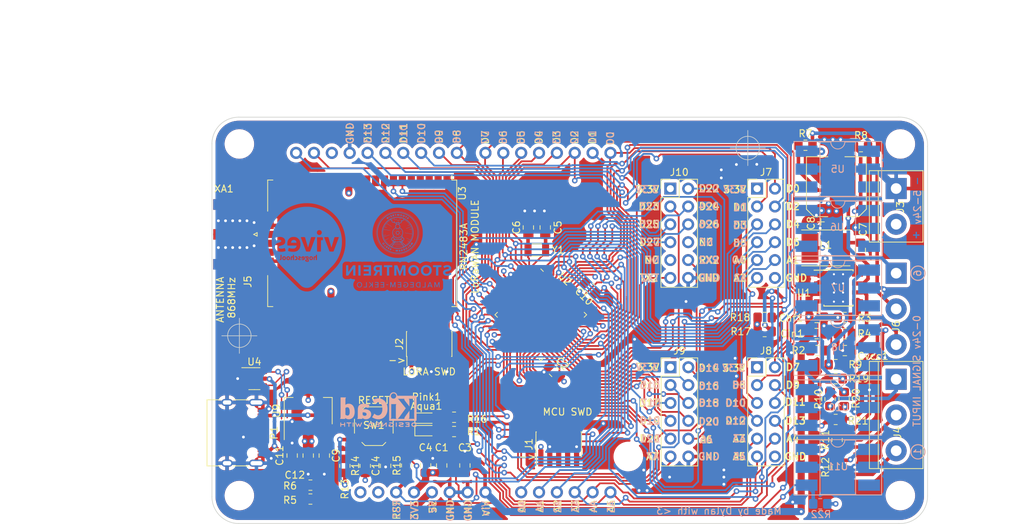
<source format=kicad_pcb>
(kicad_pcb (version 20210126) (generator pcbnew)
  (title_block (title "Logger Zero") (date "2021-02-22") (rev "1.0") (company "Workshop11") (comment 1 "Author: Dylan Missuwe"))
  (layers (0 "F.Cu" signal) (1 "In1.Cu" power) (2 "In2.Cu" power) (31 "B.Cu" signal) (34 "B.Paste" user) (35 "F.Paste" user) (36 "B.SilkS" user "B.Silkscreen") (37 "F.SilkS" user "F.Silkscreen") (38 "B.Mask" user) (39 "F.Mask" user) (44 "Edge.Cuts" user))
  (net 0 "")
  (net 1 "VDC")
  (net 2 "A0")
  (net 3 "Net-(J6-Pad1)")
  (net 4 "A1")
  (net 5 "GND")
  (net 6 "A2")
  (net 7 "A3")
  (net 8 "A4{slash}SDA1")
  (net 9 "A5{slash}SCL1")
  (net 10 "D0{slash}RX")
  (net 11 "D1{slash}TX")
  (net 12 "D2")
  (net 13 "D3")
  (net 14 "D4")
  (net 15 "D5")
  (net 16 "D6")
  (net 17 "D7")
  (net 18 "D8")
  (net 19 "D9")
  (net 20 "+3V3")
  (net 21 "D10{slash}SS")
  (net 22 "D11{slash}MOSI")
  (net 23 "D12{slash}MISO")
  (net 24 "Net-(R7-Pad2)")
  (net 25 "Net-(C5-Pad2)")
  (net 26 "Net-(R8-Pad2)")
  (net 27 "Net-(C6-Pad2)")
  (net 28 "+5V")
  (net 29 "Net-(J4-Pad1)")
  (net 30 "Net-(J4-Pad3)")
  (net 31 "Net-(J4-Pad2)")
  (net 32 "Net-(J6-Pad3)")
  (net 33 "Net-(J6-Pad2)")
  (net 34 "D13{slash}SCK")
  (net 35 "Net-(Cvcc1-Pad1)")
  (net 36 "Net-(R2-Pad1)")
  (net 37 "Net-(R3-Pad2)")
  (net 38 "Net-(C7-Pad1)")
  (net 39 "Net-(C7-Pad2)")
  (net 41 "Net-(R9-Pad2)")
  (net 42 "Net-(C10-Pad1)")
  (net 43 "Net-(R10-Pad2)")
  (net 45 "Net-(R11-Pad2)")
  (net 47 "SWDIO")
  (net 48 "SWCLK")
  (net 49 "Net-(Aqua1-Pad2)")
  (net 50 "RESET")
  (net 51 "Net-(C14-Pad1)")
  (net 52 "A6")
  (net 53 "D20")
  (net 54 "USB+")
  (net 55 "USB-")
  (net 56 "Net-(R12-Pad2)")
  (net 58 "INPUT1")
  (net 59 "INPUT2")
  (net 60 "INPUT3")
  (net 61 "D18")
  (net 62 "D16")
  (net 63 "D14")
  (net 64 "D21")
  (net 65 "D19")
  (net 66 "D17")
  (net 67 "D15")
  (net 68 "RX(SERIAL2)")
  (net 69 "INPUT4")
  (net 70 "INPUT5")
  (net 71 "INPUT6")
  (net 76 "D26")
  (net 79 "D24")
  (net 80 "D22")
  (net 82 "D27")
  (net 83 "D25")
  (net 87 "D23")
  (net 89 "Net-(P1-PadA5)")
  (net 90 "D+")
  (net 91 "Net-(P1-PadB5)")
  (net 92 "D-")
  (net 97 "LORA_TX")
  (net 98 "LORA_RX")
  (net 108 "Net-(J5-Pad1)")
  (net 111 "LORA_SWCLK")
  (net 112 "LORA_SWDIO")
  (net 113 "LORA_RESET")
  (net 127 "Net-(R13-Pad1)")
  (net 128 "Net-(Pink1-Pad2)")
  (net 129 "A7")
  (net 130 "TX(SERIAL2)")
  (net 131 "Net-(R5-Pad1)")
  (net 132 "Net-(R6-Pad1)")
  (footprint "Capacitor_SMD:C_0805_2012Metric_Pad1.18x1.45mm_HandSolder" (layer "F.Cu") (at 147.828 87.63 90)
    (fp_text reference "C1")
    (fp_text value "100nF")
  )
  (footprint "Crystal:Crystal_SMD_3215-2Pin_3.2x1.5mm" (layer "F.Cu") (at 161.356 56.986 180)
    (fp_text reference "Y1")
    (fp_text value "32.768KHz")
  )
  (footprint "Resistor_SMD:R_0805_2012Metric_Pad1.20x1.40mm_HandSolder" (layer "F.Cu") (at 136.956 87.686 90)
    (fp_text reference "R14")
    (fp_text value "100k")
  )
  (footprint "Resistor_SMD:R_0805_2012Metric_Pad1.20x1.40mm_HandSolder" (layer "F.Cu") (at 203.856 73.286 180)
    (fp_text reference "R9")
    (fp_text value "2.2k")
  )
  (footprint "Resistor_SMD:R_0805_2012Metric_Pad1.20x1.40mm_HandSolder" (layer "F.Cu") (at 203.856 75.286)
    (fp_text reference "R19")
    (fp_text value "270R")
  )
  (footprint "Connector_PinHeader_1.27mm:PinHeader_2x05_P1.27mm_Vertical_SMD" (layer "F.Cu") (at 164.468391 84.614842 90)
    (fp_text reference "J1")
    (fp_text value "Conn_02x05_Odd_Even")
  )
  (footprint "TerminalBlock:TerminalBlock_bornier-3_P5.08mm" (layer "F.Cu") (at 212.456 60.286 -90)
    (fp_text reference "J6")
    (fp_text value "Screw_Terminal_01x03")
  )
  (footprint "Connector_PinHeader_2.54mm:PinHeader_2x06_P2.54mm_Vertical" (layer "F.Cu") (at 192.6794 48.26)
    (fp_text reference "J7")
    (fp_text value "Conn_02x06_Odd_Even")
  )
  (footprint "Connector_Coaxial:SMA_Amphenol_132289_EdgeMount" (layer "F.Cu") (at 117.8785 54.769842 180)
    (fp_text reference "J5")
    (fp_text value "Conn_Coaxial")
  )
  (footprint "Capacitor_SMD:C_0805_2012Metric_Pad1.18x1.45mm_HandSolder" (layer "F.Cu") (at 151.13 87.63 90)
    (fp_text reference "C3")
    (fp_text value "100nF")
  )
  (footprint "Resistor_SMD:R_0805_2012Metric_Pad1.20x1.40mm_HandSolder" (layer "F.Cu") (at 207.456 42.286 180)
    (fp_text reference "R8")
    (fp_text value "2.2k")
  )
  (footprint "Capacitor_SMD:C_0805_2012Metric_Pad1.18x1.45mm_HandSolder" (layer "F.Cu") (at 201.156 68.872)
    (fp_text reference "Cin1")
    (fp_text value "4.7nF")
  )
  (footprint "Resistor_SMD:R_0805_2012Metric_Pad1.20x1.40mm_HandSolder" (layer "F.Cu") (at 203.056 78.186 90)
    (fp_text reference "R10")
    (fp_text value "2.2k")
  )
  (footprint "Resistor_SMD:R_0805_2012Metric_Pad1.20x1.40mm_HandSolder" (layer "F.Cu") (at 205.156 68.886 180)
    (fp_text reference "R4")
    (fp_text value "43.2k")
  )
  (footprint "Connector_USB:USB_C_Receptacle_HRO_TYPE-C-31-M-12" (layer "F.Cu") (at 118.356 82.986 -90)
    (fp_text reference "P1")
    (fp_text value "USB_C_Plug_USB2.0")
  )
  (footprint "Graphics:KiCad-Logo_Copper_11mmx5mm" (layer "F.Cu") (at 138.811 79.248)
    (fp_text reference "G***")
    (fp_text value "KiCad Logo" hide)
  )
  (footprint "Resistor_SMD:R_0805_2012Metric_Pad1.20x1.40mm_HandSolder" (layer "F.Cu") (at 149.59 80.772 180)
    (fp_text reference "R16")
    (fp_text value "360R")
  )
  (footprint "Resistor_SMD:R_0805_2012Metric_Pad1.20x1.40mm_HandSolder" (layer "F.Cu") (at 134.056 87.686 90)
    (fp_text reference "R13")
    (fp_text value "360R")
  )
  (footprint "Capacitor_SMD:CP_Elec_8x6.9" (layer "F.Cu") (at 203.956 47.986 90)
    (fp_text reference "C8")
    (fp_text value "22uF")
  )
  (footprint "Package_SO:Texas_HSOP-8-1EP_3.9x4.9mm_P1.27mm_ThermalVias" (layer "F.Cu") (at 204.256 62.386)
    (fp_text reference "U1")
    (fp_text value "LMR33610BDDAR")
  )
  (footprint "Capacitor_SMD:C_0805_2012Metric_Pad1.18x1.45mm_HandSolder" (layer "F.Cu") (at 163.83 74.295 135)
    (fp_text reference "C2")
    (fp_text value "100nF")
  )
  (footprint "Resistor_SMD:R_0805_2012Metric_Pad1.20x1.40mm_HandSolder" (layer "F.Cu") (at 203.856 81.086 180)
    (fp_text reference "R21")
    (fp_text value "270R")
  )
  (footprint "Resistor_SMD:R_0805_2012Metric_Pad1.20x1.40mm_HandSolder" (layer "F.Cu") (at 129.159 92.4052)
    (fp_text reference "R5")
    (fp_text value "5.1k")
  )
  (footprint "Resistor_SMD:R_0805_2012Metric_Pad1.20x1.40mm_HandSolder" (layer "F.Cu") (at 205.156 66.586)
    (fp_text reference "R3")
    (fp_text value "100k")
  )
  (footprint "Package_DFN_QFN:QFN-64-1EP_9x9mm_P0.5mm_EP4.7x4.7mm" (layer "F.Cu") (at 161.925 66.199842 -45)
    (fp_text reference "U2")
    (fp_text value "ATSAMD21J18A-M")
  )
  (footprint "Connector_PinHeader_2.54mm:PinHeader_2x06_P2.54mm_Vertical" (layer "F.Cu") (at 192.67529 73.66)
    (fp_text reference "J8")
    (fp_text value "Conn_02x06_Odd_Even")
  )
  (footprint "Arduino:Arduino_Uno_Shield" (layer "F.Cu") (at 108.331 93.98)
    (fp_text reference "XA1")
    (fp_text value "Arduino_Uno_Shield")
  )
  (footprint "TerminalBlock:TerminalBlock_bornier-3_P5.08mm" (layer "F.Cu") (at 212.456 75.373887 -90)
    (fp_text reference "J4")
    (fp_text value "Screw_Terminal_01x03")
  )
  (footprint "RF_Module:RN2483" (layer "F.Cu") (at 136.525 56.039842 -90)
    (fp_text reference "U3")
    (fp_text value "RN2483A-I_RM105")
  )
  (footprint "LED_SMD:LED_0603_1608Metric_Pad1.05x0.95mm_HandSolder" (layer "F.Cu") (at 145.669 82.677)
    (fp_text reference "Aqua1")
    (fp_text value "LED")
  )
  (footprint "LED_SMD:LED_0603_1608Metric_Pad1.05x0.95mm_HandSolder" (layer "F.Cu") (at 145.669 80.899)
    (fp_text reference "Pink1")
    (fp_text value "LED")
  )
  (footprint "Package_TO_SOT_SMD:SOT-223-3_TabPin2" (layer "F.Cu") (at 128.848 79.868 90)
    (fp_text reference "U9")
    (fp_text value "IFX27001TFV33")
  )
  (footprint "Capacitor_SMD:C_0805_2012Metric_Pad1.18x1.45mm_HandSolder" (layer "F.Cu") (at 126.562 86.218 90)
    (fp_text reference "C11")
    (fp_text value "100nF")
  )
  (footprint "Resistor_SMD:R_0805_2012Metric_Pad1.20x1.40mm_HandSolder" (layer "F.Cu") (at 193.756 68.586)
    (fp_text reference "R17")
    (fp_text value "270R")
  )
  (footprint "Connector_PinHeader_2.54mm:PinHeader_2x06_P2.54mm_Vertical" (layer "F.Cu") (at 180.3654 73.66)
    (fp_text reference "J9")
    (fp_text value "Conn_02x06_Odd_Even")
  )
  (footprint "Capacitor_SMD:C_0805_2012Metric_Pad1.18x1.45mm_HandSolder" (layer "F.Cu") (at 207.356 56.986 -90)
    (fp_text reference "C7")
    (fp_text value "100nF")
  )
  (footprint "Capacitor_SMD:C_0805_2012Metric_Pad1.18x1.45mm_HandSolder" (layer "F.Cu") (at 139.856 87.686 -90)
    (fp_text reference "C14")
    (fp_text value "100nF")
  )
  (footprint "Capacitor_SMD:C_0805_2012Metric_Pad1.18x1.45mm_HandSolder" (layer "F.Cu") (at 205.156 71.286 180)
    (fp_text reference "Cvcc1")
    (fp_text value "1uF")
  )
  (footprint "MountingHole:MountingHole_3.2mm_M3" (layer "F.Cu") (at 213.056 41.91)
    (fp_text reference "REF**" hide)
    (fp_text value "MountingHole_3.2mm_M3" hide)
  )
  (footprint "MountingHole:MountingHole_3.2mm_M3" (layer "F.Cu") (at 213.056 91.91)
    (fp_text reference "REF**" hide)
    (fp_text value "MountingHole_3.2mm_M3" hide)
  )
  (footprint "Connector_PinHeader_2.54mm:PinHeader_2x06_P2.54mm_Vertical" (layer "F.Cu") (at 180.34 48.26)
    (fp_text reference "J10")
    (fp_text value "Conn_02x06_Odd_Even")
  )
  (footprint "Capacitor_SMD:C_0805_2012Metric_Pad1.18x1.45mm_HandSolder" (layer "F.Cu") (at 201.156 66.586)
    (fp_text reference "Chf1")
    (fp_text value "220nF")
  )
  (footprint "TerminalBlock:TerminalBlock_bornier-2_P5.08mm" (layer "F.Cu") (at 212.456 48.246 -90)
    (fp_text reference "J3")
    (fp_text value "Screw_Terminal_01x02")
  )
  (footprint "Connector_PinHeader_1.27mm:PinHeader_2x05_P1.27mm_Vertical_SMD" (layer "F.Cu") (at 146.05 70.358 90)
    (fp_text reference "J2")
    (fp_text value "Conn_02x05_Odd_Even")
  )
  (footprint "Resistor_SMD:R_0805_2012Metric_Pad1.20x1.40mm_HandSolder" (layer "F.Cu") (at 204.056 87.886 90)
    (fp_text reference "R12")
    (fp_text value "2.2k")
  )
  (footprint "Capacitor_SMD:C_0805_2012Metric_Pad1.18x1.45mm_HandSolder" (layer "F.Cu") (at 160.156 53.786 -90)
    (fp_text reference "C6")
    (fp_text value "15pF")
  )
  (footprint "Resistor_SMD:R_0805_2012Metric_Pad1.20x1.40mm_HandSolder" (layer "F.Cu") (at 149.59 82.804 180)
    (fp_text reference "R1")
    (fp_text value "360R")
  )
  (footprint "Resistor_SMD:R_0805_2012Metric_Pad1.20x1.40mm_HandSolder" (layer "F.Cu") (at 204.056 84.006 90)
    (fp_text reference "R11")
    (fp_text value "2.2k")
  )
  (footprint "Capacitor_SMD:C_0805_2012Metric_Pad1.18x1.45mm_HandSolder" (layer "F.Cu") (at 145.542 87.63 90)
    (fp_text reference "C4")
    (fp_text value "100nF")
  )
  (footprint "Capacitor_SMD:C_0805_2012Metric_Pad1.18x1.45mm_HandSolder" (layer "F.Cu") (at 162.556 53.786 -90)
    (fp_text reference "C5")
    (fp_text value "15pF")
  )
  (footprint "Resistor_SMD:R_0805_2012Metric_Pad1.20x1.40mm_HandSolder" (layer "F.Cu") (at 129.159 90.424)
    (fp_text reference "R6")
    (fp_text value "5.1k")
  )
  (footprint "Resistor_SMD:R_0805_2012Metric_Pad1.20x1.40mm_HandSolder" (layer "F.Cu") (at 142.856 87.63 -90)
    (fp_text reference "R15")
    (fp_text value "360R")
  )
  (footprint "Inductor_SMD:L_Taiyo-Yuden_NR-50xx_HandSoldering" (layer "F.Cu") (at 202.456 56.686 180)
    (fp_text reference "L1")
    (fp_text value "2.2uH")
  )
  (footprint "Resistor_SMD:R_0805_2012Metric_Pad1.20x1.40mm_HandSolder" (layer "F.Cu") (at 199.556 42.086)
    (fp_text reference "R7")
    (fp_text value "2.2k")
  )
  (footprint "Capacitor_SMD:C_0805_2012Metric_Pad1.18x1.45mm_HandSolder" (layer "F.Cu") (at 168.938377 62.385377 -45)
    (fp_text reference "C10")
    (fp_text value "100nF")
  )
  (footprint "Capacitor_SMD:C_0805_2012Metric_Pad1.18x1.45mm_HandSolder" (layer "F.Cu") (at 131.134 86.218 -90)
    (fp_text reference "C9")
    (fp_text value "100nF")
  )
  (footprint "Capacitor_SMD:C_0805_2012Metric_Pad1.18x1.45mm_HandSolder" (layer "F.Cu") (at 128.848 86.218 -90)
    (fp_text reference "C12")
    (fp_text value "100nF")
  )
  (footprint "Package_TO_SOT_SMD:SOT-23-6" (layer "F.Cu") (at 121.1935 75.286)
    (fp_text reference "U4")
    (fp_text value "USBLC6-2SC6")
  )
  (footprint "Resistor_SMD:R_0805_2012Metric_Pad1.20x1.40mm_HandSolder" (layer "F.Cu") (at 193.756 66.586)
    (fp_text reference "R18")
    (fp_text value "270R")
  )
  (footprint "Button_Switch_SMD:SW_SPST_TL3342" (layer "F.Cu") (at 138.176 82.042)
    (fp_text reference "SW1")
    (fp_text value "SW_Push")
  )
  (footprint "Resistor_SMD:R_0805_2012Metric_Pad1.20x1.40mm_HandSolder" (layer "F.Cu") (at 201.256 71.286)
    (fp_text reference "R2")
    (fp_text value "100k")
  )
  (footprint "MountingHole:MountingHole_3.2mm_M3" (layer "F.Cu") (at 119.056 91.91)
    (fp_text reference "REF**" hide)
    (fp_text value "MountingHole_3.2mm_M3" hide)
  )
  (footprint "MountingHole:MountingHole_3.2mm_M3" (layer "F.Cu") (at 119.056 41.91)
    (fp_text reference "REF**" hide)
    (fp_text value "MountingHole_3.2mm_M3" hide)
  )
  (footprint "Resistor_SMD:R_0805_2012Metric_Pad1.20x1.40mm_HandSolder" (layer "F.Cu") (at 205.056 78.186 90)
    (fp_text reference "R20")
    (fp_text value "270R")
  )
  (footprint "Package_DIP:DIP-6_W8.89mm_SMDSocket_LongPads" (layer "B.Cu") (at 204.156 62.386 180)
    (fp_text reference "U7")
    (fp_text value "H11L3")
  )
  (footprint "Package_DIP:DIP-6_W8.89mm_SMDSocket_LongPads" (layer "B.Cu") (at 204.156 70.886 180)
    (fp_text reference "U8")
    (fp_text value "H11L3")
  )
  (footprint "Package_DIP:DIP-6_W8.89mm_SMDSocket_LongPads" (layer "B.Cu") (at 204.156 45.486 180)
    (fp_text reference "U5")
    (fp_text value "H11L3")
  )
  (footprint "Package_DIP:DIP-6_W8.89mm_SMDSocket_LongPads" (layer "B.Cu") (at 204.156 79.386 180)
    (fp_text reference "U10")
    (fp_text value "H11L3")
  )
  (footprint "Graphics:SCM_LOGO_10MM_MASK - kopie" (layer "B.Cu") (at 141.732 56.896 180)
    (fp_text reference "G***" hide)
    (fp_text value "LOGO" hide)
  )
  (footprint "Package_DIP:DIP-6_W8.89mm_SMDSocket_LongPads" (layer "B.Cu") (at 204.156 87.886 180)
    (fp_text reference "U11")
    (fp_text value "H11L3")
  )
  (footprint "Resistor_SMD:R_0805_2012Metric_Pad1.20x1.40mm_HandSolder" (layer "B.Cu") (at 201.656 93.086 180)
    (fp_text reference "R22")
    (fp_text value "270R")
  )
  (footprint "Graphics:VIVES_LOGO_10MM" (layer "B.Cu") (at 128.651 57.404 180)
    (fp_text reference "G***" hide)
    (fp_text value "LOGO" hide)
  )
  (footprint "Package_DIP:DIP-6_W8.89mm_SMDSocket_LongPads" (layer "B.Cu") (at 204.156 53.916 180)
    (fp_text reference "U6")
    (fp_text value "H11L3")
  )
  (gr_circle (center 215.556 60.286) (end 214.54 60.286) (layer "B.SilkS") (width 0.15) (fill none))
  (gr_circle (center 215.556 85.686) (end 214.54 85.686) (layer "B.SilkS") (width 0.15) (fill none))
  (gr_arc (start 118.956 41.900025) (end 115.156 41.886) (angle 89.7885343) (layer "Edge.Cuts") (width 0.1))
  (gr_line (start 115.156 92.051) (end 115.156 41.886) (layer "Edge.Cuts") (width 0.1))
  (gr_arc (start 118.991161 92.051) (end 118.956 95.886) (angle 89.47470131) (layer "Edge.Cuts") (width 0.1))
  (gr_line (start 118.956 38.1) (end 212.756 38.1) (layer "Edge.Cuts") (width 0.1))
  (gr_arc (start 212.93066 42.094596) (end 212.756 38.1) (angle 95.24740662) (layer "Edge.Cuts") (width 0.1))
  (gr_arc (start 212.995061 91.958977) (end 216.92449 91.97975) (angle 91.72517838) (layer "Edge.Cuts") (width 0.1))
  (gr_line (start 212.856 95.886) (end 118.956 95.886) (layer "Edge.Cuts") (width 0.1))
  (gr_line (start 216.92449 42.286) (end 216.92449 91.97975) (layer "Edge.Cuts") (width 0.1))
  (gr_text "-\n" (at 215.417248 47.1748 90) (layer "B.Cu") (effects (font (size 1 1)) (justify mirror)))
  (gr_text "+" (at 215.317547 54.7948) (layer "B.Cu") (effects (font (size 1 1) (thickness 0.2)) (justify mirror)))
  (gr_text "D20" (at 185.8264 81.407) (layer "B.SilkS") (effects (font (size 1 1) (thickness 0.2)) (justify mirror)))
  (gr_text "D14" (at 185.8264 73.787) (layer "B.SilkS") (effects (font (size 1 1) (thickness 0.2)) (justify mirror)))
  (gr_text "NC" (at 185.42 55.88) (layer "B.SilkS") (effects (font (size 1 1) (thickness 0.2)) (justify mirror)))
  (gr_text "3.3V" (at 189.4949 48.387) (layer "B.SilkS") (effects (font (size 1 1) (thickness 0.2)) (justify mirror)))
  (gr_text "D7" (at 154.036 40.967 90) (layer "B.SilkS") (effects (font (size 1 1)) (justify mirror)))
  (gr_text "D10" (at 144.956 40.386 90) (layer "B.SilkS") (effects (font (size 1 1)) (justify mirror)))
  (gr_text "D12" (at 189.62729 81.28) (layer "B.SilkS") (effects (font (size 1 1) (thickness 0.2)) (justify mirror)))
  (gr_text "A6" (at 185.4454 83.947) (layer "B.SilkS") (effects (font (size 1 1) (thickness 0.2)) (justify mirror)))
  (gr_text "D27" (at 177.419 55.88) (layer "B.SilkS") (effects (font (size 1 1) (thickness 0.2)) (justify mirror)))
  (gr_text "A1" (at 161.776 93.513 90) (layer "B.SilkS") (effects (font (size 1 1)) (justify mirror)))
  (gr_text "GND" (at 151.596 94.086 90) (layer "B.SilkS") (effects (font (size 1 1)) (justify mirror)))
  (gr_text "D21" (at 177.4444 83.82) (layer "B.SilkS") (effects (font (size 1 1) (thickness 0.2)) (justify mirror)))
  (gr_text "D1" (at 190.2569 50.927) (layer "B.SilkS") (effects (font (size 1 1) (thickness 0.2)) (justify mirror)))
  (gr_text "D15" (at 177.4444 76.2) (layer "B.SilkS") (effects (font (size 1 1) (thickness 0.2)) (justify mirror)))
  (gr_text "D3" (at 164.196 40.967 90) (layer "B.SilkS") (effects (font (size 1 1)) (justify mirror)))
  (gr_text "D25" (at 177.419 53.34) (layer "B.SilkS") (effects (font (size 1 1) (thickness 0.2)) (justify mirror)))
  (gr_text "D19" (at 177.4444 81.28) (layer "B.SilkS") (effects (font (size 1 1) (thickness 0.2)) (justify mirror)))
  (gr_text "1" (at 215.5085 85.686 90) (layer "B.SilkS") (effects (font (size 1 1)) (justify mirror)))
  (gr_text "D22" (at 185.801 48.26) (layer "B.SilkS") (effects (font (size 1 1) (thickness 0.2)) (justify mirror)))
  (gr_text "D18" (at 185.8264 78.74) (layer "B.SilkS") (effects (font (size 1 1) (thickness 0.2)) (justify mirror)))
  (gr_text "A3" (at 166.856 93.386 90) (layer "B.SilkS") (effects (font (size 1 1)) (justify mirror)))
  (gr_text "GND" (at 185.8264 86.36) (layer "B.SilkS") (effects (font (size 1 1) (thickness 0.2)) (justify mirror)))
  (gr_text "5V" (at 146.587 93.505158 90) (layer "B.SilkS") (effects (font (size 1 1)) (justify mirror)))
  (gr_text "6" (at 215.5085 60.286 90) (layer "B.SilkS") (effects (font (size 1 1)) (justify mirror)))
  (gr_text "D16" (at 185.8264 76.327) (layer "B.SilkS") (effects (font (size 1 1) (thickness 0.2)) (justify mirror)))
  (gr_text "D1" (at 169.276 40.967 90) (layer "B.SilkS") (effects (font (size 1 1)) (justify mirror)))
  (gr_text "TX2" (at 177.419 60.96) (layer "B.SilkS") (effects (font (size 1 1) (thickness 0.2)) (justify mirror)))
  (gr_text "RST" (at 141.436 93.832 90) (layer "B.SilkS") (effects (font (size 1 1)) (justify mirror)))
  (gr_text "5-24v" (at 215.485848 50.886 90) (layer "B.SilkS") (effects (font (size 1 1)) (justify mirror)))
  (gr_text "D3" (at 190.2569 53.467) (layer "B.SilkS") (effects (font (size 1 1) (thickness 0.2)) (justify mirror)))
  (gr_text "D8" (at 190.135289 76.2) (layer "B.SilkS") (effects (font (size 1 1) (thickness 0.2)) (justify mirror)))
  (gr_text "A3" (at 190.13529 83.82) (layer "B.SilkS") (effects (font (size 1 1) (thickness 0.2)) (justify mirror)))
  (gr_text "3V3" (at 143.976 93.959 90) (layer "B.SilkS") (effects (font (size 1 1)) (justify mirror)))
  (gr_text "D13" (at 137.336 40.386 90) (layer "B.SilkS") (effects (font (size 1 1)) (justify mirror)))
  (gr_text "D23" (at 177.419 50.8) (layer "B.SilkS") (effects (font (size 1 1) (thickness 0.2)) (justify mirror)))
  (gr_text "Vin" (at 154.056 93.786 90) (layer "B.SilkS") (effects (font (size 1 1)) (justify mirror)))
  (gr_text "A0" (at 190.0029 58.42) (layer "B.SilkS") (effects (font (size 1 1) (thickness 0.2)) (justify mirror)))
  (gr_text "D9" (at 147.457 40.867 90) (layer "B.SilkS") (effects (font (size 1 1)) (justify mirror)))
  (gr_text "NC" (at 177.8 58.42) (layer "B.SilkS") (effects (font (size 1 1) (thickness 0.2)) (justify mirror)))
  (gr_text "Made by Dylan with <3" (at 187.256 94.086) (layer "B.SilkS") (effects (font (size 1 1)) (justify mirror)))
  (gr_text "0-24v SIGNAL INPUT" (at 215.4085 74.186 90) (layer "B.SilkS") (effects (font (size 1 1)) (justify mirror)))
  (gr_text "A7" (at 177.8254 86.36) (layer "B.SilkS") (effects (font (size 1 1) (thickness 0.2)) (justify mirror)))
  (gr_text "GND" (at 185.928 60.96) (layer "B.SilkS") (effects (font (size 1 1) (thickness 0.2)) (justify mirror)))
  (gr_text "A0" (at 159.236 93.513 90) (layer "B.SilkS") (effects (font (size 1 1)) (justify mirror)))
  (gr_text "D6" (at 156.576 40.967 90) (layer "B.SilkS") (effects (font (size 1 1)) (justify mirror)))
  (gr_text "D17" (at 177.5714 78.74) (layer "B.SilkS") (effects (font (size 1 1) (thickness 0.2)) (justify mirror)))
  (gr_text "D2" (at 166.736 40.967 90) (layer "B.SilkS") (effects (font (size 1 1)) (justify mirror)))
  (gr_text "D0" (at 171.816 41.094 90) (layer "B.SilkS") (effects (font (size 1 1)) (justify mirror)))
  (gr_text "D11" (at 142.416 40.513 90) (layer "B.SilkS") (effects (font (size 1 1)) (justify mirror)))
  (gr_text "3.3V" (at 189.373288 73.787) (layer "B.SilkS") (effects (font (size 1 1) (thickness 0.2)) (justify mirror)))
  (gr_text "D12" (at 139.876 40.386 90) (layer "B.SilkS") (effects (font (size 1 1)) (justify mirror)))
  (gr_text "A5" (at 171.936 93.513 90) (layer "B.SilkS") (effects (font (size 1 1)) (justify mirror)))
  (gr_text "D26" (at 185.801 53.34) (layer "B.SilkS") (effects (font (size 1 1) (thickness 0.2)) (justify mirror)))
  (gr_text "D8" (at 149.997 40.867 90) (layer "B.SilkS") (effects (font (size 1 1)) (justify mirror)))
  (gr_text "A4" (at 169.396 93.513 90) (layer "B.SilkS") (effects (font (size 1 1)) (justify mirror)))
  (gr_text "A2" (at 190.2569 60.96) (layer "B.SilkS") (effects (font (size 1 1) (thickness 0.2)) (justify mirror)))
  (gr_text "D4" (at 161.656 40.967 90) (layer "B.SilkS") (effects (font (size 1 1)) (justify mirror)))
  (gr_text "A5" (at 190.135288 86.36) (layer "B.SilkS") (effects (font (size 1 1) (thickness 0.2)) (justify mirror)))
  (gr_text "GND" (at 134.796 40.386 90) (layer "B.SilkS") (effects (font (size 1 1)) (justify mirror)))
  (gr_text "D5" (at 190.2569 56.007) (layer "B.SilkS") (effects (font (size 1 1) (thickness 0.2)) (justify mirror)))
  (gr_text "GND" (at 149.056 94.086 90) (layer "B.SilkS") (effects (font (size 1 1)) (justify mirror)))
  (gr_text "3.3V" (at 177.0634 73.66) (layer "B.SilkS") (effects (font (size 1 1) (thickness 0.2)) (justify mirror)))
  (gr_text "RX2" (at 185.801 58.42) (layer "B.SilkS") (effects (font (size 1 1) (thickness 0.2)) (justify mirror)))
  (gr_text "D24" (at 185.801 50.8) (layer "B.SilkS") (effects (font (size 1 1) (thickness 0.2)) (justify mirror)))
  (gr_text "D5" (at 159.116 40.967 90) (layer "B.SilkS") (effects (font (size 1 1)) (justify mirror)))
  (gr_text "3.3V" (at 177.038 48.387) (layer "B.SilkS") (effects (font (size 1 1) (thickness 0.2)) (justify mirror)))
  (gr_text "D10" (at 189.627288 78.74) (layer "B.SilkS") (effects (font (size 1 1) (thickness 0.2)) (justify mirror)))
  (gr_text "A2" (at 164.316 93.513 90) (layer "B.SilkS") (effects (font (size 1 1)) (justify mirror)))
  (gr_text "D2" (at 166.736 40.967 90) (layer "F.SilkS") (effects (font (size 1 1))))
  (gr_text "A4" (at 169.396 93.418842 90) (layer "F.SilkS") (effects (font (size 1 1))))
  (gr_text "3.3V" (at 177.150733 73.66) (layer "F.SilkS") (effects (font (size 1 1) (thickness 0.2))))
  (gr_text "D0" (at 197.7499 48.26) (layer "F.SilkS") (effects (font (size 1 1) (thickness 0.2))))
  (gr_text "RX2" (at 185.872428 58.42) (layer "F.SilkS") (effects (font (size 1 1) (thickness 0.2))))
  (gr_text "D0" (at 171.816 41.126842 90) (layer "F.SilkS") (effects (font (size 1 1))))
  (gr_text "3.3V" (at 177.125333 48.387) (layer "F.SilkS") (effects (font (size 1 1) (thickness 0.2))))
  (gr_text "RN2483A\nLoRaWAN MODULE" (at 151.765 56.515 90) (layer "F.SilkS") (effects (font (size 1 1))))
  (gr_text "D4" (at 161.656 40.967 90) (layer "F.SilkS") (effects (font (size 1 1))))
  (gr_text "D11" (at 142.416 40.386 90) (layer "F.SilkS") (effects (font (size 1 1))))
  (gr_text "GND" (at 149.056 93.991842 90) (layer "F.SilkS") (effects (font (size 1 1))))
  (gr_text "3V3" (at 143.976 93.991842 90) (layer "F.SilkS") (effects (font (size 1 1))))
  (gr_text "RST" (at 141.436 93.991842 90) (layer "F.SilkS") (effects (font (size 1 1))))
  (gr_text "D27" (at 177.3936 55.88) (layer "F.SilkS") (effects (font (size 1 1) (thickness 0.2))))
  (gr_text "D25" (at 177.292 53.34) (layer "F.SilkS") (effects (font (size 1 1) (thickness 0.2))))
  (gr_text "A2" (at 164.316 93.418842 90) (layer "F.SilkS") (effects (font (size 1 1))))
  (gr_text "RESET" (at 138.176 78.359) (layer "F.SilkS") (effects (font (size 1 1))))
  (gr_text "D23" (at 177.292 50.8) (layer "F.SilkS") (effects (font (size 1 1) (thickness 0.2))))
  (gr_text "D10" (at 189.62729 78.74) (layer "F.SilkS") (effects (font (size 1 1) (thickness 0.2))))
  (gr_text "D20" (at 185.8264 81.407) (layer "F.SilkS") (effects (font (size 1 1) (thickness 0.2))))
  (gr_text "D3" (at 190.256899 53.467) (layer "F.SilkS") (effects (font (size 1 1) (thickness 0.2))))
  (gr_text "GND" (at 185.826399 86.36) (layer "F.SilkS") (effects (font (size 1 1) (thickness 0.2))))
  (gr_text "TX2" (at 177.291999 60.96) (layer "F.SilkS") (effects (font (size 1 1) (thickness 0.2))))
  (gr_text "3.3V" (at 189.373289 73.787) (layer "F.SilkS") (effects (font (size 1 1) (thickness 0.2))))
  (gr_text "MCU SWD" (at 165.735 80.01) (layer "F.SilkS") (effects (font (size 1 1))))
  (gr_text "D12" (at 189.627292 81.28) (layer "F.SilkS") (effects (font (size 1 1) (thickness 0.2))))
  (gr_text "GND" (at 198.136289 86.36) (layer "F.SilkS") (effects (font (size 1 1) (thickness 0.2))))
  (gr_text "D9" (at 147.457 40.867 90) (layer "F.SilkS") (effects (font (size 1 1))))
  (gr_text "D15" (at 177.4444 76.2) (layer "F.SilkS") (effects (font (size 1 1) (thickness 0.2))))
  (gr_text "D6" (at 197.7499 55.88) (layer "F.SilkS") (effects (font (size 1 1) (thickness 0.2))))
  (gr_text "A6" (at 185.4454 83.947) (layer "F.SilkS") (effects (font (size 1 1) (thickness 0.2))))
  (gr_text "5V" (at 146.587 93.538 90) (layer "F.SilkS") (effects (font (size 1 1))))
  (gr_text "D13" (at 137.336 40.386 90) (layer "F.SilkS") (effects (font (size 1 1))))
  (gr_text "A2" (at 190.2569 60.96) (layer "F.SilkS") (effects (font (size 1 1) (thickness 0.2))))
  (gr_text "D14" (at 185.8264 73.787) (layer "F.SilkS") (effects (font (size 1 1) (thickness 0.2))))
  (gr_text "LORA SWD" (at 146.05 74.295) (layer "F.SilkS") (effects (font (size 1 1))))
  (gr_text "D5" (at 190.256899 56.007) (layer "F.SilkS") (effects (font (size 1 1) (thickness 0.2))))
  (gr_text "D16" (at 185.8264 76.327) (layer "F.SilkS") (effects (font (size 1 1) (thickness 0.2))))
  (gr_text "A5" (at 171.936 93.418842 90) (layer "F.SilkS") (effects (font (size 1 1))))
  (gr_text "A7" (at 177.8254 86.36) (layer "F.SilkS") (effects (font (size 1 1) (thickness 0.2))))
  (gr_text "D7" (at 197.75529 73.66) (layer "F.SilkS") (effects (font (size 1 1) (thickness 0.2))))
  (gr_text "NC" (at 177.673 58.42) (layer "F.SilkS") (effects (font (size 1 1) (thickness 0.2))))
  (gr_text "D8" (at 149.997 40.867 90) (layer "F.SilkS") (effects (font (size 1 1))))
  (gr_text "868MHz" (at 117.956 63.786 90) (layer "F.SilkS") (effects (font (size 1 1))))
  (gr_text "->" (at 160.02 86.36) (layer "F.SilkS") (effects (font (size 1 1))))
  (gr_text "A0" (at 190.2569 58.42) (layer "F.SilkS") (effects (font (size 1 1) (thickness 0.2))))
  (gr_text "D5" (at 159.116 40.967 90) (layer "F.SilkS") (effects (font (size 1 1))))
  (gr_text "D21" (at 177.4444 83.82) (layer "F.SilkS") (effects (font (size 1 1) (thickness 0.2))))
  (gr_text "GND" (at 198.2579 60.96) (layer "F.SilkS") (effects (font (size 1 1) (thickness 0.2))))
  (gr_text "D9" (at 197.755289 76.2) (layer "F.SilkS") (effects (font (size 1 1) (thickness 0.2))))
  (gr_text "Vin" (at 154.183 93.691842 90) (layer "F.SilkS") (effects (font (size 1 1))))
  (gr_text "D1" (at 190.2569 50.927) (layer "F.SilkS") (effects (font (size 1 1) (thickness 0.2))))
  (gr_text "GND" (at 134.796 40.386 90) (layer "F.SilkS") (effects (font (size 1 1))))
  (gr_text "D6" (at 156.576 40.967 90) (layer "F.SilkS") (effects (font (size 1 1))))
  (gr_text "D26" (at 185.872428 53.34) (layer "F.SilkS") (effects (font (size 1 1) (thickness 0.2))))
  (gr_text "D11" (at 198.13629 78.613) (layer "F.SilkS") (effects (font (size 1 1) (thickness 0.2))))
  (gr_text "D18" (at 185.8264 78.74) (layer "F.SilkS") (effects (font (size 1 1) (thickness 0.2))))
  (gr_text "GND" (at 151.596 93.991842 90) (layer "F.SilkS") (effects (font (size 1 1))))
  (gr_text "D17" (at 177.3174 78.74) (layer "F.SilkS") (effects (font (size 1 1) (thickness 0.2))))
  (gr_text "D19" (at 177.4444 81.28) (layer "F.SilkS") (effects (font (size 1 1) (thickness 0.2))))
  (gr_text "D7" (at 154.036 40.967 90) (layer "F.SilkS") (effects (font (size 1 1))))
  (gr_text "A0" (at 159.236 93.418842 90) (layer "F.SilkS") (effects (font (size 1 1))))
  (gr_text "D2" (at 197.7499 50.8) (layer "F.SilkS") (effects (font (size 1 1) (thickness 0.2))))
  (gr_text "A5" (at 190.13529 86.36) (layer "F.SilkS") (effects (font (size 1 1) (thickness 0.2))))
  (gr_text "D1" (at 169.276 40.967 90) (layer "F.SilkS") (effects (font (size 1 1))))
  (gr_text "A1" (at 161.776 93.418842 90) (layer "F.SilkS") (effects (font (size 1 1))))
  (gr_text "ANTENNA" (at 116.332 64.0588 90) (layer "F.SilkS") (effects (font (size 1 1))))
  (gr_text "A3" (at 190.135292 83.82) (layer "F.SilkS") (effects (font (size 1 1) (thickness 0.2))))
  (gr_text "->" (at 141.478 72.644) (layer "F.SilkS") (effects (font (size 1 1))))
  (gr_text "D13" (at 198.13629 81.28) (layer "F.SilkS") (effects (font (size 1 1) (thickness 0.2))))
  (gr_text "A1" (at 197.7499 58.42) (layer "F.SilkS") (effects (font (size 1 1) (thickness 0.2))))
  (gr_text "D4" (at 197.7499 53.34) (layer "F.SilkS") (effects (font (size 1 1) (thickness 0.2))))
  (gr_text "A4" (at 197.75529 83.82) (layer "F.SilkS") (effects (font (size 1 1) (thickness 0.2))))
  (gr_text "GND" (at 185.745427 60.96) (layer "F.SilkS") (effects (font (size 1 1) (thickness 0.2))))
  (gr_text "D10" (at 144.956 40.386 90) (layer "F.SilkS") (effects (font (size 1 1))))
  (gr_text "D22" (at 185.872428 48.26) (layer "F.SilkS") (effects (font (size 1 1) (thickness 0.2))))
  (gr_text "3.3V" (at 189.4949 48.387) (layer "F.SilkS") (effects (font (size 1 1) (thickness 0.2))))
  (gr_text "D24" (at 185.872428 50.8) (layer "F.SilkS") (effects (font (size 1 1) (thickness 0.2))))
  (gr_text "NC" (at 185.42 55.88) (layer "F.SilkS") (effects (font (size 1 1) (thickness 0.2))))
  (gr_text "D12" (at 139.876 40.386 90) (layer "F.SilkS") (effects (font (size 1 1))))
  (gr_text "D3" (at 164.196 40.967 90) (layer "F.SilkS") (effects (font (size 1 1))))
  (gr_text "A3" (at 166.856 93.418842 90) (layer "F.SilkS") (effects (font (size 1 1))))
  (gr_text "D8" (at 190.13529 76.2) (layer "F.SilkS") (effects (font (size 1 1) (thickness 0.2))))
  (target plus (at 119.056 69.186) (size 5) (width 0.1) (layer "Edge.Cuts"))
  (target plus (at 191.356 42.486) (size 5) (width 0.1) (layer "Edge.Cuts"))
  (segment (start 201.556 63.021) (end 201.556 61.751) (width 1.016) (layer "F.Cu") (net 1))
  (segment (start 153.9982 91.3658) (end 153.9982 88.9742) (width 0.508) (layer "F.Cu") (net 1))
  (segment (start 200.1185 68.872) (end 200.1185 66.586) (width 1.016) (layer "F.Cu") (net 1))
  (segment (start 153.069989 88.045989) (end 151.730011 88.045989) (width 0.508) (layer "F.Cu") (net 1))
  (segment (start 200.072989 63.424591) (end 200.47658 63.021) (width 1.016) (layer "F.Cu") (net 1))
  (segment (start 198.94798 94.17798) (end 198.94798 70.39402) (width 1.016) (layer "F.Cu") (net 1))
  (segment (start 200.47658 63.021) (end 201.556 63.021) (width 1.016) (layer "F.Cu") (net 1))
  (segment (start 198.956 94.186) (end 198.94798 94.17798) (width 1.016) (layer "F.Cu") (net 1))
  (segment (start 200.47658 63.021) (end 200.47658 62.83042) (width 1.016) (layer "F.Cu") (net 1))
  (segment (start 151.730011 88.045989) (end 151.13 88.646) (width 0.508) (layer "F.Cu") (net 1))
  (segment (start 200.1185 69.2235) (end 200.1185 68.872) (width 1.016) (layer "F.Cu") (net 1))
  (segment (start 198.94798 70.39402) (end 200.1185 69.2235) (width 1.016) (layer "F.Cu") (net 1))
  (segment (start 200.1185 66.586) (end 200.072989 66.540489) (width 1.016) (layer "F.Cu") (net 1))
  (segment (start 200.47658 62.83042) (end 201.556 61.751) (width 1.016) (layer "F.Cu") (net 1))
  (segment (start 153.9982 88.9742) (end 153.069989 88.045989) (width 0.508) (layer "F.Cu") (net 1))
  (segment (start 200.072989 66.540489) (end 200.072989 63.424591) (width 1.016) (layer "F.Cu") (net 1))
  (via (at 200.011275 66.478775) (size 0.8) (drill 0.4) (layers "F.Cu" "B.Cu") (net 1))
  (via (at 198.956 94.186) (size 0.8) (drill 0.4) (layers "F.Cu" "B.Cu") (net 1))
  (segment (start 156.8184 94.186) (end 198.956 94.186) (width 1.016) (layer "B.Cu") (net 1))
  (segment (start 153.9982 91.3658) (end 156.8184 94.186) (width 1.016) (layer "B.Cu") (net 1))
  (segment (start 164.17606 60.766801) (end 163.454118 61.488743) (width 0.254) (layer "F.Cu") (net 2))
  (segment (start 164.465 60.198) (end 164.17606 60.48694) (width 0.254) (layer "F.Cu") (net 2))
  (segment (start 164.17606 60.48694) (end 164.17606 60.766801) (width 0.254) (layer "F.Cu") (net 2))
  (via (at 164.465 60.198) (size 0.8) (drill 0.4) (layers "F.Cu" "B.Cu") (net 2))
  (segment (start 164.465 60.198) (end 165.1762 60.9092) (width 0.254) (layer "B.Cu") (net 2))
  (segment (start 169.672 86.371596) (end 168.213576 87.83002) (width 0.254) (layer "B.Cu") (net 2))
  (segment (start 166.491978 60.9092) (end 170.028851 64.446071) (width 0.254) (layer "B.Cu") (net 2))
  (segment (start 174.046616 56.19916) (end 166.149592 56.19916) (width 0.25) (layer "B.Cu") (net 2))
  (segment (start 190.267829 66.925191) (end 187.42308 69.76994) (width 0.25) (layer "B.Cu") (net 2))
  (segment (start 164.465 57.883752) (end 164.465 60.198) (width 0.25) (layer "B.Cu") (net 2))
  (segment (start 162.519822 87.83002) (end 159.0782 91.271642) (width 0.254) (layer "B.Cu") (net 2))
  (segment (start 187.42308 69.76994) (end 178.098092 69.76994) (width 0.25) (layer "B.Cu") (net 2))
  (segment (start 165.1762 60.9092) (end 166.491978 60.9092) (width 0.254) (layer "B.Cu") (net 2))
  (segment (start 175.71002 57.862564) (end 174.046616 56.19916) (width 0.25) (layer "B.Cu") (net 2))
  (segment (start 178.098092 69.76994) (end 177.709676 69.381524) (width 0.25) (layer "B.Cu") (net 2))
  (segment (start 172.03102 82.227232) (end 172.03102 81.86102) (width 0.25) (layer "B.Cu") (net 2))
  (segment (start 169.816039 84.442213) (end 172.03102 82.227232) (width 0.25) (layer "B.Cu") (net 2))
  (segment (start 169.816039 84.564961) (end 169.816039 86.227294) (width 0.254) (layer "B.Cu") (net 2))
  (segment (start 166.149592 56.19916) (end 164.465 57.883752) (width 0.25) (layer "B.Cu") (net 2))
  (segment (start 170.028851 64.446071) (end 171.104825 64.446071) (width 0.254) (layer "B.Cu") (net 2))
  (segment (start 169.672 86.371333) (end 169.672 86.371596) (width 0.254) (layer "B.Cu") (net 2))
  (segment (start 172.03102 65.372266) (end 172.03102 68.486957) (width 0.254) (layer "B.Cu") (net 2))
  (segment (start 178.098092 69.76994) (end 175.71002 67.381868) (width 0.25) (layer "B.Cu") (net 2))
  (segment (start 172.03102 68.486957) (end 172.03102 81.86102) (width 0.254) (layer "B.Cu") (net 2))
  (segment (start 175.71002 67.381868) (end 175.71002 57.862564) (width 0.25) (layer "B.Cu") (net 2))
  (segment (start 192.6794 58.42) (end 190.267829 60.831571) (width 0.25) (layer "B.Cu") (net 2))
  (segment (start 169.816039 86.227294) (end 169.672 86.371333) (width 0.254) (layer "B.Cu") (net 2))
  (segment (start 168.213576 87.83002) (end 162.519822 87.83002) (width 0.254) (layer "B.Cu") (net 2))
  (segment (start 171.104825 64.446071) (end 172.03102 65.372266) (width 0.254) (layer "B.Cu") (net 2))
  (segment (start 169.816039 84.564961) (end 169.816039 84.442213) (width 0.25) (layer "B.Cu") (net 2))
  (segment (start 190.267829 60.831571) (end 190.267829 66.925191) (width 0.25) (layer "B.Cu") (net 2))
  (segment (start 205.656 52.486) (end 205.656 49.386) (width 0.508) (layer "F.Cu") (net 3))
  (segment (start 201.356 48.486) (end 198.556 45.686) (width 0.508) (layer "F.Cu") (net 3))
  (segment (start 205.656 49.386) (end 204.756 48.486) (width 0.508) (layer "F.Cu") (net 3))
  (segment (start 204.756 48.486) (end 201.356 48.486) (width 0.508) (layer "F.Cu") (net 3))
  (segment (start 198.556 45.686) (end 198.556 42.086) (width 0.508) (layer "F.Cu") (net 3))
  (via (at 205.656 52.486) (size 0.8) (drill 0.4) (layers "F.Cu" "B.Cu") (net 3))
  (segment (start 205.656 56.67822) (end 207.06378 58.086) (width 0.508) (layer "B.Cu") (net 3))
  (segment (start 212.456 60.186) (end 212.456 60.286) (width 0.508) (layer "B.Cu") (net 3))
  (segment (start 207.06378 58.086) (end 210.356 58.086) (width 0.508) (layer "B.Cu") (net 3))
  (segment (start 205.656 52.486) (end 205.656 56.67822) (width 0.508) (layer "B.Cu") (net 3))
  (segment (start 210.356 58.086) (end 212.456 60.186) (width 0.508) (layer "B.Cu") (net 3))
  (segment (start 163.100565 61.13519) (end 163.72204 60.513714) (width 0.254) (layer "F.Cu") (net 4))
  (segment (start 165.227 59.436) (end 164.973 59.182) (width 0.254) (layer "F.Cu") (net 4))
  (segment (start 163.72204 59.737983) (end 163.72204 60.513714) (width 0.254) (layer "F.Cu") (net 4))
  (segment (start 164.278023 59.182) (end 163.72204 59.737983) (width 0.254) (layer "F.Cu") (net 4))
  (segment (start 164.973 59.182) (end 164.278023 59.182) (width 0.254) (layer "F.Cu") (net 4))
  (via (at 165.227 59.436) (size 0.8) (drill 0.4) (layers "F.Cu" "B.Cu") (net 4))
  (segment (start 190.717849 67.111595) (end 190.717849 61.134051) (width 0.25) (layer "B.Cu") (net 4))
  (segment (start 193.9494 59.69) (end 195.2194 58.42) (width 0.25) (layer "B.Cu") (net 4))
  (segment (start 166.335996 56.64918) (end 173.860212 56.64918) (width 0.25) (layer "B.Cu") (net 4))
  (segment (start 165.227 59.436) (end 165.227 57.758176) (width 0.25) (layer "B.Cu") (net 4))
  (segment (start 170.216912 63.992051) (end 171.292887 63.992051) (width 0.254) (layer "B.Cu") (net 4))
  (segment (start 172.483039 82.414465) (end 170.270059 84.627445) (width 0.254) (layer "B.Cu") (net 4))
  (segment (start 192.1619 59.69) (end 193.9494 59.69) (width 0.25) (layer "B.Cu") (net 4))
  (segment (start 190.717849 61.134051) (end 192.1619 59.69) (width 0.25) (layer "B.Cu") (net 4))
  (segment (start 170.12602 86.559658) (end 168.401638 88.28404) (width 0.254) (layer "B.Cu") (net 4))
  (segment (start 170.270059 86.415356) (end 170.12602 86.559395) (width 0.254) (layer "B.Cu") (net 4))
  (segment (start 166.680039 60.45518) (end 170.216912 63.992051) (width 0.254) (layer "B.Cu") (net 4))
  (segment (start 175.26 67.568272) (end 177.911688 70.21996) (width 0.25) (layer "B.Cu") (net 4))
  (segment (start 172.48504 82.14996) (end 172.48304 82.15196) (width 0.254) (layer "B.Cu") (net 4))
  (segment (start 166.24618 60.45518) (end 166.680039 60.45518) (width 0.254) (layer "B.Cu") (net 4))
  (segment (start 168.401638 88.28404) (end 164.605802 88.28404) (width 0.254) (layer "B.Cu") (net 4))
  (segment (start 177.911688 70.21996) (end 187.609484 70.21996) (width 0.25) (layer "B.Cu") (net 4))
  (segment (start 165.227 59.436) (end 166.24618 60.45518) (width 0.254) (layer "B.Cu") (net 4))
  (segment (start 175.26 58.048968) (end 175.26 67.568272) (width 0.25) (layer "B.Cu") (net 4))
  (segment (start 172.48304 82.15196) (end 172.483039 82.414465) (width 0.254) (layer "B.Cu") (net 4))
  (segment (start 172.48504 65.184204) (end 172.48504 82.14996) (width 0.254) (layer "B.Cu") (net 4))
  (segment (start 187.609484 70.21996) (end 187.893522 69.935922) (width 0.25) (layer "B.Cu") (net 4))
  (segment (start 171.292887 63.992051) (end 172.48504 65.184204) (width 0.254) (layer "B.Cu") (net 4))
  (segment (start 164.605802 88.28404) (end 161.6182 91.271642) (width 0.254) (layer "B.Cu") (net 4))
  (segment (start 173.860212 56.64918) (end 175.26 58.048968) (width 0.25) (layer "B.Cu") (net 4))
  (segment (start 187.609484 70.21996) (end 190.717849 67.111595) (width 0.25) (layer "B.Cu") (net 4))
  (segment (start 170.12602 86.559395) (end 170.12602 86.559658) (width 0.254) (layer "B.Cu") (net 4))
  (segment (start 170.270059 84.627445) (end 170.270059 86.415356) (width 0.254) (layer "B.Cu") (net 4))
  (segment (start 165.227 57.758176) (end 166.335996 56.64918) (width 0.25) (layer "B.Cu") (net 4))
  (segment (start 157.921008 68.436067) (end 156.347351 70.009724) (width 0.254) (layer "F.Cu") (net 5))
  (segment (start 123.58421 86.616158) (end 123.158063 86.190011) (width 0.508) (layer "F.Cu") (net 5))
  (segment (start 157.656 60.870182) (end 159.335221 62.549403) (width 0.254) (layer "F.Cu") (net 5))
  (segment (start 126.548 84.426) (end 126.562 84.44) (width 1.524) (layer "F.Cu") (net 5))
  (segment (start 165.928992 63.963617) (end 167.016689 62.87592) (width 0.254) (layer "F.Cu") (net 5))
  (segment (start 167.008391 84.963) (end 167.008391 86.564842) (width 0.508) (layer "F.Cu") (net 5))
  (segment (start 170.18 63.119) (end 169.672 63.119) (width 0.25) (layer "F.Cu") (net 5))
  (segment (start 167.016689 62.87592) (end 167.40338 62.87592) (width 0.254) (layer "F.Cu") (net 5))
  (segment (start 204.1185 71.286) (end 204.856 71.286) (width 0.508) (layer "F.Cu") (net 5))
  (segment (start 157.656 60.486) (end 157.656 60.870182) (width 0.254) (layer "F.Cu") (net 5))
  (segment (start 202.1935 67.772) (end 202.1935 66.586) (width 1.016) (layer "F.Cu") (net 5))
  (segment (start 139.192 88.6675) (end 139.192 87.78) (width 0.508) (layer "F.Cu") (net 5))
  (segment (start 163.065857 72.644) (end 163.068 72.644) (width 0.254) (layer "F.Cu") (net 5))
  (segment (start 204.256 62.10158) (end 204.256 62.386) (width 1.016) (layer "F.Cu") (net 5))
  (segment (start 126.562 85.1805) (end 126.562 81.392) (width 0.508) (layer "F.Cu") (net 5))
  (segment (start 144.78 72.308) (end 144.78 73.862) (width 0.508) (layer "F.Cu") (net 5))
  (segment (start 128.848 87.2555) (end 128.848 88.504) (width 0.508) (layer "F.Cu") (net 5))
  (segment (start 167.757372 67.43602) (end 168.993505 67.43602) (width 0.25) (layer "F.Cu") (net 5))
  (segment (start 163.096377 72.672377) (end 163.096377 73.561377) (width 0.254) (layer "F.Cu") (net 5))
  (segment (start 204.156 68.886) (end 204.156 71.2485) (width 0.508) (layer "F.Cu") (net 5))
  (segment (start 204.156 71.2485) (end 204.1185 71.286) (width 0.508) (layer "F.Cu") (net 5))
  (segment (start 163.198391 86.564842) (end 163.198391 84.963) (width 0.508) (layer "F.Cu") (net 5))
  (segment (start 146.05 72.308) (end 146.05 73.98) (width 0.508) (layer "F.Cu") (net 5))
  (segment (start 202.63542 60.481) (end 204.256 62.10158) (width 1.016) (layer "F.Cu") (net 5))
  (segment (start 202.1935 68.872) (end 202.1935 67.772) (width 1.016) (layer "F.Cu") (net 5))
  (segment (start 164.468391 86.564842) (end 163.198391 86.564842) (width 0.508) (layer "F.Cu") (net 5))
  (segment (start 201.556 60.481) (end 202.63542 60.481) (width 1.016) (layer "F.Cu") (net 5))
  (segment (start 163.096377 73.631623) (end 162.380541 74.347459) (width 0.254) (layer "F.Cu") (net 5))
  (segment (start 168.993505 67.43602) (end 169.720124 68.162639) (width 0.25) (layer "F.Cu") (net 5))
  (segment (start 118.8145 75.276658) (end 118.823842 75.286) (width 0.508) (layer "F.Cu") (net 5))
  (segment (start 144.78 73.862) (end 144.656 73.986) (width 0.508) (layer "F.Cu") (net 5))
  (segment (start 126.548 83.018) (end 126.548 84.426) (width 1.524) (layer "F.Cu") (net 5))
  (segment (start 131.134 87.2555) (end 131.134 88.504) (width 0.508) (layer "F.Cu") (net 5))
  (segment (start 122.401 79.736) (end 123.311158 79.736) (width 0.508) (layer "F.Cu") (net 5))
  (segment (start 126.562 85.1805) (end 126.562 84.44) (width 1.524) (layer "F.Cu") (net 5))
  (segment (start 145.542 86.5925) (end 147.828 86.5925) (width 1.016) (layer "F.Cu") (net 5))
  (segment (start 156.347351 70.009724) (end 155.03 70.009724) (width 0.254) (layer "F.Cu") (net 5))
  (segment (start 151.13 86.5925) (end 151.13 85.598) (width 0.508) (layer "F.Cu") (net 5))
  (segment (start 146.05 73.98) (end 146.356 74.286) (width 0.508) (layer "F.Cu") (net 5))
  (segment (start 122.450158 79.755342) (end 122.555 79.6505) (width 0.508) (layer "F.Cu") (net 5))
  (segment (start 163.096377 73.561377) (end 163.096377 73.631623) (width 0.254) (layer "F.Cu") (net 5))
  (segment (start 163.068 72.644) (end 163.096377 72.672377) (width 0.254) (layer "F.Cu") (net 5))
  (segment (start 204.1185 68.9235) (end 204.156 68.886) (width 0.508) (layer "F.Cu") (net 5))
  (segment (start 148.59 72.308) (end 148.59 74.295) (width 0.508) (layer "F.Cu") (net 5))
  (segment (start 167.343206 67.021854) (end 167.757372 67.43602) (width 0.25) (layer "F.Cu") (net 5))
  (segment (start 118.823842 75.286) (end 120.056 75.286) (width 0.508) (layer "F.Cu") (net 5))
  (segment (start 170.942 62.357) (end 170.18 63.119) (width 0.25) (layer "F.Cu") (net 5))
  (segment (start 162.393458 71.971601) (end 163.065857 72.644) (width 0.254) (layer "F.Cu") (net 5))
  (via (at 120.136 52.832) (size 0.8) (drill 0.4) (layers "F.Cu" "B.Cu") (net 5))
  (via (at 192.6336 44.8056) (size 0.8) (drill 0.4) (layers "F.Cu" "B.Cu") (net 5))
  (via (at 204.556 41.286) (size 0.8) (drill 0.4) (layers "F.Cu" "B.Cu") (net 5))
  (via (at 202.1935 67.772) (size 0.8) (drill 0.4) (layers "F.Cu" "B.Cu") (net 5))
  (via (at 201.656 53.886) (size 0.8) (drill 0.4) (layers "F.Cu" "B.Cu") (net 5))
  (via (at 123.58421 86.616158) (size 0.8) (drill 0.4) (layers "F.Cu" "B.Cu") (net 5))
  (via (at 148.59 74.295) (size 0.8) (drill 0.4) (layers "F.Cu" "B.Cu") (net 5))
  (via (at 175.256 69.686) (size 0.8) (drill 0.4) (layers "F.Cu" "B.Cu") (net 5))
  (via (at 121.152 53.086) (size 0.8) (drill 0.4) (layers "F.Cu" "B.Cu") (net 5))
  (via (at 155.03 70.009724) (size 0.8) (drill 0.4) (layers "F.Cu" "B.Cu") (net 5))
  (via (at 206.556 79.986) (size 0.8) (drill 0.4) (layers "F.Cu" "B.Cu") (net 5))
  (via (at 116.072 56.642) (size 0.8) (drill 0.4) (layers "F.Cu" "B.Cu") (net 5))
  (via (at 146.558 86.614) (size 0.8) (drill 0.4) (layers "F.Cu" "B.Cu") (net 5))
  (via (at 206.656 53.786) (size 0.8) (drill 0.4) (layers "F.Cu" "B.Cu") (net 5))
  (via (at 146.356 74.286) (size 0.8) (drill 0.4) (layers "F.Cu" "B.Cu") (net 5))
  (via (at 131.134 88.8635) (size 0.8) (drill 0.4) (layers "F.Cu" "B.Cu") (net 5))
  (via (at 118.104 56.642) (size 0.8) (drill 0.4) (layers "F.Cu" "B.Cu") (net 5))
  (via (at 151.13 85.598) (size 0.8) (drill 0.4) (layers "F.Cu" "B.Cu") (net 5))
  (via (at 157.656 60.486) (size 0.8) (drill 0.4) (layers "F.Cu" "B.Cu") (net 5))
  (via (at 187.5899 45.593) (size 0.8) (drill 0.4) (layers "F.Cu" "B.Cu") (net 5))
  (via (at 187.956 89.286) (size 0.8) (drill 0.4) (layers "F.Cu" "B.Cu") (net 5))
  (via (at 116.072 52.832) (size 0.8) (drill 0.4) (layers "F.Cu" "B.Cu") (net 5))
  (via (at 163.198391 84.963) (size 0.8) (drill 0.4) (layers "F.Cu" "B.Cu") (net 5))
  (via (at 176.556 88.286) (size 0.8) (drill 0.4) (layers "F.Cu" "B.Cu") (net 5))
  (via (at 187.956 88.27) (size 0.8) (drill 0.4) (layers "F.Cu" "B.Cu") (net 5))
  (via (at 203.456 41.286) (size 0.8) (drill 0.4) (layers "F.Cu" "B.Cu") (net 5))
  (via (at 167.40338 62.87592) (size 0.8) (drill 0.4) (layers "F.Cu" "B.Cu") (net 5))
  (via (at 119.12 56.642) (size 0.8) (drill 0.4) (layers "F.Cu" "B.Cu") (net 5))
  (via (at 206.556 87.886) (size 0.8) (drill 0.4) (layers "F.Cu" "B.Cu") (net 5))
  (via (at 175.895 91.186) (size 0.8) (drill 0.4) (layers "F.Cu" "B.Cu") (net 5))
  (via (at 161.036 51.435) (size 0.8) (drill 0.4) (layers "F.Cu" "B.Cu") (net 5))
  (via (at 189.556 72.386) (size 0.8) (drill 0.4) (layers "F.Cu" "B.Cu") (net 5))
  (via (at 210.756 62.586) (size 0.8) (drill 0.4) (layers "F.Cu" "B.Cu") (net 5))
  (via (at 152.756 56.186) (size 0.8) (drill 0.4) (layers "F.Cu" "B.Cu") (net 5))
  (via (at 210.856 72.286) (size 0.8) (drill 0.4) (layers "F.Cu" "B.Cu") (net 5))
  (via (at 182.5752 64.3128) (size 0.8) (drill 0.4) (layers "F.Cu" "B.Cu") (net 5))
  (via (at 123.256 79.586) (size 0.8) (drill 0.4) (layers "F.Cu" "B.Cu") (net 5))
  (via (at 197.739 92.837) (size 0.8) (drill 0.4) (layers "F.Cu" "B.Cu") (net 5))
  (via (at 204.856 71.286) (size 0.8) (drill 0.4) (layers "F.Cu" "B.Cu") (net 5))
  (via (at 167.008391 84.963) (size 0.8) (drill 0.4) (layers "F.Cu" "B.Cu") (net 5))
  (via (at 118.8145 75.276658) (size 0.8) (drill 0.4) (layers "F.Cu" "B.Cu") (net 5))
  (via (at 159.639 51.435) (size 0.8) (drill 0.4) (layers "F.Cu" "B.Cu") (net 5))
  (via (at 144.656 73.986) (size 0.8) (drill 0.4) (layers "F.Cu" "B.Cu") (net 5))
  (via (at 139.856 87.836) (size 0.8) (drill 0.4) (layers "F.Cu" "B.Cu") (net 5))
  (via (at 187.5899 46.736) (size 0.8) (drill 0.4) (layers "F.Cu" "B.Cu") (net 5))
  (via (at 170.815 81.661) (size 0.8) (drill 0.4) (layers "F.Cu" "B.Cu") (net 5))
  (via (at 189.738 44.831) (size 0.8) (drill 0.4) (layers "F.Cu" "B.Cu") (net 5))
  (via (at 201.556 79.386) (size 0.8) (drill 0.4) (layers "F.Cu" "B.Cu") (net 5))
  (via (at 126.562 81.392) (size 0.8) (drill 0.4) (layers "F.Cu" "B.Cu") (net 5))
  (via (at 117.088 52.832) (size 0.8) (drill 0.4) (layers "F.Cu" "B.Cu") (net 5))
  (via (at 170.942 62.357) (size 0.8) (drill 0.4) (layers "F.Cu" "B.Cu") (net 5))
  (via (at 162.380541 74.347459) (size 0.8) (drill 0.4) (layers "F.Cu" "B.Cu") (net 5))
  (via (at 119.12 52.832) (size 0.8) (drill 0.4) (layers "F.Cu" "B.Cu") (net 5))
  (via (at 120.136 56.642) (size 0.8) (drill 0.4) (layers "F.Cu" "B.Cu") (net 5))
  (via (at 162.433 51.435) (size 0.8) (drill 0.4) (layers "F.Cu" "B.Cu") (net 5))
  (via (at 187.956 90.302) (size 0.8) (drill 0.4) (layers "F.Cu" "B.Cu") (net 5))
  (via (at 202.256 41.286) (size 0.8) (drill 0.4) (layers "F.Cu" "B.Cu") (net 5))
  (via (at 197.55501 71.58501) (size 0.8) (drill 0.4) (layers "F.Cu" "B.Cu") (net 5))
  (via (at 119.634 83.5875) (size 0.8) (drill 0.4) (layers "F.Cu" "B.Cu") (net 5))
  (via (at 118.104 52.832) (size 0.8) (drill 0.4) (layers "F.Cu" "B.Cu") (net 5))
  (via (at 189.738 74.93) (size 0.8) (drill 0.4) (layers "F.Cu" "B.Cu") (net 5))
  (via (at 201.856 87.886) (size 0.8) (drill 0.4) (layers "F.Cu" "B.Cu") (net 5))
  (via (at 194.8688 63.8556) (size 0.8) (drill 0.4) (layers "F.Cu" "B.Cu") (net 5))
  (via (at 121.152 56.388) (size 0.8) (drill 0.4) (layers "F.Cu" "B.Cu") (net 5))
  (via (at 126.562 84.44) (size 0.8) (drill 0.4) (layers "F.Cu" "B.Cu") (net 5))
  (via (at 180.2384 89.281) (size 0.8) (drill 0.4) (layers "F.Cu" "B.Cu") (net 5))
  (via (at 128.848 88.8635) (size 0.8) (drill 0.4) (layers "F.Cu" "B.Cu") (net 5))
  (via (at 177.038 91.186) (size 0.8) (drill 0.4) (layers "F.Cu" "B.Cu") (net 5))
  (via (at 169.720124 68.162639) (size 0.8) (drill 0.4) (layers "F.Cu" "B.Cu") (net 5))
  (via (at 117.088 56.642) (size 0.8) (drill 0.4) (layers "F.Cu" "B.Cu") (net 5))
  (segment (start 199.711 79.386) (end 201.556 79.386) (width 1.016) (layer "B.Cu") (net 5))
  (segment (start 210.556 62.386) (end 210.756 62.586) (width 0.508) (layer "B.Cu") (net 5))
  (segment (start 208.601 70.886) (end 209.456 70.886) (width 1.016) (layer "B.Cu") (net 5))
  (segment (start 208.601 87.886) (end 206.556 87.886) (width 1.016) (layer "B.Cu") (net 5))
  (segment (start 208.601 53.686) (end 208.501 53.786) (width 1.016) (layer "B.Cu") (net 5))
  (segment (start 199.711 45.486) (end 208.601 45.486) (width 1.016) (layer "B.Cu") (net 5))
  (segment (start 199.711 87.886) (end 201.856 87.886) (width 1.016) (layer "B.Cu") (net 5))
  (segment (start 208.601 45.486) (end 209.696 45.486) (width 1.016) (layer "B.Cu") (net 5))
  (segment (start 207.156 79.386) (end 208.601 79.386) (width 1.016) (layer "B.Cu") (net 5))
  (segment (start 206.556 79.986) (end 207.156 79.386) (width 1.016) (layer "B.Cu") (net 5))
  (segment (start 199.711 70.886) (end 198.25402 70.886) (width 1.016) (layer "B.Cu") (net 5))
  (segment (start 198.25402 70.886) (end 197.55501 71.58501) (width 1.016) (layer "B.Cu") (net 5))
  (segment (start 208.501 53.786) (end 206.656 53.786) (width 1.016) (layer "B.Cu") (net 5))
  (segment (start 209.696 45.486) (end 212.456 48.246) (width 1.016) (layer "B.Cu") (net 5))
  (segment (start 199.711 62.386) (end 204.256 62.386) (width 1.016) (layer "B.Cu") (net 5))
  (segment (start 208.601 62.386) (end 210.556 62.386) (width 0.508) (layer "B.Cu") (net 5))
  (segment (start 201.656 53.886) (end 201.626 53.916) (width 1.016) (layer "B.Cu") (net 5))
  (segment (start 209.456 70.886) (end 210.856 72.286) (width 1.016) (layer "B.Cu") (net 5))
  (segment (start 201.626 53.916) (end 199.711 53.916) (width 1.016) (layer "B.Cu") (net 5))
  (segment (start 163.26802 59.48998) (end 163.26802 60.260628) (width 0.254) (layer "F.Cu") (net 6))
  (segment (start 163.26802 60.260628) (end 162.747012 60.781636) (width 0.254) (layer "F.Cu") (net 6))
  (segment (start 164.084 58.674) (end 163.26802 59.48998) (width 0.254) (layer "F.Cu") (net 6))
  (segment (start 165.989 58.674) (end 164.084 58.674) (width 0.254) (layer "F.Cu") (net 6))
  (via (at 165.989 58.674) (size 0.8) (drill 0.4) (layers "F.Cu" "B.Cu") (net 6))
  (segment (start 170.404974 63.538031) (end 171.480949 63.538031) (width 0.254) (layer "B.Cu") (net 6))
  (segment (start 168.5897 88.73806) (end 166.691782 88.73806) (width 0.254) (layer "B.Cu") (net 6))
  (segment (start 187.795888 70.66998) (end 188.313334 70.152534) (width 0.25) (layer "B.Cu") (net 6))
  (segment (start 170.724079 86.603418) (end 170.58004 86.747457) (width 0.254) (layer "B.Cu") (net 6))
  (segment (start 191.167869 67.297999) (end 191.167869 62.471531) (width 0.25) (layer "B.Cu") (net 6))
  (segment (start 174.80998 67.754676) (end 177.725284 70.66998) (width 0.25) (layer "B.Cu") (net 6))
  (segment (start 170.58004 86.74772) (end 168.5897 88.73806) (width 0.254) (layer "B.Cu") (net 6))
  (segment (start 170.724079 84.815507) (end 170.724079 86.603418) (width 0.254) (layer "B.Cu") (net 6))
  (segment (start 172.937059 82.340023) (end 172.937059 82.602527) (width 0.254) (layer "B.Cu") (net 6))
  (segment (start 165.989 59.122058) (end 170.404974 63.538031) (width 0.254) (layer "B.Cu") (net 6))
  (segment (start 166.5224 57.0992) (end 173.673808 57.0992) (width 0.25) (layer "B.Cu") (net 6))
  (segment (start 166.691782 88.73806) (end 164.1582 91.271642) (width 0.254) (layer "B.Cu") (net 6))
  (segment (start 173.673808 57.0992) (end 174.80998 58.235372) (width 0.25) (layer "B.Cu") (net 6))
  (segment (start 171.480949 63.538031) (end 172.93906 64.996142) (width 0.254) (layer "B.Cu") (net 6))
  (segment (start 165.989 57.6326) (end 166.5224 57.0992) (width 0.25) (layer "B.Cu") (net 6))
  (segment (start 170.58004 86.747457) (end 170.58004 86.74772) (width 0.254) (layer "B.Cu") (net 6))
  (segment (start 172.937059 82.602527) (end 170.724079 84.815507) (width 0.254) (layer "B.Cu") (net 6))
  (segment (start 177.725284 70.66998) (end 187.795888 70.66998) (width 0.25) (layer "B.Cu") (net 6))
  (segment (start 191.167869 62.471531) (end 192.6794 60.96) (width 0.25) (layer "B.Cu") (net 6))
  (segment (start 172.93906 64.996142) (end 172.93906 82.338022) (width 0.254) (layer "B.Cu") (net 6))
  (segment (start 165.989 58.674) (end 165.989 59.122058) (width 0.254) (layer "B.Cu") (net 6))
  (segment (start 187.795888 70.66998) (end 191.167869 67.297999) (width 0.25) (layer "B.Cu") (net 6))
  (segment (start 172.93906 82.338022) (end 172.937059 82.340023) (width 0.254) (layer "B.Cu") (net 6))
  (segment (start 174.80998 58.235372) (end 174.80998 67.754676) (width 0.25) (layer "B.Cu") (net 6))
  (segment (start 165.989 58.674) (end 165.989 57.6326) (width 0.25) (layer "B.Cu") (net 6))
  (segment (start 173.99 92.202) (end 174.55598 92.76798) (width 0.25) (layer "F.Cu") (net 7))
  (segment (start 191.262 91.78) (end 191.262 85.23329) (width 0.25) (layer "F.Cu") (net 7))
  (segment (start 162.814 59.182) (end 162.814 60.007541) (width 0.254) (layer "F.Cu") (net 7))
  (segment (start 174.55598 92.76798) (end 190.27402 92.76798) (width 0.25) (layer "F.Cu") (net 7))
  (segment (start 190.27402 92.76798) (end 191.262 91.78) (width 0.25) (layer "F.Cu") (net 7))
  (segment (start 191.262 85.23329) (end 192.67529 83.82) (width 0.25) (layer "F.Cu") (net 7))
  (segment (start 162.814 60.007541) (end 162.393458 60.428083) (width 0.254) (layer "F.Cu") (net 7))
  (segment (start 164.084 57.912) (end 162.814 59.182) (width 0.254) (layer "F.Cu") (net 7))
  (segment (start 166.878 57.912) (end 164.084 57.912) (width 0.254) (layer "F.Cu") (net 7))
  (via (at 173.99 92.202) (size 0.8) (drill 0.4) (layers "F.Cu" "B.Cu") (net 7))
  (via (at 166.878 57.912) (size 0.8) (drill 0.4) (layers "F.Cu" "B.Cu") (net 7))
  (segment (start 173.39308 82.526083) (end 173.391079 82.528084) (width 0.254) (layer "B.Cu") (net 7))
  (segment (start 168.517558 93.091) (end 166.6982 91.271642) (width 0.25) (layer "B.Cu") (net 7))
  (segment (start 171.178099 86.79148) (end 171.03406 86.935519) (width 0.254) (layer "B.Cu") (net 7))
  (segment (start 171.178099 85.003569) (end 171.178099 86.79148) (width 0.254) (layer "B.Cu") (net 7))
  (segment (start 166.878 57.912) (end 166.878 59.368977) (width 0.254) (layer "B.Cu") (net 7))
  (segment (start 171.03406 86.935781) (end 170.815 87.154842) (width 0.254) (layer "B.Cu") (net 7))
  (segment (start 166.878 59.368977) (end 170.593036 63.084011) (width 0.254) (layer "B.Cu") (net 7))
  (segment (start 173.101 93.091) (end 168.517558 93.091) (width 0.25) (layer "B.Cu") (net 7))
  (segment (start 171.669011 63.084011) (end 173.39308 64.80808) (width 0.254) (layer "B.Cu") (net 7))
  (segment (start 173.391079 82.528084) (end 173.391079 82.790589) (width 0.254) (layer "B.Cu") (net 7))
  (segment (start 170.815 87.154842) (end 168.777762 89.19208) (width 0.254) (layer "B.Cu") (net 7))
  (segment (start 173.39308 64.80808) (end 173.39308 82.526083) (width 0.254) (layer "B.Cu") (net 7))
  (segment (start 173.391079 82.790589) (end 171.178099 85.003569) (width 0.254) (layer "B.Cu") (net 7))
  (segment (start 170.593036 63.084011) (end 171.669011 63.084011) (width 0.254) (layer "B.Cu") (net 7))
  (segment (start 168.777762 89.19208) (end 166.6982 91.271642) (width 0.254) (layer "B.Cu") (net 7))
  (segment (start 173.99 92.202) (end 173.101 93.091) (width 0.25) (layer "B.Cu") (net 7))
  (segment (start 171.03406 86.935519) (end 171.03406 86.935781) (width 0.254) (layer "B.Cu") (net 7))
  (segment (start 156.718 87.63) (end 156.369034 87.63) (width 0.254) (layer "F.Cu") (net 8))
  (segment (start 150.856 62.086) (end 151.756 61.186) (width 0.254) (layer "F.Cu") (net 8))
  (segment (start 154.813 66.167) (end 155.575 66.929) (width 0.254) (layer "F.Cu") (net 8))
  (segment (start 153.924 66.167) (end 154.813 66.167) (width 0.254) (layer "F.Cu") (net 8))
  (segment (start 175.178978 92.31796) (end 174.338006 91.476989) (width 0.25) (layer "F.Cu") (net 8))
  (segment (start 192.456 89.00858) (end 193.850301 87.614279) (width 0.25) (layer "F.Cu") (net 8))
  (segment (start 174.338006 91.476989) (end 173.645989 91.476989) (width 0.25) (layer "F.Cu") (net 8))
  (segment (start 155.892541 66.929) (end 156.153241 66.6683) (width 0.254) (layer "F.Cu") (net 8))
  (segment (start 173.645989 91.476989) (end 172.339 90.17) (width 0.25) (layer "F.Cu") (net 8))
  (segment (start 152.856 61.186) (end 153.556 60.486) (width 0.254) (layer "F.Cu") (net 8))
  (segment (start 154.23198 56.559854) (end 154.23198 48.68743) (width 0.254) (layer "F.Cu") (net 8))
  (segment (start 157.48 90.961989) (end 157.48 91.948) (width 0.254) (layer "F.Cu") (net 8))
  (segment (start 154.2288 48.68425) (end 154.2288 47.0408) (width 0.254) (layer "F.Cu") (net 8))
  (segment (start 193.850301 85.184989) (end 195.21529 83.82) (width 0.25) (layer "F.Cu") (net 8))
  (segment (start 155.956 88.043034) (end 155.956 89.437989) (width 0.254) (layer "F.Cu") (net 8))
  (segment (start 153.566929 57.224905) (end 154.23198 56.559854) (width 0.254) (layer "F.Cu") (net 8))
  (segment (start 155.575 66.929) (end 155.892541 66.929) (width 0.254) (layer "F.Cu") (net 8))
  (segment (start 172.339 90.17) (end 170.339842 90.17) (width 0.25) (layer "F.Cu") (net 8))
  (segment (start 131.86644 45.35804) (end 129.6142 43.1058) (width 0.254) (layer "F.Cu") (net 8))
  (segment (start 158.242 92.71) (end 167.799842 92.71) (width 0.254) (layer "F.Cu") (net 8))
  (segment (start 153.556 57.717675) (end 153.566929 57.706745) (width 0.254) (layer "F.Cu") (net 8))
  (segment (start 193.850301 87.614279) (end 193.850301 85.184989) (width 0.25) (layer "F.Cu") (net 8))
  (segment (start 151.756 61.186) (end 152.856 61.186) (width 0.254) (layer "F.Cu") (net 8))
  (segment (start 192.456 91.313) (end 192.456 89.00858) (width 0.25) (layer "F.Cu") (net 8))
  (segment (start 153.566929 57.706745) (end 153.566929 57.224905) (width 0.254) (layer "F.Cu") (net 8))
  (segment (start 153.543 66.548) (end 153.924 66.167) (width 0.254) (layer "F.Cu") (net 8))
  (segment (start 152.54604 45.35804) (end 131.86644 45.35804) (width 0.254) (layer "F.Cu") (net 8))
  (segment (start 157.48 91.948) (end 158.242 92.71) (width 0.254) (layer "F.Cu") (net 8))
  (segment (start 156.369034 87.63) (end 155.956 88.043034) (width 0.254) (layer "F.Cu") (net 8))
  (segment (start 154.23198 48.68743) (end 154.2288 48.68425) (width 0.254) (layer "F.Cu") (net 8))
  (segment (start 167.799842 92.71) (end 169.2382 91.271642) (width 0.254) (layer "F.Cu") (net 8))
  (segment (start 153.556 60.486) (end 153.556 57.717675) (width 0.254) (layer "F.Cu") (net 8))
  (segment (start 154.2288 47.0408) (end 152.54604 45.35804) (width 0.254) (layer "F.Cu") (net 8))
  (segment (start 170.339842 90.17) (end 169.2382 91.271642) (width 0.25) (layer "F.Cu") (net 8))
  (segment (start 188.72404 92.31796) (end 175.178978 92.31796) (width 0.25) (layer "F.Cu") (net 8))
  (segment (start 155.956 89.437989) (end 157.48 90.961989) (width 0.254) (layer "F.Cu") (net 8))
  (segment (start 189.756 91.286) (end 188.72404 92.31796) (width 0.25) (layer "F.Cu") (net 8))
  (via (at 192.456 91.313) (size 0.8) (drill 0.4) (layers "F.Cu" "B.Cu") (net 8))
  (via (at 189.756 91.286) (size 0.8) (drill 0.4) (layers "F.Cu" "B.Cu") (net 8))
  (via (at 150.856 62.086) (size 0.8) (drill 0.4) (layers "F.Cu" "B.Cu") (net 8))
  (via (at 156.718 87.63) (size 0.8) (drill 0.4) (layers "F.Cu" "B.Cu") (net 8))
  (via (at 153.543 66.548) (size 0.8) (drill 0.4) (layers "F.Cu" "B.Cu") (net 8))
  (segment (start 150.856 63.886) (end 151.630989 64.660989) (width 0.25) (layer "B.Cu") (net 8))
  (segment (start 152.409589 67.173411) (end 152.07298 67.51002) (width 0.254) (layer "B.Cu") (net 8))
  (segment (start 153.543 66.548) (end 152.917589 67.173411) (width 0.254) (layer "B.Cu") (net 8))
  (segment (start 153.71406 72.037475) (end 153.71406 82.086142) (width 0.254) (layer "B.Cu") (net 8))
  (segment (start 192.456 91.313) (end 189.783 91.313) (width 0.25) (layer "B.Cu") (net 8))
  (segment (start 152.917589 67.173411) (end 152.409589 67.173411) (width 0.254) (layer "B.Cu") (net 8))
  (segment (start 189.783 91.313) (end 189.756 91.286) (width 0.25) (layer "B.Cu") (net 8))
  (segment (start 151.630989 64.660989) (end 152.704006 64.660989) (width 0.25) (layer "B.Cu") (net 8))
  (segment (start 153.71406 82.086142) (end 154.539049 82.911131) (width 0.254) (layer "B.Cu") (net 8))
  (segment (start 152.07298 70.396392) (end 153.71406 72.037475) (width 0.254) (layer "B.Cu") (net 8))
  (segment (start 150.856 62.086) (end 150.856 63.886) (width 0.25) (layer "B.Cu") (net 8))
  (segment (start 152.07298 67.51002) (end 152.07298 70.396392) (width 0.254) (layer "B.Cu") (net 8))
  (segment (start 153.543 65.499983) (end 153.543 66.548) (width 0.25) (layer "B.Cu") (net 8))
  (segment (start 155.413012 87.63) (end 156.718 87.63) (width 0.254) (layer "B.Cu") (net 8))
  (segment (start 152.704006 64.660989) (end 153.543 65.499983) (width 0.25) (layer "B.Cu") (net 8))
  (segment (start 154.539049 82.911131) (end 154.539049 86.756037) (width 0.254) (layer "B.Cu") (net 8))
  (segment (start 154.539049 86.756037) (end 155.413012 87.63) (width 0.254) (layer "B.Cu") (net 8))
  (segment (start 192.67529 88.152866) (end 192.67529 86.36) (width 0.25) (layer "F.Cu") (net 9))
  (segment (start 190.460424 93.218) (end 191.71202 91.966404) (width 0.25) (layer "F.Cu") (net 9))
  (segment (start 151.78404 66.90996) (end 152.05708 67.183) (width 0.254) (layer "F.Cu") (net 9))
  (segment (start 169.831842 93.218) (end 171.7782 91.271642) (width 0.254) (layer "F.Cu") (net 9))
  (segment (start 152.05708 67.183) (end 153.102023 67.183) (width 0.254) (layer "F.Cu") (net 9))
  (segment (start 157.025981 91.150052) (end 157.025981 92.136063) (width 0.254) (layer "F.Cu") (net 9))
  (segment (start 191.71202 89.116136) (end 192.67529 88.152866) (width 0.25) (layer "F.Cu") (net 9))
  (segment (start 152.103541 65.386) (end 151.78404 65.705501) (width 0.254) (layer "F.Cu") (net 9))
  (segment (start 153.891966 67.275011) (end 153.983977 67.183) (width 0.254) (layer "F.Cu") (net 9))
  (segment (start 154.305 67.183) (end 154.432 67.056) (width 0.254) (layer "F.Cu") (net 9))
  (segment (start 157.025981 92.136063) (end 158.053939 93.16402) (width 0.254) (layer "F.Cu") (net 9))
  (segment (start 155.50198 89.626051) (end 157.025981 91.150052) (width 0.254) (layer "F.Cu") (net 9))
  (segment (start 155.059918 67.056) (end 155.386938 67.38302) (width 0.254) (layer "F.Cu") (net 9))
  (segment (start 156.145628 67.38302) (end 156.472648 67.056) (width 0.254) (layer "F.Cu") (net 9))
  (segment (start 156.472648 67.056) (end 156.506794 67.021854) (width 0.254) (layer "F.Cu") (net 9))
  (segment (start 154.432 67.056) (end 155.059918 67.056) (width 0.254) (layer "F.Cu") (net 9))
  (segment (start 162.56 93.218) (end 169.831842 93.218) (width 0.254) (layer "F.Cu") (net 9))
  (segment (start 162.50602 93.16402) (end 162.56 93.218) (width 0.254) (layer "F.Cu") (net 9))
  (segment (start 152.356 65.386) (end 152.103541 65.386) (width 0.254) (layer "F.Cu") (net 9))
  (segment (start 151.78404 65.705501) (end 151.78404 66.90996) (width 0.254) (layer "F.Cu") (net 9))
  (segment (start 173.724558 93.218) (end 190.460424 93.218) (width 0.25) (layer "F.Cu") (net 9))
  (segment (start 155.386938 67.38302) (end 156.145628 67.38302) (width 0.254) (layer "F.Cu") (net 9))
  (segment (start 153.102023 67.183) (end 153.194034 67.275011) (width 0.254) (layer "F.Cu") (net 9))
  (segment (start 156.083 86.614) (end 155.50198 87.19502) (width 0.254) (layer "F.Cu") (net 9))
  (segment (start 191.71202 91.966404) (end 191.71202 89.116136) (width 0.25) (layer "F.Cu") (net 9))
  (segment (start 158.053939 93.16402) (end 162.50602 93.16402) (width 0.254) (layer "F.Cu") (net 9))
  (segment (start 171.7782 91.271642) (end 173.724558 93.218) (width 0.25) (layer "F.Cu") (net 9))
  (segment (start 153.983977 67.183) (end 154.305 67.183) (width 0.254) (layer "F.Cu") (net 9))
  (segment (start 156.693048 86.614) (end 156.083 86.614) (width 0.254) (layer "F.Cu") (net 9))
  (segment (start 156.718 86.638952) (end 156.693048 86.614) (width 0.254) (layer "F.Cu") (net 9))
  (segment (start 155.50198 87.19502) (end 155.50198 89.626051) (width 0.254) (layer "F.Cu") (net 9))
  (segment (start 153.194034 67.275011) (end 153.891966 67.275011) (width 0.254) (layer "F.Cu") (net 9))
  (segment (start 156.718 86.614) (end 156.718 86.638952) (width 0.254) (layer "F.Cu") (net 9))
  (via (at 156.718 86.614) (size 0.8) (drill 0.4) (layers "F.Cu" "B.Cu") (net 9))
  (via (at 152.356 65.386) (size 0.8) (drill 0.4) (layers "F.Cu" "B.Cu") (net 9))
  (via (at 154.432 67.056) (size 0.8) (drill 0.4) (layers "F.Cu" "B.Cu") (net 9))
  (segment (start 152.654 70.335332) (end 154.16808 71.849414) (width 0.254) (layer "B.Cu") (net 9))
  (segment (start 154.16808 71.849414) (end 154.16808 81.89808) (width 0.254) (layer "B.Cu") (net 9))
  (segment (start 154.432 67.056) (end 154.051 67.437) (width 0.254) (layer "B.Cu") (net 9))
  (segment (start 151.156 65.386) (end 149.956 64.186) (width 0.25) (layer "B.Cu") (net 9))
  (segment (start 153.105651 67.627431) (end 152.971569 67.627431) (width 0.254) (layer "B.Cu") (net 9))
  (segment (start 154.051 67.437) (end 153.296082 67.437) (width 0.254) (layer "B.Cu") (net 9))
  (segment (start 155.896024 86.614) (end 156.718 86.614) (width 0.254) (layer "B.Cu") (net 9))
  (segment (start 153.296082 67.437) (end 153.105651 67.627431) (width 0.254) (layer "B.Cu") (net 9))
  (segment (start 149.956 64.186) (end 149.956 51.886) (width 0.25) (layer "B.Cu") (net 9))
  (segment (start 154.16808 81.89808) (end 154.993069 82.723069) (width 0.254) (layer "B.Cu") (net 9))
  (segment (start 147.886031 49.816031) (end 141.086031 49.816031) (width 0.25) (layer "B.Cu") (net 9))
  (segment (start 154.993069 82.723069) (end 154.993069 85.711045) (width 0.254) (layer "B.Cu") (net 9))
  (segment (start 154.993069 85.711045) (end 155.896024 86.614) (width 0.254) (layer "B.Cu") (net 9))
  (segment (start 152.654 67.945) (end 152.654 70.335332) (width 0.254) (layer "B.Cu") (net 9))
  (segment (start 136.656 45.386) (end 129.333 45.386) (width 0.25) (layer "B.Cu") (net 9))
  (segment (start 129.333 45.386) (end 127.127 43.18) (width 0.25) (layer "B.Cu") (net 9))
  (segment (start 141.086031 49.816031) (end 136.656 45.386) (width 0.25) (layer "B.Cu") (net 9))
  (segment (start 149.956 51.886) (end 147.886031 49.816031) (width 0.25) (layer "B.Cu") (net 9))
  (segment (start 152.356 65.386) (end 151.156 65.386) (width 0.25) (layer "B.Cu") (net 9))
  (segment (start 152.971569 67.627431) (end 152.654 67.945) (width 0.254) (layer "B.Cu") (net 9))
  (segment (start 195.2194 43.3494) (end 195.2194 44.191) (width 0.25) (layer "F.Cu") (net 10))
  (segment (start 173.29988 53.440208) (end 173.29988 56.200038) (width 0.254) (layer "F.Cu") (net 10))
  (segment (start 171.946558 43.18) (end 174.555016 43.18) (width 0.25) (layer "F.Cu") (net 10))
  (segment (start 171.392929 51.533257) (end 173.29988 53.440208) (width 0.254) (layer "F.Cu") (net 10))
  (segment (start 171.669011 57.830908) (end 171.669011 58.260966) (width 0.254) (layer "F.Cu") (net 10))
  (segment (start 164.833009 60.947009) (end 164.702959 60.947009) (width 0.254) (layer "F.Cu") (net 10))
  (segment (start 171.669011 58.260966) (end 171.255977 58.674) (width 0.254) (layer "F.Cu") (net 10))
  (segment (start 174.555016 43.18) (end 175.236956 42.49806) (width 0.25) (layer "F.Cu") (net 10))
  (segment (start 195.2194 44.191) (end 195.2194 48.26) (width 0.25) (layer "F.Cu") (net 10))
  (segment (start 173.29988 56.200038) (end 171.669011 57.830908) (width 0.254) (layer "F.Cu") (net 10))
  (segment (start 194.36806 42.49806) (end 195.2194 43.3494) (width 0.25) (layer "F.Cu") (net 10))
  (segment (start 175.236956 42.49806) (end 194.36806 42.49806) (width 0.25) (layer "F.Cu") (net 10))
  (segment (start 171.255977 58.674) (end 167.106018 58.674) (width 0.254) (layer "F.Cu") (net 10))
  (segment (start 171.392929 45.134989) (end 171.392929 51.533257) (width 0.254) (layer "F.Cu") (net 10))
  (segment (start 171.7782 43.011642) (end 171.7782 44.749718) (width 0.254) (layer "F.Cu") (net 10))
  (segment (start 171.7782 44.749718) (end 171.392929 45.134989) (width 0.254) (layer "F.Cu") (net 10))
  (segment (start 164.702959 60.947009) (end 163.807672 61.842296) (width 0.254) (layer "F.Cu") (net 10))
  (segment (start 195.2194 44.191) (end 195.2194 44.2055) (width 0.25) (layer "F.Cu") (net 10))
  (segment (start 167.106018 58.674) (end 164.833009 60.947009) (width 0.254) (layer "F.Cu") (net 10))
  (segment (start 193.325556 42.94808) (end 175.423361 42.94808) (width 0.25) (layer "F.Cu") (net 11))
  (segment (start 192.6794 50.8) (end 194.044389 49.435011) (width 0.25) (layer "F.Cu") (net 11))
  (segment (start 173.7539 53.252146) (end 173.7539 56.3881) (width 0.254) (layer "F.Cu") (net 11))
  (segment (start 194.044389 49.435011) (end 194.044389 43.666913) (width 0.25) (layer "F.Cu") (net 11))
  (segment (start 173.667441 44.704) (end 173.482 44.704) (width 0.25) (layer "F.Cu") (net 11))
  (segment (start 172.466 44.704) (end 171.846949 45.323051) (width 0.254) (layer "F.Cu") (net 11))
  (segment (start 167.29408 59.12802) (end 165.021071 61.401029) (width 0.254) (layer "F.Cu") (net 11))
  (segment (start 165.021071 61.401029) (end 164.956046 61.401029) (width 0.254) (layer "F.Cu") (net 11))
  (segment (start 173.7539 56.3881) (end 172.123031 58.018969) (width 0.254) (layer "F.Cu") (net 11))
  (segment (start 172.123031 58.018969) (end 172.123031 58.449028) (width 0.254) (layer "F.Cu") (net 11))
  (segment (start 175.423361 42.94808) (end 173.667441 44.704) (width 0.25) (layer "F.Cu") (net 11))
  (segment (start 171.444038 59.12802) (end 167.29408 59.12802) (width 0.254) (layer "F.Cu") (net 11))
  (segment (start 194.044389 43.666913) (end 193.325556 42.94808) (width 0.25) (layer "F.Cu") (net 11))
  (segment (start 171.846949 45.323051) (end 171.846949 51.345195) (width 0.254) (layer "F.Cu") (net 11))
  (segment (start 164.956046 61.401029) (end 164.161225 62.19585) (width 0.254) (layer "F.Cu") (net 11))
  (segment (start 172.123031 58.449028) (end 171.444038 59.12802) (width 0.254) (layer "F.Cu") (net 11))
  (segment (start 171.846949 51.345195) (end 173.7539 53.252146) (width 0.254) (layer "F.Cu") (net 11))
  (segment (start 173.482 44.704) (end 172.466 44.704) (width 0.254) (layer "F.Cu") (net 11))
  (via (at 173.482 44.704) (size 0.8) (drill 0.4) (layers "F.Cu" "B.Cu") (net 11))
  (segment (start 172.744981 44.4679) (end 170.6003 44.4679) (width 0.254) (layer "B.Cu") (net 11))
  (segment (start 172.981082 44.704) (end 172.744981 44.4679) (width 0.254) (layer "B.Cu") (net 11))
  (segment (start 173.482 44.704) (end 172.981082 44.704) (width 0.254) (layer "B.Cu") (net 11))
  (segment (start 170.6003 44.4679) (end 169.2382 43.1058) (width 0.254) (layer "B.Cu") (net 11))
  (segment (start 159.512 45.339) (end 157.88004 46.97096) (width 0.254) (layer "F.Cu") (net 12))
  (segment (start 159.156 58.401836) (end 159.81606 59.061896) (width 0.254) (layer "F.Cu") (net 12))
  (segment (start 159.156 55.778) (end 159.156 58.401836) (width 0.254) (layer "F.Cu") (net 12))
  (segment (start 159.81606 60.201814) (end 160.178123 60.563878) (width 0.254) (layer "F.Cu") (net 12))
  (segment (start 159.81606 59.061896) (end 159.81606 60.201814) (width 0.254) (layer "F.Cu") (net 12))
  (segment (start 157.88004 46.97096) (end 157.88004 54.50204) (width 0.254) (layer "F.Cu") (net 12))
  (segment (start 164.338 45.339) (end 159.512 45.339) (width 0.254) (layer "F.Cu") (net 12))
  (segment (start 166.751 47.117) (end 166.751 43.064442) (width 0.25) (layer "F.Cu") (net 12))
  (segment (start 157.88004 54.50204) (end 159.156 55.778) (width 0.254) (layer "F.Cu") (net 12))
  (segment (start 160.178123 60.563878) (end 160.749435 61.13519) (width 0.254) (layer "F.Cu") (net 12))
  (segment (start 166.665358 43.011642) (end 164.338 45.339) (width 0.254) (layer "F.Cu") (net 12))
  (via (at 166.751 47.117) (size 0.8) (drill 0.4) (layers "F.Cu" "B.Cu") (net 12))
  (segment (start 175.14404 48.178978) (end 175.14404 44.059384) (width 0.25) (layer "B.Cu") (net 12))
  (segment (start 166.751 47.117) (end 167.132 46.736) (width 0.25) (layer "B.Cu") (net 12))
  (segment (start 173.133994 49.493011) (end 173.830007 49.493011) (width 0.25) (layer "B.Cu") (net 12))
  (segment (start 173.830007 49.493011) (end 175.14404 48.178978) (width 0.25) (layer "B.Cu") (net 12))
  (segment (start 170.376983 46.736) (end 173.133994 49.493011) (width 0.25) (layer "B.Cu") (net 12))
  (segment (start 196.394411 49.528389) (end 195.2194 50.7034) (width 0.25) (layer "B.Cu") (net 12))
  (segment (start 196.394411 47.695994) (end 196.394411 49.528389) (width 0.25) (layer "B.Cu") (net 12))
  (segment (start 176.335404 42.86802) (end 195.13802 42.86802) (width 0.25) (layer "B.Cu") (net 12))
  (segment (start 195.2194 50.7034) (end 195.2194 50.8) (width 0.25) (layer "B.Cu") (net 12))
  (segment (start 195.13802 42.86802) (end 196.3928 44.1228) (width 0.25) (layer "B.Cu") (net 12))
  (segment (start 167.132 46.736) (end 170.376983 46.736) (width 0.25) (layer "B.Cu") (net 12))
  (segment (start 196.3928 44.1228) (end 196.3928 47.694383) (width 0.25) (layer "B.Cu") (net 12))
  (segment (start 175.14404 44.059384) (end 176.335404 42.86802) (width 0.25) (layer "B.Cu") (net 12))
  (segment (start 196.3928 47.694383) (end 196.394411 47.695994) (width 0.25) (layer "B.Cu") (net 12))
  (segment (start 157.42602 55.15602) (end 157.42602 46.782898) (width 0.254) (layer "F.Cu") (net 13))
  (segment (start 158.356 56.086) (end 158.356 58.243918) (width 0.254) (layer "F.Cu") (net 13))
  (segment (start 159.323938 44.88498) (end 159.33102 44.88498) (width 0.254) (layer "F.Cu") (net 13))
  (segment (start 158.356 56.086) (end 157.42602 55.15602) (width 0.254) (layer "F.Cu") (net 13))
  (segment (start 157.42602 46.782898) (end 159.323938 44.88498) (width 0.254) (layer "F.Cu") (net 13))
  (segment (start 159.36204 60.454901) (end 160.395882 61.488743) (width 0.254) (layer "F.Cu") (net 13))
  (segment (start 159.385 44.831) (end 162.306 44.831) (width 0.254) (layer "F.Cu") (net 13))
  (segment (start 159.36204 59.249958) (end 159.36204 60.454901) (width 0.254) (layer "F.Cu") (net 13))
  (segment (start 163.998358 43.011642) (end 164.1582 43.011642) (width 0.254) (layer "F.Cu") (net 13))
  (segment (start 158.356 58.243918) (end 159.36204 59.249958) (width 0.254) (layer "F.Cu") (net 13))
  (segment (start 162.306 44.831) (end 164.125358 43.011642) (width 0.254) (layer "F.Cu") (net 13))
  (segment (start 159.33102 44.88498) (end 159.385 44.831) (width 0.254) (layer "F.Cu") (net 13))
  (via (at 158.356 56.086) (size 0.8) (drill 0.4) (layers "F.Cu" "B.Cu") (net 13))
  (segment (start 158.356 56.086) (end 163.717056 56.086) (width 0.25) (layer "B.Cu") (net 13))
  (segment (start 177.5101 57.116948) (end 177.5101 66.636252) (width 0.25) (layer "B.Cu") (net 13))
  (segment (start 186.677464 67.96986) (end 178.843708 67.96986) (width 0.25) (layer "B.Cu") (net 13))
  (segment (start 188.467749 57.542151) (end 188.467749 66.179575) (width 0.25) (layer "B.Cu") (net 13))
  (segment (start 192.6699 53.34) (end 188.467749 57.542151) (width 0.25) (layer "B.Cu") (net 13))
  (segment (start 163.717056 56.086) (end 165.403976 54.39908) (width 0.25) (layer "B.Cu") (net 13))
  (segment (start 177.5101 66.636252) (end 178.843708 67.96986) (width 0.25) (layer "B.Cu") (net 13))
  (segment (start 174.792232 54.39908) (end 177.5101 57.116948) (width 0.25) (layer "B.Cu") (net 13))
  (segment (start 165.403976 54.39908) (end 174.792232 54.39908) (width 0.25) (layer "B.Cu") (net 13))
  (segment (start 188.467749 66.179575) (end 186.677464 67.96986) (width 0.25) (layer "B.Cu") (net 13))
  (segment (start 178.843708 67.96986) (end 178.652324 67.778476) (width 0.25) (layer "B.Cu") (net 13))
  (segment (start 156.972 56.302) (end 156.972 46.594836) (width 0.254) (layer "F.Cu") (net 14))
  (segment (start 159.135876 44.43096) (end 159.142958 44.43096) (width 0.254) (layer "F.Cu") (net 14))
  (segment (start 160.60102 44.37698) (end 161.6182 43.3598) (width 0.254) (layer "F.Cu") (net 14))
  (segment (start 157.556 56.886) (end 156.972 56.302) (width 0.254) (layer "F.Cu") (net 14))
  (segment (start 158.90802 60.707988) (end 160.042328 61.842296) (width 0.254) (layer "F.Cu") (net 14))
  (segment (start 161.6182 43.3598) (end 161.6182 43.011642) (width 0.254) (layer "F.Cu") (net 14))
  (segment (start 157.556 56.886) (end 157.656 56.986) (width 0.254) (layer "F.Cu") (net 14))
  (segment (start 158.90802 59.43802) (end 158.90802 60.707988) (width 0.254) (layer "F.Cu") (net 14))
  (segment (start 156.972 46.594836) (end 159.135876 44.43096) (width 0.254) (layer "F.Cu") (net 14))
  (segment (start 159.196938 44.37698) (end 160.60102 44.37698) (width 0.254) (layer "F.Cu") (net 14))
  (segment (start 157.656 56.986) (end 157.656 58.186) (width 0.254) (layer "F.Cu") (net 14))
  (segment (start 159.142958 44.43096) (end 159.196938 44.37698) (width 0.254) (layer "F.Cu") (net 14))
  (segment (start 157.656 58.186) (end 158.90802 59.43802) (width 0.254) (layer "F.Cu") (net 14))
  (via (at 157.556 56.886) (size 0.8) (drill 0.4) (layers "F.Cu" "B.Cu") (net 14))
  (segment (start 165.59038 54.8491) (end 174.605828 54.8491) (width 0.25) (layer "B.Cu") (net 14))
  (segment (start 186.863868 68.41988) (end 178.657304 68.41988) (width 0.25) (layer "B.Cu") (net 14))
  (segment (start 188.917769 57.854131) (end 188.917769 66.365979) (width 0.25) (layer "B.Cu") (net 14))
  (segment (start 178.657304 68.41988) (end 178.359512 68.122088) (width 0.25) (layer "B.Cu") (net 14))
  (segment (start 177.06008 57.303352) (end 177.06008 66.822656) (width 0.25) (layer "B.Cu") (net 14))
  (segment (start 192.1619 54.61) (end 188.917769 57.854131) (width 0.25) (layer "B.Cu") (net 14))
  (segment (start 193.9494 54.61) (end 192.1619 54.61) (width 0.25) (layer "B.Cu") (net 14))
  (segment (start 195.2194 53.34) (end 193.9494 54.61) (width 0.25) (layer "B.Cu") (net 14))
  (segment (start 188.917769 66.365979) (end 186.863868 68.41988) (width 0.25) (layer "B.Cu") (net 14))
  (segment (start 177.06008 66.822656) (end 178.657304 68.41988) (width 0.25) (layer "B.Cu") (net 14))
  (segment (start 174.605828 54.8491) (end 177.06008 57.303352) (width 0.25) (layer "B.Cu") (net 14))
  (segment (start 163.55348 56.886) (end 165.59038 54.8491) (width 0.25) (layer "B.Cu") (net 14))
  (segment (start 157.556 56.886) (end 163.55348 56.886) (width 0.25) (layer "B.Cu") (net 14))
  (segment (start 156.856 57.686) (end 156.856 58.486) (width 0.254) (layer "F.Cu") (net 15))
  (segment (start 158.96906 43.97694) (end 159.0782 43.8678) (width 0.254) (layer "F.Cu") (net 15))
  (segment (start 156.50208 57.33208) (end 156.50208 46.422674) (width 0.254) (layer "F.Cu") (net 15))
  (segment (start 156.856 58.486) (end 155.8261 59.5159) (width 0.254) (layer "F.Cu") (net 15))
  (segment (start 155.8261 59.5159) (end 155.8261 60.454496) (width 0.254) (layer "F.Cu") (net 15))
  (segment (start 158.947814 43.97694) (end 158.96906 43.97694) (width 0.254) (layer "F.Cu") (net 15))
  (segment (start 155.8261 60.454496) (end 157.820616 62.449011) (width 0.254) (layer "F.Cu") (net 15))
  (segment (start 159.0782 43.8678) (end 159.0782 43.011642) (width 0.254) (layer "F.Cu") (net 15))
  (segment (start 156.856 57.686) (end 156.50208 57.33208) (width 0.254) (layer "F.Cu") (net 15))
  (segment (start 157.820616 62.449011) (end 158.628115 63.25651) (width 0.254) (layer "F.Cu") (net 15))
  (segment (start 156.50208 46.422674) (end 158.947814 43.97694) (width 0.254) (layer "F.Cu") (net 15))
  (via (at 156.856 57.686) (size 0.8) (drill 0.4) (layers "F.Cu" "B.Cu") (net 15))
  (segment (start 189.367789 66.552383) (end 187.050272 68.8699) (width 0.25) (layer "B.Cu") (net 15))
  (segment (start 178.4709 68.8699) (end 178.1175 68.5165) (width 0.25) (layer "B.Cu") (net 15))
  (segment (start 176.61006 57.489756) (end 176.61006 67.00906) (width 0.25) (layer "B.Cu") (net 15))
  (segment (start 190.1299 58.42) (end 189.367789 59.182111) (width 0.25) (layer "B.Cu") (net 15))
  (segment (start 156.856 57.686) (end 163.389904 57.686) (width 0.25) (layer "B.Cu") (net 15))
  (segment (start 190.1394 58.42) (end 190.1299 58.42) (width 0.25) (layer "B.Cu") (net 15))
  (segment (start 192.6794 55.88) (end 190.1394 58.42) (width 0.25) (layer "B.Cu") (net 15))
  (segment (start 163.389904 57.686) (end 165.776784 55.29912) (width 0.25) (layer "B.Cu") (net 15))
  (segment (start 174.419424 55.29912) (end 176.61006 57.489756) (width 0.25) (layer "B.Cu") (net 15))
  (segment (start 176.61006 67.00906) (end 178.4709 68.8699) (width 0.25) (layer "B.Cu") (net 15))
  (segment (start 189.367789 59.182111) (end 189.367789 66.552383) (width 0.25) (layer "B.Cu") (net 15))
  (segment (start 165.776784 55.29912) (end 174.419424 55.29912) (width 0.25) (layer "B.Cu") (net 15))
  (segment (start 187.050272 68.8699) (end 178.4709 68.8699) (width 0.25) (layer "B.Cu") (net 15))
  (segment (start 155.37208 60.707582) (end 158.274561 63.610063) (width 0.254) (layer "F.Cu") (net 16))
  (segment (start 156.056 57.528081) (end 156.04806 57.520141) (width 0.254) (layer "F.Cu") (net 16))
  (segment (start 156.056 58.086) (end 156.056 57.528081) (width 0.254) (layer "F.Cu") (net 16))
  (segment (start 155.756 58.386) (end 155.37208 58.76992) (width 0.254) (layer "F.Cu") (net 16))
  (segment (start 156.04806 47.935186) (end 156.04488 47.932006) (width 0.254) (layer "F.Cu") (net 16))
  (segment (start 156.04488 47.932006) (end 156.04488 46.288554) (width 0.254) (layer "F.Cu") (net 16))
  (segment (start 156.04488 46.288554) (end 156.019499 46.263173) (width 0.254) (layer "F.Cu") (net 16))
  (segment (start 155.756 58.386) (end 156.056 58.086) (width 0.254) (layer "F.Cu") (net 16))
  (segment (start 155.37208 58.76992) (end 155.37208 60.707582) (width 0.254) (layer "F.Cu") (net 16))
  (segment (start 156.019499 46.263173) (end 156.5382 45.744472) (width 0.254) (layer "F.Cu") (net 16))
  (segment (start 156.5382 45.744472) (end 156.5382 43.011642) (width 0.254) (layer "F.Cu") (net 16))
  (segment (start 156.04806 57.520141) (end 156.04806 47.935186) (width 0.254) (layer "F.Cu") (net 16))
  (via (at 155.756 58.386) (size 0.8) (drill 0.4) (layers "F.Cu" "B.Cu") (net 16))
  (segment (start 178.284496 69.31992) (end 178.002488 69.037912) (width 0.25) (layer "B.Cu") (net 16))
  (segment (start 195.2194 55.88) (end 193.854411 57.244989) (width 0.25) (layer "B.Cu") (net 16))
  (segment (start 165.963188 55.74914) (end 174.23302 55.74914) (width 0.25) (layer "B.Cu") (net 16))
  (segment (start 174.23302 55.74914) (end 176.16004 57.67616) (width 0.25) (layer "B.Cu") (net 16))
  (segment (start 189.817809 59.542575) (end 189.817809 66.738787) (width 0.25) (layer "B.Cu") (net 16))
  (segment (start 187.236676 69.31992) (end 178.284496 69.31992) (width 0.25) (layer "B.Cu") (net 16))
  (segment (start 163.226328 58.486) (end 165.963188 55.74914) (width 0.25) (layer "B.Cu") (net 16))
  (segment (start 176.16004 57.67616) (end 176.16004 67.195464) (width 0.25) (layer "B.Cu") (net 16))
  (segment (start 189.817809 66.738787) (end 187.236676 69.31992) (width 0.25) (layer "B.Cu") (net 16))
  (segment (start 155.856 58.486) (end 163.226328 58.486) (width 0.25) (layer "B.Cu") (net 16))
  (segment (start 176.16004 67.195464) (end 178.284496 69.31992) (width 0.25) (layer "B.Cu") (net 16))
  (segment (start 193.854411 57.244989) (end 192.115394 57.244989) (width 0.25) (layer "B.Cu") (net 16))
  (segment (start 192.115394 57.244989) (end 189.817809 59.542575) (width 0.25) (layer "B.Cu") (net 16))
  (segment (start 155.756 58.386) (end 155.856 58.486) (width 0.25) (layer "B.Cu") (net 16))
  (segment (start 153.9982 43.011642) (end 153.9982 44.883956) (width 0.254) (layer "F.Cu") (net 17))
  (segment (start 198.41762 66.35198) (end 198.41762 63.059596) (width 0.25) (layer "F.Cu") (net 17))
  (segment (start 154.928989 58.270929) (end 154.91806 58.281858) (width 0.254) (layer "F.Cu") (net 17))
  (segment (start 155.411822 41.59802) (end 153.9982 43.011642) (width 0.25) (layer "F.Cu") (net 17))
  (segment (start 155.59404 48.123247) (end 155.59404 57.12404) (width 0.254) (layer "F.Cu") (net 17))
  (segment (start 155.59086 48.120067) (end 155.59404 48.123247) (width 0.254) (layer "F.Cu") (net 17))
  (segment (start 195.701244 41.59802) (end 155.411822 41.59802) (width 0.25) (layer "F.Cu") (net 17))
  (segment (start 197.45242 62.094396) (end 197.45242 43.349196) (width 0.25) (layer "F.Cu") (net 17))
  (segment (start 197.45242 70.00958) (end 197.45242 67.31718) (width 0.25) (layer "F.Cu") (net 17))
  (segment (start 195.21529 73.66) (end 195.21529 72.24671) (width 0.25) (layer "F.Cu") (net 17))
  (segment (start 153.9982 44.883956) (end 155.59086 46.476616) (width 0.254) (layer "F.Cu") (net 17))
  (segment (start 155.59404 57.12404) (end 154.928989 57.789091) (width 0.254) (layer "F.Cu") (net 17))
  (segment (start 154.91806 60.960668) (end 155.856 61.898609) (width 0.254) (layer "F.Cu") (net 17))
  (segment (start 195.21529 72.24671) (end 197.45242 70.00958) (width 0.25) (layer "F.Cu") (net 17))
  (segment (start 155.59086 46.476616) (end 155.59086 48.120067) (width 0.254) (layer "F.Cu") (net 17))
  (segment (start 197.45242 67.31718) (end 198.41762 66.35198) (width 0.25) (layer "F.Cu") (net 17))
  (segment (start 154.91806 58.281858) (end 154.91806 60.960668) (width 0.254) (layer "F.Cu") (net 17))
  (segment (start 154.928989 57.789091) (end 154.928989 58.270929) (width 0.254) (layer "F.Cu") (net 17))
  (segment (start 198.41762 63.059596) (end 197.45242 62.094396) (width 0.25) (layer "F.Cu") (net 17))
  (segment (start 197.45242 43.349196) (end 195.701244 41.59802) (width 0.25) (layer "F.Cu") (net 17))
  (segment (start 155.856 61.898609) (end 157.921008 63.963617) (width 0.254) (layer "F.Cu") (net 17))
  (segment (start 156.332202 70.73198) (end 158.274561 68.789621) (width 0.254) (layer "F.Cu") (net 18))
  (segment (start 197.5104 70.588024) (end 197.90244 70.195984) (width 0.25) (layer "F.Cu") (net 18))
  (segment (start 196.390301 74.224006) (end 196.390301 71.724413) (width 0.25) (layer "F.Cu") (net 18))
  (segment (start 151.33002 63.354062) (end 151.33002 67.756938) (width 0.254) (layer "F.Cu") (net 18))
  (segment (start 155.13684 48.308128) (end 155.14002 48.311308) (width 0.254) (layer "F.Cu") (net 18))
  (segment (start 154.474969 57.601029) (end 154.474969 58.082867) (width 0.254) (layer "F.Cu") (net 18))
  (segment (start 149.945642 43.011642) (end 151.384 44.45) (width 0.254) (layer "F.Cu") (net 18))
  (segment (start 155.383721 70.73198) (end 156.332202 70.73198) (width 0.254) (layer "F.Cu") (net 18))
  (segment (start 196.390301 71.724413) (end 197.5104 70.604314) (width 0.25) (layer "F.Cu") (net 18))
  (segment (start 154.464039 60.862124) (end 152.932122 62.39404) (width 0.254) (layer "F.Cu") (net 18))
  (segment (start 197.5104 70.604314) (end 197.5104 70.588024) (width 0.25) (layer "F.Cu") (net 18))
  (segment (start 154.309817 70.736735) (end 155.378965 70.736735) (width 0.254) (layer "F.Cu") (net 18))
  (segment (start 151.384 44.45) (end 152.922164 44.45) (width 0.254) (layer "F.Cu") (net 18))
  (segment (start 197.90244 67.503584) (end 198.86764 66.538384) (width 0.25) (layer "F.Cu") (net 18))
  (segment (start 154.46404 58.093797) (end 154.464039 60.862124) (width 0.254) (layer "F.Cu") (net 18))
  (segment (start 152.290042 62.39404) (end 151.33002 63.354062) (width 0.254) (layer "F.Cu") (net 18))
  (segment (start 198.86764 62.873192) (end 197.90244 61.907992) (width 0.25) (layer "F.Cu") (net 18))
  (segment (start 152.922164 44.45) (end 155.13684 46.664677) (width 0.254) (layer "F.Cu") (net 18))
  (segment (start 151.33002 67.756938) (end 154.309817 70.736735) (width 0.254) (layer "F.Cu") (net 18))
  (segment (start 195.779296 74.835011) (end 196.390301 74.224006) (width 0.25) (layer "F.Cu") (net 18))
  (segment (start 152.932122 62.39404) (end 152.290042 62.39404) (width 0.254) (layer "F.Cu") (net 18))
  (segment (start 155.14002 56.935978) (end 154.474969 57.601029) (width 0.254) (layer "F.Cu") (net 18))
  (segment (start 197.90244 61.907992) (end 197.90244 43.162792) (width 0.25) (layer "F.Cu") (net 18))
  (segment (start 151.797842 41.148) (end 149.9342 43.011642) (width 0.25) (layer "F.Cu") (net 18))
  (segment (start 198.86764 66.538384) (end 198.86764 62.873192) (width 0.25) (layer "F.Cu") (net 18))
  (segment (start 155.378965 70.736735) (end 155.383721 70.73198) (width 0.254) (layer "F.Cu") (net 18))
  (segment (start 155.14002 48.311308) (end 155.14002 56.935978) (width 0.254) (layer "F.Cu") (net 18))
  (segment (start 194.040279 74.835011) (end 195.779296 74.835011) (width 0.25) (layer "F.Cu") (net 18))
  (segment (start 155.13684 46.664677) (end 155.13684 48.308128) (width 0.254) (layer "F.Cu") (net 18))
  (segment (start 197.90244 70.195984) (end 197.90244 67.503584) (width 0.25) (layer "F.Cu") (net 18))
  (segment (start 192.67529 76.2) (end 194.040279 74.835011) (width 0.25) (layer "F.Cu") (net 18))
  (segment (start 195.887648 41.148) (end 151.797842 41.148) (width 0.25) (layer "F.Cu") (net 18))
  (segment (start 154.474969 58.082867) (end 154.46404 58.093797) (width 0.254) (layer "F.Cu") (net 18))
  (segment (start 197.90244 43.162792) (end 195.887648 41.148) (width 0.25) (layer "F.Cu") (net 18))
  (segment (start 154.020949 57.412967) (end 154.020949 57.894807) (width 0.254) (layer "F.Cu") (net 19))
  (segment (start 154.01002 60.674062) (end 152.744061 61.94002) (width 0.254) (layer "F.Cu") (net 19))
  (segment (start 173.022363 80.108959) (end 162.656111 80.108959) (width 0.25) (layer "F.Cu") (net 19))
  (segment (start 175.556 81.553448) (end 174.111552 80.109) (width 0.25) (layer "F.Cu") (net 19))
  (segment (start 158.193175 77.22704) (end 156.656 75.689865) (width 0.25) (layer "F.Cu") (net 19))
  (segment (start 194.856 90.386) (end 194.856 89.186) (width 0.25) (layer "F.Cu") (net 19))
  (segment (start 175.556 83.886) (end 175.556 81.553448) (width 0.25) (layer "F.Cu") (net 19))
  (segment (start 156.656 71.11529) (end 157.099 70.67229) (width 0.25) (layer "F.Cu") (net 19))
  (segment (start 173.022404 80.109) (end 173.022363 80.108959) (width 0.25) (layer "F.Cu") (net 19))
  (segment (start 150.876 67.945) (end 154.121755 71.190755) (width 0.254) (layer "F.Cu") (net 19))
  (segment (start 152.744061 61.94002) (end 152.10198 61.94002) (width 0.254) (layer "F.Cu") (net 19))
  (segment (start 197.104 86.938) (end 197.104 78.08871) (width 0.25) (layer "F.Cu") (net 19))
  (segment (start 156.585289 71.186) (end 158.628115 69.143174) (width 0.254) (layer "F.Cu") (net 19))
  (segment (start 152.10198 61.94002) (end 150.876 63.166) (width 0.254) (layer "F.Cu") (net 19))
  (segment (start 154.121755 71.190755) (end 155.567027 71.190755) (width 0.254) (layer "F.Cu") (net 19))
  (segment (start 155.567027 71.190755) (end 155.571782 71.186) (width 0.254) (layer "F.Cu") (net 19))
  (segment (start 149.29802 44.90402) (end 152.734102 44.90402) (width 0.254) (layer "F.Cu") (net 19))
  (segment (start 159.774192 77.22704) (end 158.193175 77.22704) (width 0.25) (layer "F.Cu") (net 19))
  (segment (start 162.656111 80.108959) (end 159.774192 77.22704) (width 0.25) (layer "F.Cu") (net 19))
  (segment (start 197.104 78.08871) (end 195.21529 76.2) (width 0.25) (layer "F.Cu") (net 19))
  (segment (start 150.876 63.166) (end 150.876 67.945) (width 0.254) (layer "F.Cu") (net 19))
  (segment (start 154.68282 46.852739) (end 154.68282 48.496189) (width 0.254) (layer "F.Cu") (net 19))
  (segment (start 154.686 56.747916) (end 154.020949 57.412967) (width 0.254) (layer "F.Cu") (net 19))
  (segment (start 152.734102 44.90402) (end 154.68282 46.852739) (width 0.254) (layer "F.Cu") (net 19))
  (segment (start 155.571782 71.186) (end 156.585289 71.186) (width 0.254) (layer "F.Cu") (net 19))
  (segment (start 174.111552 80.109) (end 173.022404 80.109) (width 0.25) (layer "F.Cu") (net 19))
  (segment (start 154.686 48.499369) (end 154.686 56.747916) (width 0.254) (layer "F.Cu") (net 19))
  (segment (start 157.099 70.67229) (end 157.891145 69.880145) (width 0.25) (layer "F.Cu") (net 19))
  (segment (start 147.405642 43.011642) (end 149.29802 44.90402) (width 0.254) (layer "F.Cu") (net 19))
  (segment (start 154.020949 57.894807) (end 154.01002 57.905736) (width 0.254) (layer "F.Cu") (net 19))
  (segment (start 154.01002 57.905736) (end 154.01002 60.674062) (width 0.254) (layer "F.Cu") (net 19))
  (segment (start 154.68282 48.496189) (end 154.686 48.499369) (width 0.254) (layer "F.Cu") (net 19))
  (segment (start 156.656 75.689865) (end 156.656 71.11529) (width 0.25) (layer "F.Cu") (net 19))
  (segment (start 194.856 89.186) (end 197.104 86.938) (width 0.25) (layer "F.Cu") (net 19))
  (via (at 175.556 83.886) (size 0.8) (drill 0.4) (layers "F.Cu" "B.Cu") (net 19))
  (via (at 194.856 90.386) (size 0.8) (drill 0.4) (layers "F.Cu" "B.Cu") (net 19))
  (segment (start 177.089349 85.419349) (end 175.556 83.886) (width 0.25) (layer "B.Cu") (net 19))
  (segment (start 189.427424 90.551) (end 188.379393 91.599031) (width 0.25) (layer "B.Cu") (net 19))
  (segment (start 194.691 90.551) (end 189.427424 90.551) (width 0.25) (layer "B.Cu") (net 19))
  (segment (start 194.856 90.386) (end 194.691 90.551) (width 0.25) (layer "B.Cu") (net 19))
  (segment (start 188.379393 91.599031) (end 179.175383 91.599031) (width 0.25) (layer "B.Cu") (net 19))
  (segment (start 177.50956 89.933208) (end 177.50956 86.312996) (width 0.25) (layer "B.Cu") (net 19))
  (segment (start 179.175383 91.599031) (end 177.50956 89.933208) (width 0.25) (layer "B.Cu") (net 19))
  (segment (start 177.50956 86.312996) (end 177.089349 85.892785) (width 0.25) (layer "B.Cu") (net 19))
  (segment (start 177.089349 85.892785) (end 177.089349 85.419349) (width 0.25) (layer "B.Cu") (net 19))
  (segment (start 128.848 85.1805) (end 128.848 83.018) (width 1.524) (layer "F.Cu") (net 20))
  (segment (start 170.027496 67.50602) (end 169.507476 66.986) (width 0.25) (layer "F.Cu") (net 20))
  (segment (start 203.956 51.461) (end 202.881 51.461) (width 2.032) (layer "F.Cu") (net 20))
  (segment (start 201.110152 52.040152) (end 200.039989 53.110314) (width 2.032) (layer "F.Cu") (net 20))
  (segment (start 156.596968 69.053) (end 155.321 69.053) (width 0.254) (layer "F.Cu") (net 20))
  (segment (start 136.956 88.694) (end 136.956 89.726) (width 0.508) (layer "F.Cu") (net 20))
  (segment (start 144.059358 91.271642) (end 143.8382 91.271642) (width 1.016) (layer "F.Cu") (net 20))
  (segment (start 168.014459 66.986) (end 167.696759 66.6683) (width 0.25) (layer "F.Cu") (net 20))
  (segment (start 202.881 51.461) (end 201.689303 51.461) (width 2.032) (layer "F.Cu") (net 20))
  (segment (start 156.656 59.986) (end 156.656 60.577289) (width 0.25) (layer "F.Cu") (net 20))
  (segment (start 169.353974 60.500209) (end 167.978186 60.500209) (width 0.254) (layer "F.Cu") (net 20))
  (segment (start 201.689303 51.461) (end 201.110152 52.040152) (width 2.032) (layer "F.Cu") (net 20))
  (segment (start 202.156 75.286) (end 201.556 75.886) (width 0.508) (layer "F.Cu") (net 20))
  (segment (start 192.690293 67.551707) (end 192.690293 68.520293) (width 1.016) (layer "F.Cu") (net 20))
  (segment (start 164.563623 75.028623) (end 165.227 75.692) (width 0.254) (layer "F.Cu") (net 20))
  (segment (start 167.978186 60.500209) (end 165.221885 63.25651) (width 0.254) (layer "F.Cu") (net 20))
  (segment (start 169.656 60.802235) (end 169.353974 60.500209) (width 0.254) (layer "F.Cu") (net 20))
  (segment (start 145.542 88.6675) (end 145.542 89.789) (width 1.016) (layer "F.Cu") (net 20))
  (segment (start 132.08 64.929842) (end 132.08 62.865) (width 1.016) (layer "F.Cu") (net 20))
  (segment (start 157.567454 68.082514) (end 156.596968 69.053) (width 0.254) (layer "F.Cu") (net 20))
  (segment (start 161.928391 84.963) (end 161.928391 86.564842) (width 0.508) (layer "F.Cu") (net 20))
  (segment (start 145.542 89.789) (end 144.059358 91.271642) (width 1.016) (layer "F.Cu") (net 20))
  (segment (start 134.62 47.149842) (end 134.62 48.895) (width 1.016) (layer "F.Cu") (net 20))
  (segment (start 200.039989 56.519989) (end 200.206 56.686) (width 2.032) (layer "F.Cu") (net 20))
  (segment (start 192.690293 66.651707) (end 192.690293 67.551707) (width 1.016) (layer "F.Cu") (net 20))
  (segment (start 202.881 50.386) (end 203.956 51.461) (width 0.508) (layer "F.Cu") (net 20))
  (segment (start 202.856 75.286) (end 202.156 75.286) (width 0.508) (layer "F.Cu") (net 20))
  (segment (start 202.856 50.386) (end 202.856 51.436) (width 0.508) (layer "F.Cu") (net 20))
  (segment (start 128.848 76.718) (end 128.848 78.344) (width 0.508) (layer "F.Cu") (net 20))
  (segment (start 202.856 50.386) (end 202.881 50.386) (width 0.508) (layer "F.Cu") (net 20))
  (segment (start 170.756 67.786) (end 170.47602 67.50602) (width 0.25) (layer "F.Cu") (net 20))
  (segment (start 156.656 60.577289) (end 158.981668 62.902957) (width 0.25) (layer "F.Cu") (net 20))
  (segment (start 205.256 79.286) (end 205.156 79.286) (width 0.508) (layer "F.Cu") (net 20))
  (segment (start 201.556 75.886) (end 201.556 76.886) (width 0.508) (layer "F.Cu") (net 20))
  (segment (start 162.747012 71.618048) (end 164.055623 72.926659) (width 0.25) (layer "F.Cu") (net 20))
  (segment (start 143.51 71.959842) (end 143.51 74.24) (width 0.508) (layer "F.Cu") (net 20))
  (segment (start 145.542 88.6675) (end 147.828 88.6675) (width 1.016) (layer "F.Cu") (net 20))
  (segment (start 202.856 51.436) (end 202.881 51.461) (width 0.508) (layer "F.Cu") (net 20))
  (segment (start 200.206 56.686) (end 201.956 56.686) (width 0.508) (layer "F.Cu") (net 20))
  (segment (start 170.47602 67.50602) (end 170.027496 67.50602) (width 0.25) (layer "F.Cu") (net 20))
  (segment (start 164.055623 72.926659) (end 164.563623 73.434659) (width 0.254) (layer "F.Cu") (net 20))
  (segment (start 192.756 66.586) (end 192.690293 66.651707) (width 1.016) (layer "F.Cu") (net 20))
  (segment (start 204.856 80.986) (end 206.056 80.986) (width 0.508) (layer "F.Cu") (net 20))
  (segment (start 200.039989 53.110314) (end 200.039989 56.519989) (width 2.032) (layer "F.Cu") (net 20))
  (segment (start 164.563623 73.434659) (end 164.563623 75.028623) (width 0.254) (layer "F.Cu") (net 20))
  (segment (start 192.690293 68.520293) (end 192.756 68.586) (width 1.016) (layer "F.Cu") (net 20))
  (segment (start 205.356 79.186) (end 205.256 79.286) (width 0.508) (layer "F.Cu") (net 20))
  (segment (start 143.51 74.24) (end 143.556 74.286) (width 0.508) (layer "F.Cu") (net 20))
  (segment (start 169.507476 66.986) (end 168.014459 66.986) (width 0.25) (layer "F.Cu") (net 20))
  (via (at 204.156 66.586) (size 0.8) (drill 0.4) (layers "F.Cu" "B.Cu") (net 20))
  (via (at 201.956 56.686) (size 0.8) (drill 0.4) (layers "F.Cu" "B.Cu") (net 20))
  (via (at 201.856 42.986) (size 0.8) (drill 0.4) (layers "F.Cu" "B.Cu") (net 20))
  (via (at 146.558 88.646) (size 0.8) (drill 0.4) (layers "F.Cu" "B.Cu") (net 20))
  (via (at 192.690293 67.551707) (size 0.8) (drill 0.4) (layers "F.Cu" "B.Cu") (net 20))
  (via (at 134.62 48.895) (size 0.8) (drill 0.4) (layers "F.Cu" "B.Cu") (net 20))
  (via (at 206.056 80.986) (size 0.8) (drill 0.4) (layers "F.Cu" "B.Cu") (net 20))
  (via (at 128.34 84.186) (size 0.8) (drill 0.4) (layers "F.Cu" "B.Cu") (net 20))
  (via (at 136.956 89.726) (size 0.8) (drill 0.4) (layers "F.Cu" "B.Cu") (net 20))
  (via (at 169.656 60.802235) (size 0.8) (drill 0.4) (layers "F.Cu" "B.Cu") (net 20))
  (via (at 143.556 74.286) (size 0.8) (drill 0.4) (layers "F.Cu" "B.Cu") (net 20))
  (via (at 165.227 75.692) (size 0.8) (drill 0.4) (layers "F.Cu" "B.Cu") (net 20))
  (via (at 156.656 59.986) (size 0.8) (drill 0.4) (layers "F.Cu" "B.Cu") (net 20))
  (via (at 202.881 51.461) (size 0.8) (drill 0.4) (layers "F.Cu" "B.Cu") (net 20))
  (via (at 202.356 58.186) (size 0.8) (drill 0.4) (layers "F.Cu" "B.Cu") (net 20))
  (via (at 201.556 76.886) (size 0.8) (drill 0.4) (layers "F.Cu" "B.Cu") (net 20))
  (via (at 128.848 78.344) (size 0.8) (drill 0.4) (layers "F.Cu" "B.Cu") (net 20))
  (via (at 170.756 67.786) (size 0.8) (drill 0.4) (layers "F.Cu" "B.Cu") (net 20))
  (via (at 203.956 51.461) (size 0.8) (drill 0.4) (layers "F.Cu" "B.Cu") (net 20))
  (via (at 202.856 50.386) (size 0.8) (drill 0.4) (layers "F.Cu" "B.Cu") (net 20))
  (via (at 201.856 85.386) (size 0.8) (drill 0.4) (layers "F.Cu" "B.Cu") (net 20))
  (via (at 129.356 84.186) (size 0.8) (drill 0.4) (layers "F.Cu" "B.Cu") (net 20))
  (via (at 201.856 51.386) (size 0.8) (drill 0.4) (layers "F.Cu" "B.Cu") (net 20))
  (via (at 161.928391 84.963) (size 0.8) (drill 0.4) (layers "F.Cu" "B.Cu") (net 20))
  (via (at 132.08 62.865) (size 0.8) (drill 0.4) (layers "F.Cu" "B.Cu") (net 20))
  (via (at 155.321 69.053) (size 0.8) (drill 0.4) (layers "F.Cu" "B.Cu") (net 20))
  (via (at 203.856 93.086) (size 0.8) (drill 0.4) (layers "F.Cu" "B.Cu") (net 20))
  (via (at 205.156 79.286) (size 0.8) (drill 0.4) (layers "F.Cu" "B.Cu") (net 20))
  (via (at 201.110152 52.040152) (size 0.8) (drill 0.4) (layers "F.Cu" "B.Cu") (net 20))
  (segment (start 201.471 66.586) (end 204.156 66.586) (width 1.016) (layer "B.Cu") (net 20))
  (segment (start 201.516 76.846) (end 199.711 76.846) (width 1.016) (layer "B.Cu") (net 20))
  (segment (start 201.496 59.846) (end 199.711 59.846) (width 1.016) (layer "B.Cu") (net 20))
  (segment (start 202.356 58.986) (end 201.496 59.846) (width 1.016) (layer "B.Cu") (net 20))
  (segment (start 201.816 42.946) (end 201.856 42.986) (width 1.016) (layer "B.Cu") (net 20))
  (segment (start 201.556 76.886) (end 201.516 76.846) (width 1.016) (layer "B.Cu") (net 20))
  (segment (start 199.711 85.346) (end 201.816 85.346) (width 1.016) (layer "B.Cu") (net 20))
  (segment (start 199.711 42.946) (end 201.816 42.946) (width 1.016) (layer "B.Cu") (net 20))
  (segment (start 199.711 68.346) (end 201.471 66.586) (width 1.016) (layer "B.Cu") (net 20))
  (segment (start 202.656 93.086) (end 203.856 93.086) (width 0.508) (layer "B.Cu") (net 20))
  (segment (start 202.356 58.186) (end 202.356 58.986) (width 1.016) (layer "B.Cu") (net 20))
  (segment (start 199.711 51.386) (end 201.856 51.386) (width 1.016) (layer "B.Cu") (net 20))
  (segment (start 201.816 85.346) (end 201.856 85.386) (width 1.016) (layer "B.Cu") (net 20))
  (segment (start 192.67529 78.74) (end 191.27829 77.343) (width 0.25) (layer "F.Cu") (net 21))
  (segment (start 174.19002 63.65198) (end 174.19002 63.942061) (width 0.254) (layer "F.Cu") (net 21))
  (segment (start 172.300969 51.157133) (end 174.20792 53.064084) (width 0.254) (layer "F.Cu") (net 21))
  (segment (start 197.0024 62.2808) (end 197.0024 43.5356) (width 0.25) (layer "F.Cu") (net 21))
  (segment (start 169.234082 69.73194) (end 167.931972 69.73194) (width 0.254) (layer "F.Cu") (net 21))
  (segment (start 197.9676 63.246) (end 197.0024 62.2808) (width 0.25) (layer "F.Cu") (net 21))
  (segment (start 173.482 45.72) (end 172.72 45.72) (width 0.254) (layer "F.Cu") (net 21))
  (segment (start 174.188019 65.594143) (end 171.223173 68.558989) (width 0.254) (layer "F.Cu") (net 21))
  (segment (start 174.20792 53.064084) (end 174.20792 63.63408) (width 0.254) (layer "F.Cu") (net 21))
  (segment (start 167.931972 69.73194) (end 166.282546 68.082514) (width 0.254) (layer "F.Cu") (net 21))
  (segment (start 174.20792 63.63408) (end 174.19002 63.65198) (width 0.254) (layer "F.Cu") (net 21))
  (segment (start 172.72 45.72) (end 172.300969 46.139031) (width 0.254) (layer "F.Cu") (net 21))
  (segment (start 197.0024 62.2808) (end 197.0024 62.256824) (width 0.25) (layer "F.Cu") (net 21))
  (segment (start 174.61396 42.04804) (end 174.244 42.418) (width 0.25) (layer "F.Cu") (net 21))
  (segment (start 171.223173 68.558989) (end 170.407034 68.558989) (width 0.254) (layer "F.Cu") (net 21))
  (segment (start 197.0024 43.5356) (end 195.51484 42.04804) (width 0.25) (layer "F.Cu") (net 21))
  (segment (start 197.0024 69.823176) (end 197.0024 67.130776) (width 0.25) (layer "F.Cu") (net 21))
  (segment (start 174.18802 63.944061) (end 174.188019 65.594143) (width 0.254) (layer "F.Cu") (net 21))
  (segment (start 170.407034 68.558989) (end 169.234082 69.73194) (width 0.254) (layer "F.Cu") (net 21))
  (segment (start 194.76527 72.060306) (end 197.0024 69.823176) (width 0.25) (layer "F.Cu") (net 21))
  (segment (start 197.0024 67.130776) (end 197.9676 66.165576) (width 0.25) (layer "F.Cu") (net 21))
  (segment (start 172.300969 46.139031) (end 172.300969 51.157133) (width 0.254) (layer "F.Cu") (net 21))
  (segment (start 191.27829 72.77198) (end 191.989964 72.060306) (width 0.25) (layer "F.Cu") (net 21))
  (segment (start 191.27829 77.343) (end 191.27829 72.77198) (width 0.25) (layer "F.Cu") (net 21))
  (segment (start 174.19002 63.942061) (end 174.18802 63.944061) (width 0.254) (layer "F.Cu") (net 21))
  (segment (start 197.9676 66.165576) (end 197.9676 63.246) (width 0.25) (layer "F.Cu") (net 21))
  (segment (start 191.989964 72.060306) (end 194.76527 72.060306) (width 0.25) (layer "F.Cu") (net 21))
  (segment (start 195.51484 42.04804) (end 174.61396 42.04804) (width 0.25) (layer "F.Cu") (net 21))
  (via (at 174.244 42.418) (size 0.8) (drill 0.4) (layers "F.Cu" "B.Cu") (net 21))
  (via (at 173.482 45.72) (size 0.8) (drill 0.4) (layers "F.Cu" "B.Cu") (net 21))
  (segment (start 166.309565 44.99294) (end 146.786963 44.99294) (width 0.254) (layer "B.Cu") (net 21))
  (segment (start 173.482 45.72) (end 173.355 45.72) (width 0.254) (layer "B.Cu") (net 21))
  (segment (start 146.786963 44.99294) (end 146.05 44.255977) (width 0.254) (layer "B.Cu") (net 21))
  (segment (start 146.05 44.255977) (end 146.05 44.196) (width 0.254) (layer "B.Cu") (net 21))
  (segment (start 173.539017 45.72) (end 173.482 45.72) (width 0.25) (layer "B.Cu") (net 21))
  (segment (start 174.244 42.418) (end 174.244 45.015017) (width 0.25) (layer "B.Cu") (net 21))
  (segment (start 174.244 45.015017) (end 173.539017 45.72) (width 0.25) (layer "B.Cu") (net 21))
  (segment (start 146.05 44.196) (end 144.865642 43.011642) (width 0.254) (layer "B.Cu") (net 21))
  (segment (start 173.355 45.72) (end 172.55692 44.92192) (width 0.254) (layer "B.Cu") (net 21))
  (segment (start 166.380585 44.92192) (end 166.309565 44.99294) (width 0.254) (layer "B.Cu") (net 21))
  (segment (start 172.55692 44.92192) (end 166.380585 44.92192) (width 0.254) (layer "B.Cu") (net 21))
  (segment (start 170.731976 71.086) (end 167.164711 71.086) (width 0.254) (layer "F.Cu") (net 22))
  (segment (start 167.164711 71.086) (end 165.221885 69.143174) (width 0.254) (layer "F.Cu") (net 22))
  (segment (start 175.56998 48.18898) (end 175.56998 66.247996) (width 0.254) (layer "F.Cu") (net 22))
  (segment (start 175.56998 66.247996) (end 170.731976 71.086) (width 0.254) (layer "F.Cu") (net 22))
  (segment (start 173.482 46.736) (end 174.117 46.736) (width 0.254) (layer "F.Cu") (net 22))
  (segment (start 174.117 46.736) (end 175.56998 48.18898) (width 0.254) (layer "F.Cu") (net 22))
  (via (at 173.482 46.736) (size 0.8) (drill 0.4) (layers "F.Cu" "B.Cu") (net 22))
  (segment (start 196.3928 74.8792) (end 196.390301 74.876701) (width 0.25) (layer "B.Cu") (net 22))
  (segment (start 176.1236 42.418) (end 174.69402 43.84758) (width 0.25) (layer "B.Cu") (net 22))
  (segment (start 196.84282 43.936396) (end 195.324424 42.418) (width 0.25) (layer "B.Cu") (net 22))
  (segment (start 195.324424 42.418) (end 176.1236 42.418) (width 0.25) (layer "B.Cu") (net 22))
  (segment (start 173.539017 46.736) (end 173.482 46.736) (width 0.25) (layer "B.Cu") (net 22))
  (segment (start 144.749518 45.44696) (end 142.3142 43.011642) (width 0.254) (layer "B.Cu") (net 22))
  (segment (start 196.394411 50.290389) (end 196.85 49.8348) (width 0.25) (layer "B.Cu") (net 22))
  (segment (start 196.394411 61.524006) (end 196.394411 50.290389) (width 0.25) (layer "B.Cu") (net 22))
  (segment (start 196.85 43.98) (end 196.84282 43.97282) (width 0.25) (layer "B.Cu") (net 22))
  (segment (start 195.21529 77.939017) (end 196.3928 76.761507) (width 0.25) (layer "B.Cu") (net 22))
  (segment (start 196.390301 74.876701) (end 196.390301 73.095994) (width 0.25) (layer "B.Cu") (net 22))
  (segment (start 196.3928 76.761507) (end 196.3928 74.8792) (width 0.25) (layer "B.Cu") (net 22))
  (segment (start 195.21529 78.74) (end 195.21529 77.939017) (width 0.25) (layer "B.Cu") (net 22))
  (segment (start 166.497626 45.44696) (end 144.749518 45.44696) (width 0.254) (layer "B.Cu") (net 22))
  (segment (start 171.987858 45.37594) (end 166.568646 45.37594) (width 0.254) (layer "B.Cu") (net 22))
  (segment (start 196.85 49.8348) (end 196.85 43.98) (width 0.25) (layer "B.Cu") (net 22))
  (segment (start 172.785938 46.17402) (end 171.987858 45.37594) (width 0.254) (layer "B.Cu") (net 22))
  (segment (start 174.69402 45.580997) (end 173.539017 46.736) (width 0.25) (layer "B.Cu") (net 22))
  (segment (start 166.568646 45.37594) (end 166.497626 45.44696) (width 0.254) (layer "B.Cu") (net 22))
  (segment (start 196.390301 73.095994) (end 195.656 72.361693) (width 0.25) (layer "B.Cu") (net 22))
  (segment (start 173.482 46.736) (end 173.355 46.736) (width 0.254) (layer "B.Cu") (net 22))
  (segment (start 195.656 72.361693) (end 195.656 62.262417) (width 0.25) (layer "B.Cu") (net 22))
  (segment (start 173.355 46.736) (end 172.79302 46.17402) (width 0.254) (layer "B.Cu") (net 22))
  (segment (start 174.69402 43.84758) (end 174.69402 45.580997) (width 0.25) (layer "B.Cu") (net 22))
  (segment (start 172.79302 46.17402) (end 172.785938 46.17402) (width 0.254) (layer "B.Cu") (net 22))
  (segment (start 195.656 62.262417) (end 196.394411 61.524006) (width 0.25) (layer "B.Cu") (net 22))
  (segment (start 196.84282 43.97282) (end 196.84282 43.936396) (width 0.25) (layer "B.Cu") (net 22))
  (segment (start 174.66194 57.137604) (end 174.66194 64.86006) (width 0.254) (layer "F.Cu") (net 23))
  (segment (start 191.1604 44.45) (end 190.1085 43.3981) (width 0.25) (layer "F.Cu") (net 23))
  (segment (start 172.754989 48.225011) (end 172.754989 50.969071) (width 0.254) (layer "F.Cu") (net 23))
  (segment (start 173.482 47.752) (end 173.228 47.752) (width 0.254) (layer "F.Cu") (net 23))
  (segment (start 192.024 63.246) (end 191.1604 62.3824) (width 0.25) (layer "F.Cu") (net 23))
  (segment (start 173.59396 47.752) (end 173.482 47.752) (width 0.25) (layer "F.Cu") (net 23))
  (segment (start 170.756 69.286) (end 170.319276 69.286) (width 0.25) (layer "F.Cu") (net 23))
  (segment (start 157.103653 80.640347) (end 150.721653 80.640347) (width 0.254) (layer "F.Cu") (net 23))
  (segment (start 169.421315 70.18396) (end 167.676885 70.18396) (width 0.25) (layer "F.Cu") (net 23))
  (segment (start 173.99 50.292) (end 174.29998 49.98202) (width 0.25) (layer "F.Cu") (net 23))
  (segment (start 191.1604 62.3824) (end 191.1604 44.45) (width 0.25) (layer "F.Cu") (net 23))
  (segment (start 170.319276 69.286) (end 169.421315 70.18396) (width 0.25) (layer "F.Cu") (net 23))
  (segment (start 167.676885 70.18396) (end 165.928992 68.436067) (width 0.25) (layer "F.Cu") (net 23))
  (segment (start 170.756 69.286) (end 171.135414 69.286) (width 0.25) (layer "F.Cu") (net 23))
  (segment (start 173.228 47.752) (end 172.754989 48.225011) (width 0.254) (layer "F.Cu") (net 23))
  (segment (start 174.66194 65.759474) (end 174.66194 64.86006) (width 0.25) (layer "F.Cu") (net 23))
  (segment (start 171.135414 69.286) (end 174.66194 65.759474) (width 0.25) (layer "F.Cu") (net 23))
  (segment (start 174.29998 48.45802) (end 173.59396 47.752) (width 0.25) (layer "F.Cu") (net 23))
  (segment (start 190.1085 43.3981) (end 178.9535 43.3981) (width 0.25) (layer "F.Cu") (net 23))
  (segment (start 172.754989 50.969071) (end 174.66194 52.876022) (width 0.254) (layer "F.Cu") (net 23))
  (segment (start 178.9535 43.3981) (end 178.3588 43.9928) (width 0.25) (layer "F.Cu") (net 23))
  (segment (start 174.66194 52.876022) (end 174.66194 57.137604) (width 0.254) (layer "F.Cu") (net 23))
  (segment (start 174.29998 49.98202) (end 174.29998 48.45802) (width 0.25) (layer "F.Cu") (net 23))
  (via (at 157.103653 80.640347) (size 0.8) (drill 0.4) (layers "F.Cu" "B.Cu") (net 23))
  (via (at 173.99 50.292) (size 0.8) (drill 0.4) (layers "F.Cu" "B.Cu") (net 23))
  (via (at 170.756 69.286) (size 0.8) (drill 0.4) (layers "F.Cu" "B.Cu") (net 23))
  (via (at 173.482 47.752) (size 0.8) (drill 0.4) (layers "F.Cu" "B.Cu") (net 23))
  (via (at 178.3588 43.9928) (size 0.8) (drill 0.4) (layers "F.Cu" "B.Cu") (net 23))
  (via (at 192.024 63.246) (size 0.8) (drill 0.4) (layers "F.Cu" "B.Cu") (net 23))
  (segment (start 171.489378 45.82996) (end 166.756707 45.82996) (width 0.254) (layer "B.Cu") (net 23))
  (segment (start 190.465011 79.069721) (end 191.498279 80.102989) (width 0.254) (layer "B.Cu") (net 23))
  (segment (start 191.498279 80.102989) (end 192.67529 81.28) (width 0.254) (layer "B.Cu") (net 23))
  (segment (start 178.3588 43.9928) (end 177.68604 43.32004) (width 0.254) (layer "B.Cu") (net 23))
  (segment (start 166.685687 45.90098) (end 142.663538 45.90098) (width 0.254) (layer "B.Cu") (net 23))
  (segment (start 175.59606 48.68594) (end 173.99 50.292) (width 0.254) (layer "B.Cu") (net 23))
  (segment (start 173.411418 47.752) (end 171.489378 45.82996) (width 0.254) (layer "B.Cu") (net 23))
  (segment (start 191.619889 63.650111) (end 192.024 63.246) (width 0.25) (layer "B.Cu") (net 23))
  (segment (start 142.663538 45.90098) (end 139.7742 43.011642) (width 0.254) (layer "B.Cu") (net 23))
  (segment (start 166.756707 45.82996) (end 166.685687 45.90098) (width 0.254) (layer "B.Cu") (net 23))
  (segment (start 190.465011 68.640109) (end 190.465011 79.069721) (width 0.254) (layer "B.Cu") (net 23))
  (segment (start 165.679037 73.13598) (end 159.20598 73.13598) (width 0.25) (layer "B.Cu") (net 23))
  (segment (start 157.50602 73.13598) (end 155.52214 75.11986) (width 0.254) (layer "B.Cu") (net 23))
  (segment (start 175.59606 44.246616) (end 175.59606 48.68594) (width 0.254) (layer "B.Cu") (net 23))
  (segment (start 191.619888 67.485232) (end 190.465011 68.640109) (width 0.254) (layer "B.Cu") (net 23))
  (segment (start 167.379037 71.43598) (end 165.679037 73.13598) (width 0.25) (layer "B.Cu") (net 23))
  (segment (start 155.52214 75.11986) (end 155.52214 79.058834) (width 0.254) (layer "B.Cu") (net 23))
  (segment (start 173.482 47.752) (end 173.411418 47.752) (width 0.254) (layer "B.Cu") (net 23))
  (segment (start 169.756 69.286) (end 167.60602 71.43598) (width 0.25) (layer "B.Cu") (net 23))
  (segment (start 191.619889 63.737211) (end 191.619889 63.650111) (width 0.25) (layer "B.Cu") (net 23))
  (segment (start 170.756 69.286) (end 169.756 69.286) (width 0.25) (layer "B.Cu") (net 23))
  (segment (start 177.68604 43.32004) (end 176.522636 43.32004) (width 0.254) (layer "B.Cu") (net 23))
  (segment (start 167.60602 71.43598) (end 167.379037 71.43598) (width 0.25) (layer "B.Cu") (net 23))
  (segment (start 155.52214 79.058834) (end 157.103653 80.640347) (width 0.254) (layer "B.Cu") (net 23))
  (segment (start 191.619889 63.737211) (end 191.619888 67.485232) (width 0.254) (layer "B.Cu") (net 23))
  (segment (start 159.20598 73.13598) (end 157.50602 73.13598) (width 0.254) (layer "B.Cu") (net 23))
  (segment (start 176.522636 43.32004) (end 175.59606 44.246616) (width 0.254) (layer "B.Cu") (net 23))
  (segment (start 200.556 40.386) (end 200.556 42.086) (width 0.508) (layer "F.Cu") (net 24))
  (via (at 200.556 40.386) (size 0.8) (drill 0.4) (layers "F.Cu" "B.Cu") (net 24))
  (segment (start 208.601 42.946) (end 208.601 41.531) (width 0.508) (layer "B.Cu") (net 24))
  (segment (start 208.601 41.531) (end 207.556 40.486) (width 0.508) (layer "B.Cu") (net 24))
  (segment (start 207.456 40.386) (end 200.556 40.386) (width 0.508) (layer "B.Cu") (net 24))
  (segment (start 207.556 40.486) (end 207.456 40.386) (width 0.508) (layer "B.Cu") (net 24))
  (segment (start 161.456542 60.428083) (end 160.7181 59.689641) (width 0.25) (layer "F.Cu") (net 25))
  (segment (start 160.7181 59.689641) (end 160.7181 59.2239) (width 0.25) (layer "F.Cu") (net 25))
  (segment (start 162.606 57.336) (end 162.606 56.986) (width 0.25) (layer "F.Cu") (net 25))
  (segment (start 162.606 56.986) (end 162.606 54.7415) (width 0.508) (layer "F.Cu") (net 25))
  (segment (start 160.7181 59.2239) (end 162.606 57.336) (width 0.25) (layer "F.Cu") (net 25))
  (segment (start 206.556 51.486) (end 207.410011 50.631989) (width 0.508) (layer "F.Cu") (net 26))
  (segment (start 207.410011 43.240011) (end 206.456 42.286) (width 0.508) (layer "F.Cu") (net 26))
  (segment (start 207.410011 50.631989) (end 207.410011 43.240011) (width 0.508) (layer "F.Cu") (net 26))
  (via (at 206.556 51.486) (size 0.8) (drill 0.4) (layers "F.Cu" "B.Cu") (net 26))
  (segment (start 208.491 51.486) (end 208.601 51.376) (width 0.508) (layer "B.Cu") (net 26))
  (segment (start 206.556 51.486) (end 208.491 51.486) (width 0.508) (layer "B.Cu") (net 26))
  (segment (start 160.106 56.986) (end 160.106 54.7415) (width 0.508) (layer "F.Cu") (net 27))
  (segment (start 160.106 58.03604) (end 160.106 56.986) (width 0.25) (layer "F.Cu") (net 27))
  (segment (start 160.26808 59.946728) (end 160.26808 58.45883) (width 0.25) (layer "F.Cu") (net 27))
  (segment (start 160.256 58.18604) (end 160.106 58.03604) (width 0.25) (layer "F.Cu") (net 27))
  (segment (start 160.26808 58.45883) (end 160.256 58.44675) (width 0.25) (layer "F.Cu") (net 27))
  (segment (start 161.102988 60.781636) (end 160.26808 59.946728) (width 0.25) (layer "F.Cu") (net 27))
  (segment (start 160.256 58.44675) (end 160.256 58.18604) (width 0.25) (layer "F.Cu") (net 27))
  (segment (start 132.656 92.397) (end 132.656 89.440846) (width 1.016) (layer "F.Cu") (net 28))
  (segment (start 124.051 84.838158) (end 126.4855 87.272658) (width 0.508) (layer "F.Cu") (net 28))
  (segment (start 125.6245 87.292) (end 126.5255 87.292) (width 0.508) (layer "F.Cu") (net 28))
  (segment (start 126.5255 87.292) (end 126.562 87.2555) (width 0.508) (layer "F.Cu") (net 28))
  (segment (start 123.453158 85.436) (end 124.051 84.838158) (width 0.508) (layer "F.Cu") (net 28))
  (segment (start 143.923842 93.726) (end 133.985 93.726) (width 1.016) (layer "F.Cu") (net 28))
  (segment (start 123.295342 75.286) (end 122.331 75.286) (width 0.508) (layer "F.Cu") (net 28))
  (segment (start 123.3325 75.323158) (end 123.295342 75.286) (width 0.508) (layer "F.Cu") (net 28))
  (segment (start 132.64798 87.939174) (end 132.656 87.931154) (width 1.016) (layer "F.Cu") (net 28))
  (segment (start 122.401 80.536) (end 124.00598 80.536) (width 0.508) (layer "F.Cu") (net 28))
  (segment (start 132.656 87.440846) (end 132.64798 87.432826) (width 1.016) (layer "F.Cu") (net 28))
  (segment (start 129.974 80.486) (end 131.134 81.646) (width 0.508) (layer "F.Cu") (net 28))
  (segment (start 133.985 93.726) (end 132.656 92.397) (width 1.016) (layer "F.Cu") (net 28))
  (segment (start 131.134 81.646) (end 131.134 82.645777) (width 0.508) (layer "F.Cu") (net 28))
  (segment (start 131.134 85.1805) (end 131.134 83.032) (width 1.524) (layer "F.Cu") (net 28))
  (segment (start 132.656 87.931154) (end 132.656 87.440846) (width 1.016) (layer "F.Cu") (net 28))
  (segment (start 146.3782 91.271642) (end 143.923842 93.726) (width 1.016) (layer "F.Cu") (net 28))
  (segment (start 132.64798 89.432826) (end 132.64798 87.939174) (width 1.016) (layer "F.Cu") (net 28))
  (segment (start 124.00598 80.536) (end 124.05598 80.486) (width 0.508) (layer "F.Cu") (net 28))
  (segment (start 131.7505 85.1805) (end 131.134 85.1805) (width 1.016) (layer "F.Cu") (net 28))
  (segment (start 132.64798 86.07798) (end 131.7505 85.1805) (width 1.016) (layer "F.Cu") (net 28))
  (segment (start 128.778 80.486) (end 129.974 80.486) (width 0.508) (layer "F.Cu") (net 28))
  (segment (start 132.656 89.440846) (end 132.64798 89.432826) (width 1.016) (layer "F.Cu") (net 28))
  (segment (start 132.64798 87.432826) (end 132.64798 86.07798) (width 1.016) (layer "F.Cu") (net 28))
  (segment (start 122.401 85.436) (end 123.453158 85.436) (width 0.508) (layer "F.Cu") (net 28))
  (via (at 123.3325 75.323158) (size 0.8) (drill 0.4) (layers "F.Cu" "B.Cu") (net 28))
  (via (at 128.778 80.486) (size 0.8) (drill 0.4) (layers "F.Cu" "B.Cu") (net 28))
  (via (at 124.05598 80.486) (size 0.8) (drill 0.4) (layers "F.Cu" "B.Cu") (net 28))
  (via (at 124.056 84.8575) (size 0.8) (drill 0.4) (layers "F.Cu" "B.Cu") (net 28))
  (segment (start 124.051 81.391) (end 124.056 81.386) (width 0.508) (layer "B.Cu") (net 28))
  (segment (start 124.056 80.48602) (end 124.056 81.386) (width 0.508) (layer "B.Cu") (net 28))
  (segment (start 124.05598 80.486) (end 124.056 80.48602) (width 0.508) (layer "B.Cu") (net 28))
  (segment (start 124.051 84.838158) (end 124.051 81.391) (width 0.508) (layer "B.Cu") (net 28))
  (segment (start 124.05598 80.049957) (end 124.05598 80.486) (width 0.508) (layer "B.Cu") (net 28))
  (segment (start 128.774478 80.486) (end 128.685989 80.574489) (width 0.508) (layer "B.Cu") (net 28))
  (segment (start 128.778 80.486) (end 124.05598 80.486) (width 0.508) (layer "B.Cu") (net 28))
  (segment (start 124.110011 76.100669) (end 124.110011 79.995926) (width 0.508) (layer "B.Cu") (net 28))
  (segment (start 124.110011 79.995926) (end 124.05598 80.049957) (width 0.508) (layer "B.Cu") (net 28))
  (segment (start 128.778 80.486) (end 128.774478 80.486) (width 0.508) (layer "B.Cu") (net 28))
  (segment (start 123.3325 75.323158) (end 124.110011 76.100669) (width 0.508) (layer "B.Cu") (net 28))
  (segment (start 203.056 78.886) (end 203.056 79.186) (width 0.508) (layer "F.Cu") (net 29))
  (via (at 203.056 79.186) (size 0.8) (drill 0.4) (layers "F.Cu" "B.Cu") (net 29))
  (segment (start 210.514209 78.100011) (end 204.141989 78.100011) (width 0.508) (layer "B.Cu") (net 29))
  (segment (start 212.456 75.373887) (end 212.456 76.986) (width 0.508) (layer "B.Cu") (net 29))
  (segment (start 204.141989 78.100011) (end 203.056 79.186) (width 0.508) (layer "B.Cu") (net 29))
  (segment (start 210.52822 78.086) (end 210.514209 78.100011) (width 0.508) (layer "B.Cu") (net 29))
  (segment (start 211.356 78.086) (end 210.52822 78.086) (width 0.508) (layer "B.Cu") (net 29))
  (segment (start 212.456 76.986) (end 211.356 78.086) (width 0.508) (layer "B.Cu") (net 29))
  (segment (start 209.103887 88.886) (end 212.456 85.533887) (width 0.508) (layer "F.Cu") (net 30))
  (segment (start 204.056 88.886) (end 209.103887 88.886) (width 0.508) (layer "F.Cu") (net 30))
  (segment (start 207.903887 85.006) (end 204.056 85.006) (width 0.508) (layer "F.Cu") (net 31))
  (segment (start 212.456 80.453887) (end 207.903887 85.006) (width 0.508) (layer "F.Cu") (net 31))
  (segment (start 209.793969 70.846739) (end 209.793969 68.048031) (width 0.508) (layer "F.Cu") (net 32))
  (segment (start 209.793969 68.048031) (end 210.310011 67.531989) (width 0.508) (layer "F.Cu") (net 32))
  (segment (start 211.401989 67.568052) (end 211.401989 67.531989) (width 0.508) (layer "F.Cu") (net 32))
  (segment (start 211.365926 67.531989) (end 211.401989 67.568052) (width 0.508) (layer "F.Cu") (net 32))
  (segment (start 212.456 68.586) (end 212.456 70.446) (width 0.508) (layer "F.Cu") (net 32))
  (segment (start 210.310011 67.531989) (end 211.365926 67.531989) (width 0.508) (layer "F.Cu") (net 32))
  (segment (start 207.354708 73.286) (end 209.793969 70.846739) (width 0.508) (layer "F.Cu") (net 32))
  (segment (start 211.401989 67.531989) (end 212.456 68.586) (width 0.508) (layer "F.Cu") (net 32))
  (segment (start 204.856 73.286) (end 207.354708 73.286) (width 0.508) (layer "F.Cu") (net 32))
  (segment (start 212.456 65.366) (end 212.272063 65.366) (width 0.508) (layer "F.Cu") (net 33))
  (segment (start 209.756 62.849937) (end 209.756 43.586) (width 0.508) (layer "F.Cu") (net 33))
  (segment (start 212.272063 65.366) (end 209.756 62.849937) (width 0.508) (layer "F.Cu") (net 33))
  (segment (start 209.756 43.586) (end 208.456 42.286) (width 0.508) (layer "F.Cu") (net 33))
  (segment (start 194.081011 91.860989) (end 194.081011 89.233296) (width 0.25) (layer "F.Cu") (net 34))
  (segment (start 155.702 85.598) (end 156.718 85.598) (width 0.254) (layer "F.Cu") (net 34))
  (segment (start 173.209009 50.781009) (end 173.209009 49.040991) (width 0.254) (layer "F.Cu") (net 34))
  (segment (start 173.536154 93.67002) (end 173.538154 93.66802) (width 0.25) (layer "F.Cu") (net 34))
  (segment (start 162.318788 93.61604) (end 162.372768 93.67002) (width 0.25) (layer "F.Cu") (net 34))
  (segment (start 173.538154 93.66802) (end 192.27398 93.66802) (width 0.25) (layer "F.Cu") (net 34))
  (segment (start 194.081011 89.233296) (end 196.390301 86.924006) (width 0.25) (layer "F.Cu") (net 34))
  (segment (start 175.11196 66.003056) (end 175.11196 65.83004) (width 0.25) (layer "F.Cu") (net 34))
  (segment (start 157.866706 93.61604) (end 162.318788 93.61604) (width 0.25) (layer "F.Cu") (net 34))
  (segment (start 150.59 82.804) (end 152.908 82.804) (width 0.254) (layer "F.Cu") (net 34))
  (segment (start 156.573961 92.323296) (end 157.866706 93.61604) (width 0.25) (layer "F.Cu") (net 34))
  (segment (start 196.390301 82.455011) (end 195.21529 81.28) (width 0.25) (layer "F.Cu") (net 34))
  (segment (start 155.702 85.598) (end 155.04996 86.25004) (width 0.25) (layer "F.Cu") (net 34))
  (segment (start 170.456 70.286) (end 170.829016 70.286) (width 0.25) (layer "F.Cu") (net 34))
  (segment (start 175.11596 65.82604) (end 175.11596 65.62604) (width 0.25) (layer "F.Cu") (net 34))
  (segment (start 155.04996 89.813283) (end 156.573961 91.337284) (width 0.25) (layer "F.Cu") (net 34))
  (segment (start 162.372768 93.67002) (end 173.536154 93.67002) (width 0.25) (layer "F.Cu") (net 34))
  (segment (start 192.27398 93.66802) (end 194.081011 91.860989) (width 0.25) (layer "F.Cu") (net 34))
  (segment (start 156.573961 91.337284) (end 156.573961 92.323296) (width 0.25) (layer "F.Cu") (net 34))
  (segment (start 173.209009 49.040991) (end 173.482 48.768) (width 0.254) (layer "F.Cu") (net 34))
  (segment (start 170.10802 70.63398) (end 167.419798 70.63398) (width 0.25) (layer "F.Cu") (net 34))
  (segment (start 175.11196 65.83004) (end 175.11596 65.82604) (width 0.25) (layer "F.Cu") (net 34))
  (segment (start 170.456 70.286) (end 170.10802 70.63398) (width 0.25) (layer "F.Cu") (net 34))
  (segment (start 155.04996 86.25004) (end 155.04996 89.813283) (width 0.25) (layer "F.Cu") (net 34))
  (segment (start 196.390301 86.924006) (end 196.390301 82.455011) (width 0.25) (layer "F.Cu") (net 34))
  (segment (start 170.829016 70.286) (end 175.11196 66.003056) (width 0.25) (layer "F.Cu") (net 34))
  (segment (start 175.11596 52.68796) (end 173.209009 50.781009) (width 0.254) (layer "F.Cu") (net 34))
  (segment (start 167.419798 70.63398) (end 165.575439 68.789621) (width 0.25) (layer "F.Cu") (net 34))
  (segment (start 152.908 82.804) (end 155.702 85.598) (width 0.254) (layer "F.Cu") (net 34))
  (segment (start 175.11596 65.944706) (end 175.11596 52.68796) (width 0.254) (layer "F.Cu") (net 34))
  (via (at 156.718 85.598) (size 0.8) (drill 0.4) (layers "F.Cu" "B.Cu") (net 34))
  (via (at 173.482 48.768) (size 0.8) (drill 0.4) (layers "F.Cu" "B.Cu") (net 34))
  (via (at 170.456 70.286) (size 0.8) (drill 0.4) (layers "F.Cu" "B.Cu") (net 34))
  (segment (start 140.577558 46.355) (end 137.2342 43.011642) (width 0.254) (layer "B.Cu") (net 34))
  (segment (start 168.402 82.9945) (end 171.12298 80.27352) (width 0.254) (layer "B.Cu") (net 34))
  (segment (start 156.718 85.598) (end 156.972 85.598) (width 0.254) (layer "B.Cu") (net 34))
  (segment (start 168.402 85.720748) (end 168.402 82.9945) (width 0.254) (layer "B.Cu") (net 34))
  (segment (start 173.407877 48.768) (end 170.923857 46.28398) (width 0.254) (layer "B.Cu") (net 34))
  (segment (start 167.654788 86.46796) (end 168.402 85.720748) (width 0.254) (layer "B.Cu") (net 34))
  (segment (start 157.84196 86.46796) (end 167.654788 86.46796) (width 0.254) (layer "B.Cu") (net 34))
  (segment (start 156.972 85.598) (end 157.84196 86.46796) (width 0.254) (layer "B.Cu") (net 34))
  (segment (start 170.923857 46.28398) (end 166.944768 46.28398) (width 0.254) (layer "B.Cu") (net 34))
  (segment (start 170.456 70.286) (end 171.12298 70.95298) (width 0.25) (layer "B.Cu") (net 34))
  (segment (start 173.482 48.768) (end 173.407877 48.768) (width 0.254) (layer "B.Cu") (net 34))
  (segment (start 171.12298 70.95298) (end 171.12298 71.65298) (width 0.25) (layer "B.Cu") (net 34))
  (segment (start 166.944768 46.28398) (end 166.873748 46.355) (width 0.254) (layer "B.Cu") (net 34))
  (segment (start 171.12298 80.27352) (end 171.12298 71.65298) (width 0.254) (layer "B.Cu") (net 34))
  (segment (start 166.873748 46.355) (end 140.577558 46.355) (width 0.254) (layer "B.Cu") (net 34))
  (segment (start 208.256 63.386) (end 207.891 63.021) (width 0.508) (layer "F.Cu") (net 35))
  (segment (start 203.22898 70.31302) (end 203.22898 68.19699) (width 0.254) (layer "F.Cu") (net 35))
  (segment (start 205.08302 68.19699) (end 205.08302 70.17552) (width 0.254) (layer "F.Cu") (net 35))
  (segment (start 206.1935 71.286) (end 208.256 69.2235) (width 0.508) (layer "F.Cu") (net 35))
  (segment (start 208.256 69.2235) (end 208.256 63.386) (width 0.508) (layer "F.Cu") (net 35))
  (segment (start 203.22898 68.19699) (end 203.56699 67.85898) (width 0.254) (layer "F.Cu") (net 35))
  (segment (start 204.74501 67.85898) (end 205.08302 68.19699) (width 0.254) (layer "F.Cu") (net 35))
  (segment (start 205.08302 70.17552) (end 206.1935 71.286) (width 0.254) (layer "F.Cu") (net 35))
  (segment (start 203.56699 67.85898) (end 204.74501 67.85898) (width 0.254) (layer "F.Cu") (net 35))
  (segment (start 207.891 63.021) (end 206.956 63.021) (width 0.508) (layer "F.Cu") (net 35))
  (segment (start 202.256 71.286) (end 203.22898 70.31302) (width 0.254) (layer "F.Cu") (net 35))
  (segment (start 201.556 64.291) (end 201.27898 64.56802) (width 0.254) (layer "F.Cu") (net 36))
  (segment (start 201.27898 64.56802) (end 201.27898 70.26302) (width 0.254) (layer "F.Cu") (net 36))
  (segment (start 201.27898 70.26302) (end 200.256 71.286) (width 0.254) (layer "F.Cu") (net 36))
  (segment (start 206.156 66.586) (end 206.156 68.886) (width 0.508) (layer "F.Cu") (net 37))
  (segment (start 206.956 65.786) (end 206.156 66.586) (width 1.016) (layer "F.Cu") (net 37))
  (segment (start 206.956 64.291) (end 206.956 65.786) (width 1.016) (layer "F.Cu") (net 37))
  (segment (start 205.4435 55.9485) (end 204.706 56.686) (width 0.508) (layer "F.Cu") (net 38))
  (segment (start 206.956 59.986) (end 206.956 60.481) (width 1.016) (layer "F.Cu") (net 38))
  (segment (start 204.706 57.736) (end 206.956 59.986) (width 1.016) (layer "F.Cu") (net 38))
  (segment (start 204.706 56.686) (end 204.706 57.736) (width 1.016) (layer "F.Cu") (net 38))
  (segment (start 207.356 55.9485) (end 205.4435 55.9485) (width 0.508) (layer "F.Cu") (net 38))
  (segment (start 208.456 59.1235) (end 208.456 61.086) (width 0.508) (layer "F.Cu") (net 39))
  (segment (start 208.456 61.086) (end 207.791 61.751) (width 0.508) (layer "F.Cu") (net 39))
  (segment (start 207.791 61.751) (end 206.956 61.751) (width 0.508) (layer "F.Cu") (net 39))
  (segment (start 207.356 58.0235) (end 208.456 59.1235) (width 0.508) (layer "F.Cu") (net 39))
  (segment (start 202.856 73.586) (end 202.856 73.286) (width 0.508) (layer "F.Cu") (net 41))
  (via (at 202.856 73.286) (size 0.8) (drill 0.4) (layers "F.Cu" "B.Cu") (net 41))
  (segment (start 202.856 73.286) (end 202.856 70.92378) (width 0.508) (layer "B.Cu") (net 41))
  (segment (start 202.856 70.92378) (end 206.456 67.32378) (width 0.508) (layer "B.Cu") (net 41))
  (segment (start 206.456 61.36378) (end 207.97378 59.846) (width 0.508) (layer "B.Cu") (net 41))
  (segment (start 206.456 67.32378) (end 206.456 61.36378) (width 0.508) (layer "B.Cu") (net 41))
  (segment (start 207.97378 59.846) (end 208.601 59.846) (width 0.508) (layer "B.Cu") (net 41))
  (segment (start 167.867017 61.922034) (end 167.263468 61.922034) (width 0.254) (layer "F.Cu") (net 42))
  (segment (start 167.263468 61.922034) (end 165.575439 63.610063) (width 0.254) (layer "F.Cu") (net 42))
  (segment (start 203.056 77.186) (end 204.056 78.186) (width 0.508) (layer "F.Cu") (net 43))
  (segment (start 204.260364 78.186) (end 206.156 78.186) (width 0.254) (layer "F.Cu") (net 43))
  (segment (start 204.056 78.186) (end 204.260364 78.186) (width 0.508) (layer "F.Cu") (net 43))
  (segment (start 210.956 68.386) (end 210.501989 68.840011) (width 0.508) (layer "F.Cu") (net 43))
  (segment (start 210.501989 71.140011) (end 206.356 75.286) (width 0.508) (layer "F.Cu") (net 43))
  (segment (start 206.356 75.286) (end 206.356 77.886) (width 0.508) (layer "F.Cu") (net 43))
  (segment (start 206.356 77.886) (end 206.056 78.186) (width 0.508) (layer "F.Cu") (net 43))
  (segment (start 210.501989 68.840011) (end 210.501989 71.140011) (width 0.508) (layer "F.Cu") (net 43))
  (via (at 210.956 68.386) (size 0.8) (drill 0.4) (layers "F.Cu" "B.Cu") (net 43))
  (segment (start 208.641 68.386) (end 208.601 68.346) (width 0.508) (layer "B.Cu") (net 43))
  (segment (start 210.956 68.386) (end 208.641 68.386) (width 0.508) (layer "B.Cu") (net 43))
  (segment (start 205.936 83.006) (end 204.056 83.006) (width 0.508) (layer "F.Cu") (net 45))
  (segment (start 208.656 80.286) (end 205.936 83.006) (width 0.508) (layer "F.Cu") (net 45))
  (segment (start 208.656 76.886) (end 208.656 80.286) (width 0.508) (layer "F.Cu") (net 45))
  (via (at 208.656 76.886) (size 0.8) (drill 0.4) (layers "F.Cu" "B.Cu") (net 45))
  (segment (start 208.656 76.886) (end 208.616 76.846) (width 0.508) (layer "B.Cu") (net 45))
  (segment (start 208.616 76.846) (end 208.601 76.846) (width 0.508) (layer "B.Cu") (net 45))
  (segment (start 171.68496 59.58204) (end 167.482142 59.58204) (width 0.254) (layer "F.Cu") (net 47))
  (segment (start 172.835959 80.558979) (end 163.145634 80.558979) (width 0.25) (layer "F.Cu") (net 47))
  (segment (start 173.228 58.039) (end 171.68496 59.58204) (width 0.254) (layer "F.Cu") (net 47))
  (segment (start 174.752 82.042) (end 173.609 80.899) (width 0.254) (layer "F.Cu") (net 47))
  (segment (start 167.482142 59.58204) (end 164.514779 62.549403) (width 0.254) (layer "F.Cu") (net 47))
  (segment (start 173.609 80.899) (end 173.26902 80.55902) (width 0.25) (layer "F.Cu") (net 47))
  (segment (start 162.805613 80.899) (end 161.928391 81.776222) (width 0.254) (layer "F.Cu") (net 47))
  (segment (start 173.26902 80.55902) (end 172.836 80.55902) (width 0.25) (layer "F.Cu") (net 47))
  (segment (start 172.836 80.55902) (end 172.835959 80.558979) (width 0.25) (layer "F.Cu") (net 47))
  (segment (start 163.145634 80.558979) (end 162.805613 80.899) (width 0.25) (layer "F.Cu") (net 47))
  (via (at 173.228 58.039) (size 0.8) (drill 0.4) (layers "F.Cu" "B.Cu") (net 47))
  (via (at 174.752 82.042) (size 0.8) (drill 0.4) (layers "F.Cu" "B.Cu") (net 47))
  (segment (start 173.228 58.039) (end 173.974356 58.039) (width 0.254) (layer "B.Cu") (net 47))
  (segment (start 174.752 81.407) (end 174.752 82.042) (width 0.254) (layer "B.Cu") (net 47))
  (segment (start 173.974356 58.039) (end 174.30112 58.365764) (width 0.254) (layer "B.Cu") (net 47))
  (segment (start 174.30112 80.95612) (end 174.752 81.407) (width 0.254) (layer "B.Cu") (net 47))
  (segment (start 174.30112 58.365764) (end 174.30112 80.95612) (width 0.254) (layer "B.Cu") (net 47))
  (segment (start 165.1 84.191853) (end 163.836782 84.191853) (width 0.254) (layer "F.Cu") (net 48))
  (segment (start 166.373391 84.188462) (end 166.37 84.191853) (width 0.254) (layer "F.Cu") (net 48))
  (segment (start 166.376782 84.191853) (end 166.373391 84.188462) (width 0.254) (layer "F.Cu") (net 48))
  (segment (start 163.836782 84.191853) (end 163.198391 83.553462) (width 0.254) (layer "F.Cu") (net 48))
  (segment (start 166.376782 84.191853) (end 170.519347 84.191853) (width 0.25) (layer "F.Cu") (net 48))
  (segment (start 174.256 82.986) (end 171.7252 82.986) (width 0.254) (layer "F.Cu") (net 48))
  (segment (start 170.519347 84.191853) (end 170.7896 83.9216) (width 0.25) (layer "F.Cu") (net 48))
  (segment (start 166.37 84.191853) (end 165.106782 84.191853) (width 0.254) (layer "F.Cu") (net 48))
  (segment (start 171.7252 82.986) (end 170.7896 83.9216) (width 0.254) (layer "F.Cu") (net 48))
  (segment (start 165.103391 84.188462) (end 165.1 84.191853) (width 0.254) (layer "F.Cu") (net 48))
  (segment (start 165.106782 84.191853) (end 165.103391 84.188462) (width 0.254) (layer "F.Cu") (net 48))
  (segment (start 173.355 59.055) (end 172.37394 60.03606) (width 0.254) (layer "F.Cu") (net 48))
  (segment (start 167.735229 60.03606) (end 164.868332 62.902957) (width 0.254) (layer "F.Cu") (net 48))
  (segment (start 172.37394 60.03606) (end 167.735229 60.03606) (width 0.254) (layer "F.Cu") (net 48))
  (via (at 173.355 59.055) (size 0.8) (drill 0.4) (layers "F.Cu" "B.Cu") (net 48))
  (via (at 174.256 82.986) (size 0.8) (drill 0.4) (layers "F.Cu" "B.Cu") (net 48))
  (segment (start 174.256 82.5938) (end 173.8471 82.1849) (width 0.254) (layer "B.Cu") (net 48))
  (segment (start 173.8471 82.1849) (end 173.8471 59.5471) (width 0.254) (layer "B.Cu") (net 48))
  (segment (start 174.256 82.986) (end 174.256 82.5938) (width 0.254) (layer "B.Cu") (net 48))
  (segment (start 173.8471 59.5471) (end 173.355 59.055) (width 0.254) (layer "B.Cu") (net 48))
  (segment (start 146.544 82.677) (end 148.463 82.677) (width 0.508) (layer "F.Cu") (net 49))
  (segment (start 152.654 88.9) (end 152.781 89.027) (width 0.254) (layer "F.Cu") (net 50))
  (segment (start 142.856 88.63) (end 142.856 89.713842) (width 0.508) (layer "F.Cu") (net 50))
  (segment (start 142.856 89.713842) (end 141.2982 91.271642) (width 0.508) (layer "F.Cu") (net 50))
  (segment (start 167.528549 83.185) (end 167.008391 82.664842) (width 0.25) (layer "F.Cu") (net 50))
  (segment (start 169.291 83.185) (end 167.528549 83.185) (width 0.25) (layer "F.Cu") (net 50))
  (segment (start 152.781 89.027) (end 152.781 92.202) (width 0.254) (layer "F.Cu") (net 50))
  (via (at 152.654 88.9) (size 0.8) (drill 0.4) (layers "F.Cu" "B.Cu") (net 50))
  (via (at 152.781 92.202) (size 0.8) (drill 0.4) (layers "F.Cu" "B.Cu") (net 50))
  (via (at 169.291 83.185) (size 0.8) (drill 0.4) (layers "F.Cu" "B.Cu") (net 50))
  (segment (start 168.91 85.852) (end 167.84202 86.91998) (width 0.25) (layer "B.Cu") (net 50))
  (segment (start 153.21598 89.46198) (end 152.654 88.9) (width 0.254) (layer "B.Cu") (net 50))
  (segment (start 142.736558 92.71) (end 141.2982 91.271642) (width 0.254) (layer "B.Cu") (net 50))
  (segment (start 167.43998 86.91998) (end 167.43998 86.92198) (width 0.25) (layer "B.Cu") (net 50))
  (segment (start 169.291 83.185) (end 168.91 83.566) (width 0.25) (layer "B.Cu") (net 50))
  (segment (start 167.71302 86.92198) (end 167.43998 86.92198) (width 0.254) (layer "B.Cu") (net 50))
  (segment (start 152.273 92.71) (end 142.736558 92.71) (width 0.254) (layer "B.Cu") (net 50))
  (segment (start 158.483677 89.46198) (end 153.21598 89.46198) (width 0.254) (layer "B.Cu") (net 50))
  (segment (start 167.43998 86.92198) (end 161.023677 86.92198) (width 0.254) (layer "B.Cu") (net 50))
  (segment (start 161.023677 86.92198) (end 158.483677 89.46198) (width 0.254) (layer "B.Cu") (net 50))
  (segment (start 167.84202 86.91998) (end 167.43998 86.91998) (width 0.25) (layer "B.Cu") (net 50))
  (segment (start 152.781 92.202) (end 152.273 92.71) (width 0.254) (layer "B.Cu") (net 50))
  (segment (start 168.91 83.566) (end 168.91 85.852) (width 0.25) (layer "B.Cu") (net 50))
  (segment (start 134.056 86.686) (end 142.8 86.686) (width 0.508) (layer "F.Cu") (net 51))
  (segment (start 142.8 86.686) (end 142.856 86.63) (width 0.508) (layer "F.Cu") (net 51))
  (segment (start 169.118158 64.05294) (end 167.253883 64.05294) (width 0.254) (layer "F.Cu") (net 51))
  (segment (start 169.340545 64.270545) (end 169.335763 64.270545) (width 0.254) (layer "F.Cu") (net 51))
  (segment (start 170.348 65.278) (end 169.340545 64.270545) (width 0.254) (layer "F.Cu") (net 51))
  (segment (start 144.256 87.686) (end 143.2 86.63) (width 0.254) (layer "F.Cu") (net 51))
  (segment (start 143.2 86.63) (end 142.51 86.63) (width 0.254) (layer "F.Cu") (net 51))
  (segment (start 142.856 86.63) (end 142.24 86.63) (width 0.508) (layer "F.Cu") (net 51))
  (segment (start 169.335763 64.270545) (end 169.118158 64.05294) (width 0.254) (layer "F.Cu") (net 51))
  (segment (start 170.856 65.278) (end 170.348 65.278) (width 0.254) (layer "F.Cu") (net 51))
  (segment (start 167.253883 64.05294) (end 166.636099 64.670724) (width 0.254) (layer "F.Cu") (net 51))
  (via (at 170.856 65.278) (size 0.8) (drill 0.4) (layers "F.Cu" "B.Cu") (net 51))
  (via (at 144.256 87.686) (size 0.8) (drill 0.4) (layers "F.Cu" "B.Cu") (net 51))
  (segment (start 169.362019 86.039233) (end 169.36202 84.25698) (width 0.254) (layer "B.Cu") (net 51))
  (segment (start 169.36202 84.25698) (end 171.577 82.042) (width 0.254) (layer "B.Cu") (net 51))
  (segment (start 170.856 65.278) (end 171.577 65.999) (width 0.254) (layer "B.Cu") (net 51))
  (segment (start 144.256 89.286) (end 144.886 89.916) (width 0.254) (layer "B.Cu") (net 51))
  (segment (start 167.905082 87.371999) (end 168.029253 87.371999) (width 0.254) (layer "B.Cu") (net 51))
  (segment (start 171.577 66.294) (end 171.577 68.675018) (width 0.254) (layer "B.Cu") (net 51))
  (segment (start 144.886 89.916) (end 158.75 89.916) (width 0.254) (layer "B.Cu") (net 51))
  (segment (start 167.901081 87.376) (end 167.905082 87.371999) (width 0.254) (layer "B.Cu") (net 51))
  (segment (start 168.029253 87.371999) (end 169.362019 86.039233) (width 0.254) (layer "B.Cu") (net 51))
  (segment (start 171.577 65.999) (end 171.577 66.294) (width 0.254) (layer "B.Cu") (net 51))
  (segment (start 158.75 89.916) (end 161.29 87.376) (width 0.254) (layer "B.Cu") (net 51))
  (segment (start 171.577 82.042) (end 171.577 66.294) (width 0.254) (layer "B.Cu") (net 51))
  (segment (start 161.29 87.376) (end 167.901081 87.376) (width 0.254) (layer "B.Cu") (net 51))
  (segment (start 144.256 87.686) (end 144.256 89.286) (width 0.254) (layer "B.Cu") (net 51))
  (segment (start 156.314424 63.771247) (end 157.213901 64.670724) (width 0.25) (layer "F.Cu") (net 52))
  (segment (start 155.141247 63.771247) (end 156.314424 63.771247) (width 0.25) (layer "F.Cu") (net 52))
  (segment (start 153.956 62.586) (end 155.141247 63.771247) (width 0.25) (layer "F.Cu") (net 52))
  (segment (start 184.530431 66.011569) (end 184.530431 74.012183) (width 0.25) (layer "F.Cu") (net 52))
  (segment (start 184.530431 74.012183) (end 185.32944 74.811192) (width 0.25) (layer "F.Cu") (net 52))
  (segment (start 185.32944 74.811192) (end 185.32944 82.748377) (width 0.25) (layer "F.Cu") (net 52))
  (segment (start 184.856 65.686) (end 184.530431 66.011569) (width 0.25) (layer "F.Cu") (net 52))
  (segment (start 185.32944 82.748377) (end 184.257817 83.82) (width 0.25) (layer "F.Cu") (net 52))
  (segment (start 183.79 83.82) (end 182.9054 83.82) (width 0.25) (layer "F.Cu") (net 52))
  (segment (start 184.257817 83.82) (end 183.79 83.82) (width 0.25) (layer "F.Cu") (net 52))
  (via (at 153.956 62.586) (size 0.8) (drill 0.4) (layers "F.Cu" "B.Cu") (net 52))
  (via (at 184.856 65.686) (size 0.8) (drill 0.4) (layers "F.Cu" "B.Cu") (net 52))
  (segment (start 167.608922 53.94906) (end 170.039053 51.518929) (width 0.25) (layer "B.Cu") (net 52))
  (segment (start 153.956 62.586) (end 153.556 62.186) (width 0.25) (layer "B.Cu") (net 52))
  (segment (start 152.356 55.286) (end 163.880632 55.286) (width 0.25) (layer "B.Cu") (net 52))
  (segment (start 153.356 62.186) (end 152.875643 61.705643) (width 0.25) (layer "B.Cu") (net 52))
  (segment (start 152.875643 61.696202) (end 151.30606 60.126619) (width 0.25) (layer "B.Cu") (net 52))
  (segment (start 173.062201 51.518929) (end 173.692252 52.14898) (width 0.25) (layer "B.Cu") (net 52))
  (segment (start 165.217572 53.94906) (end 167.608922 53.94906) (width 0.25) (layer "B.Cu") (net 52))
  (segment (start 186.205011 49.435011) (end 187.556 50.786) (width 0.25) (layer "B.Cu") (net 52))
  (segment (start 185.365009 65.176991) (end 184.856 65.686) (width 0.25) (layer "B.Cu") (net 52))
  (segment (start 151.30606 56.33594) (end 152.356 55.286) (width 0.25) (layer "B.Cu") (net 52))
  (segment (start 179.406989 49.435011) (end 186.205011 49.435011) (width 0.25) (layer "B.Cu") (net 52))
  (segment (start 163.880632 55.286) (end 165.217572 53.94906) (width 0.25) (layer "B.Cu") (net 52))
  (segment (start 186.617892 65.176991) (end 185.365009 65.176991) (width 0.25) (layer "B.Cu") (net 52))
  (segment (start 170.039053 51.518929) (end 173.062201 51.518929) (width 0.25) (layer "B.Cu") (net 52))
  (segment (start 152.875643 61.705643) (end 152.875643 61.696202) (width 0.25) (layer "B.Cu") (net 52))
  (segment (start 187.556 64.238883) (end 186.617892 65.176991) (width 0.25) (layer "B.Cu") (net 52))
  (segment (start 173.692252 52.14898) (end 176.69302 52.14898) (width 0.25) (layer "B.Cu") (net 52))
  (segment (start 151.30606 60.126619) (end 151.30606 56.33594) (width 0.25) (layer "B.Cu") (net 52))
  (segment (start 187.556 50.786) (end 187.556 64.238883) (width 0.25) (layer "B.Cu") (net 52))
  (segment (start 176.69302 52.14898) (end 179.406989 49.435011) (width 0.25) (layer "B.Cu") (net 52))
  (segment (start 153.556 62.186) (end 153.356 62.186) (width 0.25) (layer "B.Cu") (net 52))
  (segment (start 172.731452 76.01502) (end 172.241672 76.5048) (width 0.25) (layer "F.Cu") (net 53))
  (segment (start 179.1462 80.01) (end 178.5874 79.4512) (width 0.25) (layer "F.Cu") (net 53))
  (segment (start 178.5874 79.4512) (end 178.5874 75.3872) (width 0.25) (layer "F.Cu") (net 53))
  (segment (start 172.740666 76.01502) (end 172.731452 76.01502) (width 0.25) (layer "F.Cu") (net 53))
  (segment (start 173.928773 74.833757) (end 173.921929 74.833757) (width 0.25) (layer "F.Cu") (net 53))
  (segment (start 182.9054 81.28) (end 181.6354 80.01) (width 0.25) (layer "F.Cu") (net 53))
  (segment (start 168.340871 76.5048) (end 164.505643 72.669572) (width 0.25) (layer "F.Cu") (net 53))
  (segment (start 173.921929 74.833757) (end 172.740666 76.01502) (width 0.25) (layer "F.Cu") (net 53))
  (segment (start 181.6354 80.01) (end 179.1462 80.01) (width 0.25) (layer "F.Cu") (net 53))
  (segment (start 172.241672 76.5048) (end 168.340871 76.5048) (width 0.25) (layer "F.Cu") (net 53))
  (segment (start 174.511689 74.250841) (end 173.928773 74.833757) (width 0.25) (layer "F.Cu") (net 53))
  (segment (start 164.505643 72.669572) (end 163.100565 71.264494) (width 0.25) (layer "F.Cu") (net 53))
  (segment (start 177.451041 74.250841) (end 174.511689 74.250841) (width 0.25) (layer "F.Cu") (net 53))
  (segment (start 178.5874 75.3872) (end 177.451041 74.250841) (width 0.25) (layer "F.Cu") (net 53))
  (segment (start 155.856 73.386) (end 155.456 72.986) (width 0.2) (layer "F.Cu") (net 54))
  (segment (start 155.456 72.986) (end 154.0742 72.986) (width 0.2) (layer "F.Cu") (net 54))
  (segment (start 167.500245 67.886) (end 166.989652 67.375407) (width 0.2) (layer "F.Cu") (net 54))
  (segment (start 154.0742 72.986) (end 150.9492 76.111) (width 0.2) (layer "F.Cu") (net 54))
  (segment (start 168.956 68.886) (end 168.956 68.386) (width 0.2) (layer "F.Cu") (net 54))
  (segment (start 118.1145 74.976658) (end 118.755158 74.336) (width 0.2) (layer "F.Cu") (net 54))
  (segment (start 132.0628 71.211) (end 118.831 71.211) (width 0.2) (layer "F.Cu") (net 54))
  (segment (start 168.456 67.886) (end 167.500245 67.886) (width 0.2) (layer "F.Cu") (net 54))
  (segment (start 117.1594 72.448314) (end 117.1594 74.521558) (width 0.2) (layer "F.Cu") (net 54))
  (segment (start 150.9492 76.111) (end 136.9628 76.111) (width 0.2) (layer "F.Cu") (net 54))
  (segment (start 117.1594 74.521558) (end 117.6145 74.976658) (width 0.2) (layer "F.Cu") (net 54))
  (segment (start 168.956 68.386) (end 168.456 67.886) (width 0.2) (layer "F.Cu") (net 54))
  (segment (start 117.6145 74.976658) (end 118.1145 74.976658) (width 0.2) (layer "F.Cu") (net 54))
  (segment (start 118.9526 71.211) (end 118.831 71.211) (width 0.2) (layer "F.Cu") (net 54))
  (segment (start 118.831 71.211) (end 118.396714 71.211) (width 0.2) (layer "F.Cu") (net 54))
  (segment (start 118.755158 74.336) (end 120.056 74.336) (width 0.2) (layer "F.Cu") (net 54))
  (segment (start 118.396714 71.211) (end 117.1594 72.448314) (width 0.2) (layer "F.Cu") (net 54))
  (segment (start 136.9628 76.111) (end 132.0628 71.211) (width 0.2) (layer "F.Cu") (net 54))
  (via (at 155.856 73.386) (size 0.8) (drill 0.4) (layers "F.Cu" "B.Cu") (net 54))
  (via (at 168.956 68.886) (size 0.8) (drill 0.4) (layers "F.Cu" "B.Cu") (net 54))
  (segment (start 165.356 72.486) (end 168.320256 69.521744) (width 0.2) (layer "B.Cu") (net 54))
  (segment (start 165.256019 72.586) (end 165.356007 72.486012) (width 0.2) (layer "B.Cu") (net 54))
  (segment (start 157.156 72.586) (end 165.256019 72.586) (width 0.2) (layer "B.Cu") (net 54))
  (segment (start 156.656 72.586) (end 157.156 72.586) (width 0.2) (layer "B.Cu") (net 54))
  (segment (start 155.856 73.386) (end 156.656 72.586) (width 0.2) (layer "B.Cu") (net 54))
  (segment (start 168.320256 69.521744) (end 168.956 68.886) (width 0.2) (layer "B.Cu") (net 54))
  (segment (start 118.786907 70.81098) (end 118.63102 70.81098) (width 0.2) (layer "F.Cu") (net 55))
  (segment (start 153.9378 72.486) (end 150.71282 75.71098) (width 0.2) (layer "F.Cu") (net 55))
  (segment (start 119.309337 76.236) (end 120.056 76.236) (width 0.2) (layer "F.Cu") (net 55))
  (segment (start 118.23102 70.81098) (end 116.75938 72.28262) (width 0.2) (layer "F.Cu") (net 55))
  (segment (start 118.755584 76.236) (end 119.309337 76.236) (width 0.2) (layer "F.Cu") (net 55))
  (segment (start 118.63102 70.81098) (end 118.23102 70.81098) (width 0.2) (layer "F.Cu") (net 55))
  (segment (start 137.19918 75.71098) (end 132.29918 70.81098) (width 0.2) (layer "F.Cu") (net 55))
  (segment (start 116.75938 72.28262) (end 116.75938 74.721538) (width 0.2) (layer "F.Cu") (net 55))
  (segment (start 155.856 72.186) (end 155.556 72.486) (width 0.2) (layer "F.Cu") (net 55))
  (segment (start 167.493139 68.586) (end 168.002058 68.586) (width 0.2) (layer "F.Cu") (net 55))
  (segment (start 118.096242 75.576658) (end 118.755584 76.236) (width 0.2) (layer "F.Cu") (net 55))
  (segment (start 116.75938 74.721538) (end 117.6145 75.576658) (width 0.2) (layer "F.Cu") (net 55))
  (segment (start 166.636099 67.72896) (end 167.493139 68.586) (width 0.2) (layer "F.Cu") (net 55))
  (segment (start 155.556 72.486) (end 153.9378 72.486) (width 0.2) (layer "F.Cu") (net 55))
  (segment (start 150.71282 75.71098) (end 137.19918 75.71098) (width 0.2) (layer "F.Cu") (net 55))
  (segment (start 132.29918 70.81098) (end 118.63102 70.81098) (width 0.2) (layer "F.Cu") (net 55))
  (segment (start 117.6145 75.576658) (end 118.096242 75.576658) (width 0.2) (layer "F.Cu") (net 55))
  (via (at 168.002058 68.586) (size 0.8) (drill 0.4) (layers "F.Cu" "B.Cu") (net 55))
  (via (at 155.856 72.186) (size 0.8) (drill 0.4) (layers "F.Cu" "B.Cu") (net 55))
  (segment (start 168.002058 69.203545) (end 168.002058 68.586) (width 0.2) (layer "B.Cu") (net 55))
  (segment (start 155.856 72.186) (end 165.019603 72.186) (width 0.2) (layer "B.Cu") (net 55))
  (segment (start 165.019603 72.186) (end 168.002058 69.203545) (width 0.2) (layer "B.Cu") (net 55))
  (segment (start 205.856 86.886) (end 205.956 86.786) (width 0.508) (layer "F.Cu") (net 56))
  (segment (start 204.056 86.886) (end 205.856 86.886) (width 0.508) (layer "F.Cu") (net 56))
  (via (at 205.956 86.786) (size 0.8) (drill 0.4) (layers "F.Cu" "B.Cu") (net 56))
  (segment (start 207.396 85.346) (end 208.601 85.346) (width 0.508) (layer "B.Cu") (net 56))
  (segment (start 205.956 86.786) (end 207.396 85.346) (width 0.508) (layer "B.Cu") (net 56))
  (segment (start 149.352 66.120772) (end 149.4536 66.019172) (width 0.254) (layer "F.Cu") (net 58))
  (segment (start 158.456 60.086) (end 158.456 60.963075) (width 0.25) (layer "F.Cu") (net 58))
  (segment (start 150.241 90.497822) (end 149.86 90.116822) (width 0.254) (layer "F.Cu") (net 58))
  (segment (start 150.241 92.068747) (end 150.241 90.497822) (width 0.254) (layer "F.Cu") (net 58))
  (segment (start 149.733 67.691) (end 149.352 67.31) (width 0.254) (layer "F.Cu") (net 58))
  (segment (start 157.656 59.286) (end 158.456 60.086) (width 0.25) (layer "F.Cu") (net 58))
  (segment (start 193.75398 94.68802) (end 157.657351 94.68802) (width 0.254) (layer "F.Cu") (net 58))
  (segment (start 150.49597 84.582) (end 152.908 84.582) (width 0.254) (layer "F.Cu") (net 58))
  (segment (start 151.136253 92.964) (end 150.241 92.068747) (width 0.254) (layer "F.Cu") (net 58))
  (segment (start 149.456 60.886) (end 149.456 66.016771) (width 0.254) (layer "F.Cu") (net 58))
  (segment (start 149.86 90.116822) (end 149.86 85.21797) (width 0.254) (layer "F.Cu") (net 58))
  (segment (start 149.86 85.21797) (end 150.49597 84.582) (width 0.254) (layer "F.Cu") (net 58))
  (segment (start 149.352 67.31) (end 149.352 66.120772) (width 0.254) (layer "F.Cu") (net 58))
  (segment (start 152.056 58.286) (end 149.456 60.886) (width 0.254) (layer "F.Cu") (net 58))
  (segment (start 196.356 92.086) (end 193.75398 94.68802) (width 0.254) (layer "F.Cu") (net 58))
  (segment (start 149.456 66.016771) (end 149.4536 66.019171) (width 0.254) (layer "F.Cu") (net 58))
  (segment (start 155.933331 92.964) (end 151.136253 92.964) (width 0.254) (layer "F.Cu") (net 58))
  (segment (start 158.456 60.963075) (end 159.688775 62.19585) (width 0.25) (layer "F.Cu") (net 58))
  (segment (start 157.657351 94.68802) (end 155.933331 92.964) (width 0.254) (layer "F.Cu") (net 58))
  (via (at 152.056 58.286) (size 0.8) (drill 0.4) (layers "F.Cu" "B.Cu") (net 58))
  (via (at 157.656 59.286) (size 0.8) (drill 0.4) (layers "F.Cu" "B.Cu") (net 58))
  (via (at 152.908 84.582) (size 0.8) (drill 0.4) (layers "F.Cu" "B.Cu") (net 58))
  (via (at 196.356 92.086) (size 0.8) (drill 0.4) (layers "F.Cu" "B.Cu") (net 58))
  (via (at 149.733 67.691) (size 0.8) (drill 0.4) (layers "F.Cu" "B.Cu") (net 58))
  (segment (start 150.71492 70.95892) (end 152.356 72.6) (width 0.254) (layer "B.Cu") (net 58))
  (segment (start 155.553012 59.258989) (end 154.580023 58.286) (width 0.254) (layer "B.Cu") (net 58))
  (segment (start 200.656 93.086) (end 200.656 91.371) (width 0.508) (layer "B.Cu") (net 58))
  (segment (start 199.711 90.426) (end 198.016 90.426) (width 0.254) (layer "B.Cu") (net 58))
  (segment (start 198.016 90.426) (end 196.356 92.086) (width 0.254) (layer "B.Cu") (net 58))
  (segment (start 156.928989 59.258989) (end 155.553012 59.258989) (width 0.254) (layer "B.Cu") (net 58))
  (segment (start 152.356 72.6) (end 152.356 84.03) (width 0.254) (layer "B.Cu") (net 58))
  (segment (start 156.956 59.286) (end 156.928989 59.258989) (width 0.254) (layer "B.Cu") (net 58))
  (segment (start 200.656 91.371) (end 199.711 90.426) (width 0.508) (layer "B.Cu") (net 58))
  (segment (start 157.656 59.286) (end 156.956 59.286) (width 0.254) (layer "B.Cu") (net 58))
  (segment (start 150.71492 68.67292) (end 150.71492 70.95892) (width 0.254) (layer "B.Cu") (net 58))
  (segment (start 149.733 67.691) (end 150.71492 68.67292) (width 0.254) (layer "B.Cu") (net 58))
  (segment (start 154.580023 58.286) (end 152.056 58.286) (width 0.254) (layer "B.Cu") (net 58))
  (segment (start 152.356 84.03) (end 152.908 84.582) (width 0.254) (layer "B.Cu") (net 58))
  (segment (start 154.656 61.786) (end 156.189227 63.319227) (width 0.254) (layer "F.Cu") (net 59))
  (segment (start 150.114 66.000853) (end 150.114 66.675) (width 0.254) (layer "F.Cu") (net 59))
  (segment (start 156.569511 63.319227) (end 157.567454 64.31717) (width 0.254) (layer "F.Cu") (net 59))
  (segment (start 157.845414 94.234) (end 156.121941 92.510528) (width 0.254) (layer "F.Cu") (net 59))
  (segment (start 149.91002 65.796873) (end 150.114 66.000853) (width 0.254) (layer "F.Cu") (net 59))
  (segment (start 156.189227 63.319227) (end 156.569511 63.319227) (width 0.254) (layer "F.Cu") (net 59))
  (segment (start 196.356 90.786) (end 192.908 94.234) (width 0.254) (layer "F.Cu") (net 59))
  (segment (start 154.59794 87.03394) (end 153.162 85.598) (width 0.254) (layer "F.Cu") (net 59))
  (segment (start 154.59794 90.000515) (end 154.59794 87.03394) (width 0.254) (layer "F.Cu") (net 59))
  (segment (start 192.908 94.234) (end 157.845414 94.234) (width 0.254) (layer "F.Cu") (net 59))
  (segment (start 151.530388 59.686) (end 149.91002 61.306368) (width 0.254) (layer "F.Cu") (net 59))
  (segment (start 202.856 80.986) (end 201.856 81.986) (width 0.508) (layer "F.Cu") (net 59))
  (segment (start 152.056 59.686) (end 151.530388 59.686) (width 0.254) (layer "F.Cu") (net 59))
  (segment (start 156.121941 92.510528) (end 156.121941 91.524516) (width 0.254) (layer "F.Cu") (net 59))
  (segment (start 149.91002 61.306368) (end 149.91002 65.796873) (width 0.254) (layer "F.Cu") (net 59))
  (segment (start 156.121941 91.524516) (end 154.59794 90.000515) (width 0.254) (layer "F.Cu") (net 59))
  (via (at 152.056 59.686) (size 0.8) (drill 0.4) (layers "F.Cu" "B.Cu") (net 59))
  (via (at 150.114 66.675) (size 0.8) (drill 0.4) (layers "F.Cu" "B.Cu") (net 59))
  (via (at 153.162 85.598) (size 0.8) (drill 0.4) (layers "F.Cu" "B.Cu") (net 59))
  (via (at 154.656 61.786) (size 0.8) (drill 0.4) (layers "F.Cu" "B.Cu") (net 59))
  (via (at 196.356 90.786) (size 0.8) (drill 0.4) (layers "F.Cu" "B.Cu") (net 59))
  (via (at 201.856 81.986) (size 0.8) (drill 0.4) (layers "F.Cu" "B.Cu") (net 59))
  (segment (start 201.856 81.986) (end 199.771 81.986) (width 0.508) (layer "B.Cu") (net 59))
  (segment (start 196.846321 90.295679) (end 196.356 90.786) (width 0.254) (layer "B.Cu") (net 59))
  (segment (start 150.114 66.675) (end 151.16894 67.72994) (width 0.254) (layer "B.Cu") (net 59))
  (segment (start 152.81002 82.460606) (end 153.635011 83.285597) (width 0.254) (layer "B.Cu") (net 59))
  (segment (start 152.056 60.237307) (end 153.327662 61.508969) (width 0.254) (layer "B.Cu") (net 59))
  (segment (start 151.16894 67.72994) (end 151.16894 70.770858) (width 0.254) (layer "B.Cu") (net 59))
  (segment (start 153.327662 61.51841) (end 153.543232 61.73398) (width 0.254) (layer "B.Cu") (net 59))
  (segment (start 151.16894 70.770858) (end 152.81002 72.411939) (width 0.254) (layer "B.Cu") (net 59))
  (segment (start 199.711 81.926) (end 198.016 81.926) (width 0.254) (layer "B.Cu") (net 59))
  (segment (start 196.846321 83.095679) (end 196.846321 90.295679) (width 0.254) (layer "B.Cu") (net 59))
  (segment (start 152.056 59.686) (end 152.056 60.237307) (width 0.254) (layer "B.Cu") (net 59))
  (segment (start 153.543232 61.73398) (end 153.743232 61.73398) (width 0.254) (layer "B.Cu") (net 59))
  (segment (start 199.771 81.986) (end 199.711 81.926) (width 0.508) (layer "B.Cu") (net 59))
  (segment (start 198.016 81.926) (end 196.846321 83.095679) (width 0.254) (layer "B.Cu") (net 59))
  (segment (start 153.327662 61.508969) (end 153.327662 61.51841) (width 0.254) (layer "B.Cu") (net 59))
  (segment (start 153.795252 61.786) (end 154.656 61.786) (width 0.254) (layer "B.Cu") (net 59))
  (segment (start 153.635011 85.124989) (end 153.162 85.598) (width 0.254) (layer "B.Cu") (net 59))
  (segment (start 153.635011 83.285597) (end 153.635011 85.124989) (width 0.254) (layer "B.Cu") (net 59))
  (segment (start 153.743232 61.73398) (end 153.795252 61.786) (width 0.254) (layer "B.Cu") (net 59))
  (segment (start 152.81002 72.411939) (end 152.81002 82.460606) (width 0.254) (layer "B.Cu") (net 59))
  (segment (start 157.10602 71.372375) (end 158.115 70.363395) (width 0.25) (layer "F.Cu") (net 60))
  (segment (start 157.10602 75.503461) (end 157.10602 71.372375) (width 0.25) (layer "F.Cu") (net 60))
  (segment (start 174.297956 79.65898) (end 173.208808 79.65898) (width 0.25) (layer "F.Cu") (net 60))
  (segment (start 159.960596 76.77702) (end 158.379579 76.77702) (width 0.25) (layer "F.Cu") (net 60))
  (segment (start 158.379579 76.77702) (end 157.10602 75.503461) (width 0.25) (layer "F.Cu") (net 60))
  (segment (start 176.956 82.317024) (end 174.297956 79.65898) (width 0.25) (layer "F.Cu") (net 60))
  (segment (start 173.208767 79.658939) (end 162.842515 79.658939) (width 0.25) (layer "F.Cu") (net 60))
  (segment (start 176.956 82.686) (end 176.956 82.317024) (width 0.25) (layer "F.Cu") (net 60))
  (segment (start 158.115 70.363395) (end 158.981668 69.496727) (width 0.25) (layer "F.Cu") (net 60))
  (segment (start 173.208808 79.65898) (end 173.208767 79.658939) (width 0.25) (layer "F.Cu") (net 60))
  (segment (start 162.842515 79.658939) (end 159.960596 76.77702) (width 0.25) (layer "F.Cu") (net 60))
  (via (at 205.056 77.186) (size 0.8) (drill 0.4) (layers "F.Cu" "B.Cu") (net 60))
  (via (at 176.956 82.686) (size 0.8) (drill 0.4) (layers "F.Cu" "B.Cu") (net 60))
  (segment (start 201.624209 75.591989) (end 200.819489 75.591989) (width 0.508) (layer "B.Cu") (net 60))
  (segment (start 198.316 73.426) (end 197.296341 74.445659) (width 0.254) (layer "B.Cu") (net 60))
  (segment (start 177.95958 86.126592) (end 177.539369 85.706381) (width 0.25) (layer "B.Cu") (net 60))
  (segment (start 196.392301 81.249699) (end 196.392301 86.924966) (width 0.254) (layer "B.Cu") (net 60))
  (segment (start 193.631976 90.086) (end 189.256 90.086) (width 0.254) (layer "B.Cu") (net 60))
  (segment (start 177.539369 83.269369) (end 176.956 82.686) (width 0.25) (layer "B.Cu") (net 60))
  (segment (start 188.192989 91.149011) (end 179.361787 91.149011) (width 0.25) (layer "B.Cu") (net 60))
  (segment (start 194.083011 89.634965) (end 193.631976 90.086) (width 0.254) (layer "B.Cu") (net 60))
  (segment (start 189.256 90.086) (end 188.192989 91.149011) (width 0.25) (layer "B.Cu") (net 60))
  (segment (start 194.083011 88.258989) (end 194.083011 89.634965) (width 0.254) (layer "B.Cu") (net 60))
  (segment (start 177.95958 89.746804) (end 177.95958 86.126592) (width 0.25) (layer "B.Cu") (net 60))
  (segment (start 177.539369 85.706381) (end 177.539369 83.269369) (width 0.25) (layer "B.Cu") (net 60))
  (segment (start 205.056 77.186) (end 203.510011 75.640011) (width 0.508) (layer "B.Cu") (net 60))
  (segment (start 179.361787 91.149011) (end 177.95958 89.746804) (width 0.25) (layer "B.Cu") (net 60))
  (segment (start 197.29884 74.448158) (end 197.29884 80.34316) (width 0.254) (layer "B.Cu") (net 60))
  (segment (start 194.804989 87.537011) (end 194.083011 88.258989) (width 0.254) (layer "B.Cu") (net 60))
  (segment (start 195.780256 87.537011) (end 194.804989 87.537011) (width 0.254) (layer "B.Cu") (net 60))
  (segment (start 197.29884 80.34316) (end 196.392301 81.249699) (width 0.254) (layer "B.Cu") (net 60))
  (segment (start 203.510011 75.640011) (end 201.672231 75.640011) (width 0.508) (layer "B.Cu") (net 60))
  (segment (start 199.711 74.4835) (end 199.711 73.426) (width 0.508) (layer "B.Cu") (net 60))
  (segment (start 199.711 73.426) (end 198.316 73.426) (width 0.254) (layer "B.Cu") (net 60))
  (segment (start 196.392301 86.924966) (end 195.780256 87.537011) (width 0.254) (layer "B.Cu") (net 60))
  (segment (start 200.819489 75.591989) (end 199.711 74.4835) (width 0.508) (layer "B.Cu") (net 60))
  (segment (start 201.672231 75.640011) (end 201.624209 75.591989) (width 0.508) (layer "B.Cu") (net 60))
  (segment (start 197.296341 74.445659) (end 197.29884 74.448158) (width 0.254) (layer "B.Cu") (net 60))
  (segment (start 160.35606 72.364976) (end 161.102988 71.618048) (width 0.25) (layer "F.Cu") (net 61))
  (segment (start 177.3682 77.47) (end 177.3682 75.6982) (width 0.25) (layer "F.Cu") (net 61))
  (segment (start 181.3814 77.47) (end 182.6514 78.74) (width 0.25) (layer "F.Cu") (net 61))
  (segment (start 160.35606 73.984708) (end 160.35606 72.364976) (width 0.25) (layer "F.Cu") (net 61))
  (segment (start 174.884497 75.150881) (end 174.148782 75.886596) (width 0.25) (layer "F.Cu") (net 61))
  (segment (start 174.148782 75.886596) (end 174.141939 75.886596) (width 0.25) (layer "F.Cu") (net 61))
  (segment (start 172.623695 77.40484) (end 163.776192 77.40484) (width 0.25) (layer "F.Cu") (net 61))
  (segment (start 163.776192 77.40484) (end 163.512576 77.141224) (width 0.25) (layer "F.Cu") (net 61))
  (segment (start 163.226076 76.854724) (end 160.35606 73.984708) (width 0.25) (layer "F.Cu") (net 61))
  (segment (start 163.512576 77.141224) (end 163.226076 76.854724) (width 0.25) (layer "F.Cu") (net 61))
  (segment (start 174.141939 75.886596) (end 172.623695 77.40484) (width 0.25) (layer "F.Cu") (net 61))
  (segment (start 179.3494 77.47) (end 181.3814 77.47) (width 0.25) (layer "F.Cu") (net 61))
  (segment (start 176.820881 75.150881) (end 174.884497 75.150881) (width 0.25) (layer "F.Cu") (net 61))
  (segment (start 177.3682 75.6982) (end 176.820881 75.150881) (width 0.25) (layer "F.Cu") (net 61))
  (segment (start 163.714352 77.343) (end 163.226076 76.854724) (width 0.25) (layer "F.Cu") (net 61))
  (via (at 179.3494 77.47) (size 0.8) (drill 0.4) (layers "F.Cu" "B.Cu") (net 61))
  (via (at 177.3682 77.47) (size 0.8) (drill 0.4) (layers "F.Cu" "B.Cu") (net 61))
  (segment (start 177.3682 77.47) (end 179.3494 77.47) (width 0.25) (layer "B.Cu") (net 61))
  (segment (start 159.45602 74.357516) (end 159.45602 71.850803) (width 0.25) (layer "F.Cu") (net 62))
  (segment (start 163.139768 78.041264) (end 163.123052 78.024548) (width 0.25) (layer "F.Cu") (net 62))
  (segment (start 174.922226 76.386) (end 174.52159 76.786636) (width 0.25) (layer "F.Cu") (net 62))
  (segment (start 174.52159 76.786636) (end 174.514747 76.786636) (width 0.25) (layer "F.Cu") (net 62))
  (segment (start 163.403384 78.30488) (end 163.139768 78.041264) (width 0.25) (layer "F.Cu") (net 62))
  (segment (start 172.996503 78.30488) (end 163.403384 78.30488) (width 0.25) (layer "F.Cu") (net 62))
  (segment (start 175.556 76.386) (end 174.922226 76.386) (width 0.25) (layer "F.Cu") (net 62))
  (segment (start 163.123052 78.024548) (end 159.45602 74.357516) (width 0.25) (layer "F.Cu") (net 62))
  (segment (start 159.45602 71.850803) (end 160.395882 70.910941) (width 0.25) (layer "F.Cu") (net 62))
  (segment (start 174.514747 76.786636) (end 172.996503 78.30488) (width 0.25) (layer "F.Cu") (net 62))
  (segment (start 163.341544 78.24304) (end 163.123052 78.024548) (width 0.25) (layer "F.Cu") (net 62))
  (via (at 175.556 76.386) (size 0.8) (drill 0.4) (layers "F.Cu" "B.Cu") (net 62))
  (segment (start 176.917011 75.024989) (end 181.730389 75.024989) (width 0.25) (layer "B.Cu") (net 62))
  (segment (start 181.730389 75.024989) (end 182.9054 76.2) (width 0.25) (layer "B.Cu") (net 62))
  (segment (start 175.556 76.386) (end 176.917011 75.024989) (width 0.25) (layer "B.Cu") (net 62))
  (segment (start 159.131 87.824576) (end 159.131 83.82) (width 0.25) (layer "F.Cu") (net 63))
  (segment (start 160.126364 88.81994) (end 159.131 87.824576) (width 0.25) (layer "F.Cu") (net 63))
  (segment (start 159.131 83.82) (end 157.861 82.55) (width 0.25) (layer "F.Cu") (net 63))
  (segment (start 153.90696 67.83504) (end 156.400715 67.83504) (width 0.25) (layer "F.Cu") (net 63))
  (segment (start 157.861 82.55) (end 155.956 82.55) (width 0.25) (layer "F.Cu") (net 63))
  (segment (start 176.940732 89.35002) (end 173.428292 89.35002) (width 0.25) (layer "F.Cu") (net 63))
  (segment (start 178.26438 85.662197) (end 178.26438 88.026372) (width 0.25) (layer "F.Cu") (net 63))
  (segment (start 184.4294 75.184) (end 184.4294 81.495017) (width 0.25) (layer "F.Cu") (net 63))
  (segment (start 173.428292 89.35002) (end 172.898212 88.81994) (width 0.25) (layer "F.Cu") (net 63))
  (segment (start 172.898212 88.81994) (end 160.126364 88.81994) (width 0.25) (layer "F.Cu") (net 63))
  (segment (start 179.635411 82.644989) (end 177.989389 84.291011) (width 0.25) (layer "F.Cu") (net 63))
  (segment (start 178.26438 88.026372) (end 176.940732 89.35002) (width 0.25) (layer "F.Cu") (net 63))
  (segment (start 182.9054 73.66) (end 184.4294 75.184) (width 0.25) (layer "F.Cu") (net 63))
  (segment (start 177.989389 84.291011) (end 177.989389 85.387206) (width 0.25) (layer "F.Cu") (net 63))
  (segment (start 156.400715 67.83504) (end 156.860348 67.375407) (width 0.25) (layer "F.Cu") (net 63))
  (segment (start 184.4294 81.495017) (end 183.279428 82.644989) (width 0.25) (layer "F.Cu") (net 63))
  (segment (start 183.279428 82.644989) (end 179.635411 82.644989) (width 0.25) (layer "F.Cu") (net 63))
  (segment (start 153.416 68.326) (end 153.90696 67.83504) (width 0.25) (layer "F.Cu") (net 63))
  (segment (start 177.989389 85.387206) (end 178.26438 85.662197) (width 0.25) (layer "F.Cu") (net 63))
  (via (at 155.956 82.55) (size 0.8) (drill 0.4) (layers "F.Cu" "B.Cu") (net 63))
  (via (at 153.416 68.326) (size 0.8) (drill 0.4) (layers "F.Cu" "B.Cu") (net 63))
  (segment (start 154.6201 71.662182) (end 154.6201 81.2141) (width 0.25) (layer "B.Cu") (net 63))
  (segment (start 154.6201 81.2141) (end 155.956 82.55) (width 0.25) (layer "B.Cu") (net 63))
  (segment (start 153.416 70.45808) (end 154.6201 71.662182) (width 0.25) (layer "B.Cu") (net 63))
  (segment (start 153.416 68.326) (end 153.416 70.45808) (width 0.25) (layer "B.Cu") (net 63))
  (segment (start 175.156 73.486) (end 174.640106 73.486) (width 0.25) (layer "F.Cu") (net 64))
  (segment (start 172.554263 75.565) (end 172.545048 75.565) (width 0.25) (layer "F.Cu") (net 64))
  (segment (start 164.955663 72.412486) (end 163.454118 70.910941) (width 0.25) (layer "F.Cu") (net 64))
  (segment (start 173.735526 74.383737) (end 172.554263 75.565) (width 0.25) (layer "F.Cu") (net 64))
  (segment (start 174.640106 73.486) (end 173.742369 74.383737) (width 0.25) (layer "F.Cu") (net 64))
  (segment (start 172.055268 76.05478) (end 168.597957 76.05478) (width 0.25) (layer "F.Cu") (net 64))
  (segment (start 172.545048 75.565) (end 172.055268 76.05478) (width 0.25) (layer "F.Cu") (net 64))
  (segment (start 168.597957 76.05478) (end 164.955663 72.412486) (width 0.25) (layer "F.Cu") (net 64))
  (via (at 175.156 73.486) (size 0.8) (drill 0.4) (layers "F.Cu" "B.Cu") (net 64))
  (segment (start 178.652011 81.566994) (end 178.652011 82.106611) (width 0.25) (layer "B.Cu") (net 64))
  (segment (start 176.0474 77.978) (end 176.0474 79.8774) (width 0.25) (layer "B.Cu") (net 64))
  (segment (start 175.156 73.486) (end 174.7774 73.8646) (width 0.25) (layer "B.Cu") (net 64))
  (segment (start 177.359989 81.189989) (end 178.275006 81.189989) (width 0.25) (layer "B.Cu") (net 64))
  (segment (start 174.7774 73.8646) (end 174.7774 76.708) (width 0.25) (layer "B.Cu") (net 64))
  (segment (start 178.652011 82.106611) (end 180.3654 83.82) (width 0.25) (layer "B.Cu") (net 64))
  (segment (start 174.7774 76.708) (end 176.0474 77.978) (width 0.25) (layer "B.Cu") (net 64))
  (segment (start 176.0474 79.8774) (end 177.359989 81.189989) (width 0.25) (layer "B.Cu") (net 64))
  (segment (start 178.275006 81.189989) (end 178.652011 81.566994) (width 0.25) (layer "B.Cu") (net 64))
  (segment (start 163.900756 76.89298) (end 163.772888 76.765112) (width 0.25) (layer "F.Cu") (net 65))
  (segment (start 163.962596 76.95482) (end 163.772888 76.765112) (width 0.25) (layer "F.Cu") (net 65))
  (segment (start 174.108334 75.283777) (end 172.437291 76.95482) (width 0.25) (layer "F.Cu") (net 65))
  (segment (start 160.80608 72.622063) (end 161.456542 71.971601) (width 0.25) (layer "F.Cu") (net 65))
  (segment (start 180.3654 81.28) (end 179.54542 80.46002) (width 0.25) (layer "F.Cu") (net 65))
  (segment (start 178.13738 79.637604) (end 178.13738 75.573604) (width 0.25) (layer "F.Cu") (net 65))
  (segment (start 174.698093 74.700861) (end 174.115177 75.283777) (width 0.25) (layer "F.Cu") (net 65))
  (segment (start 179.54542 80.46002) (end 178.959796 80.46002) (width 0.25) (layer "F.Cu") (net 65))
  (segment (start 163.772888 76.765112) (end 160.80608 73.798304) (width 0.25) (layer "F.Cu") (net 65))
  (segment (start 172.437291 76.95482) (end 163.962596 76.95482) (width 0.25) (layer "F.Cu") (net 65))
  (segment (start 174.115177 75.283777) (end 174.108334 75.283777) (width 0.25) (layer "F.Cu") (net 65))
  (segment (start 178.959796 80.46002) (end 178.13738 79.637604) (width 0.25) (layer "F.Cu") (net 65))
  (segment (start 160.80608 73.798304) (end 160.80608 72.622063) (width 0.25) (layer "F.Cu") (net 65))
  (segment (start 177.264637 74.700861) (end 174.698093 74.700861) (width 0.25) (layer "F.Cu") (net 65))
  (segment (start 178.13738 75.573604) (end 177.264637 74.700861) (width 0.25) (layer "F.Cu") (net 65))
  (segment (start 163.589788 77.85486) (end 163.326172 77.591244) (width 0.25) (layer "F.Cu") (net 66))
  (segment (start 174.335186 76.336616) (end 174.328343 76.336616) (width 0.25) (layer "F.Cu") (net 66))
  (segment (start 159.90604 74.171112) (end 159.90604 72.107889) (width 0.25) (layer "F.Cu") (net 66))
  (segment (start 163.238064 77.503136) (end 159.90604 74.171112) (width 0.25) (layer "F.Cu") (net 66))
  (segment (start 159.90604 72.107889) (end 160.749435 71.264494) (width 0.25) (layer "F.Cu") (net 66))
  (segment (start 175.070901 75.600901) (end 174.335186 76.336616) (width 0.25) (layer "F.Cu") (net 66))
  (segment (start 176.643189 76.173189) (end 176.070901 75.600901) (width 0.25) (layer "F.Cu") (net 66))
  (segment (start 163.326172 77.591244) (end 163.238064 77.503136) (width 0.25) (layer "F.Cu") (net 66))
  (segment (start 172.810099 77.85486) (end 163.589788 77.85486) (width 0.25) (layer "F.Cu") (net 66))
  (segment (start 176.643189 79.260989) (end 176.643189 76.173189) (width 0.25) (layer "F.Cu") (net 66))
  (segment (start 177.3682 79.986) (end 176.643189 79.260989) (width 0.25) (layer "F.Cu") (net 66))
  (segment (start 163.527948 77.79302) (end 163.238064 77.503136) (width 0.25) (layer "F.Cu") (net 66))
  (segment (start 176.070901 75.600901) (end 175.070901 75.600901) (width 0.25) (layer "F.Cu") (net 66))
  (segment (start 174.328343 76.336616) (end 172.810099 77.85486) (width 0.25) (layer "F.Cu") (net 66))
  (via (at 177.3682 79.986) (size 0.8) (drill 0.4) (layers "F.Cu" "B.Cu") (net 66))
  (segment (start 177.3682 79.986) (end 178.6142 78.74) (width 0.25) (layer "B.Cu") (net 66))
  (segment (start 178.6142 78.74) (end 180.3654 78.74) (width 0.25) (layer "B.Cu") (net 66))
  (segment (start 156.616861 68.326) (end 157.213901 67.72896) (width 0.254) (layer "F.Cu") (net 67))
  (segment (start 173.241888 89.80004) (end 177.127136 89.80004) (width 0.25) (layer "F.Cu") (net 67))
  (segment (start 172.711808 89.26996) (end 173.241888 89.80004) (width 0.25) (layer "F.Cu") (net 67))
  (segment (start 159.93996 89.26996) (end 172.711808 89.26996) (width 0.25) (layer "F.Cu") (net 67))
  (segment (start 158.68098 84.38598) (end 158.68098 88.01098) (width 0.25) (layer "F.Cu") (net 67))
  (segment (start 177.127136 89.80004) (end 178.7144 88.212776) (width 0.25) (layer "F.Cu") (net 67))
  (segment (start 154.305 68.707) (end 154.686 68.326) (width 0.254) (layer "F.Cu") (net 67))
  (segment (start 158.68098 88.01098) (end 159.93996 89.26996) (width 0.25) (layer "F.Cu") (net 67))
  (segment (start 155.956 83.566) (end 157.861 83.566) (width 0.25) (layer "F.Cu") (net 67))
  (segment (start 154.686 68.326) (end 156.616861 68.326) (width 0.254) (layer "F.Cu") (net 67))
  (segment (start 178.7144 88.212776) (end 178.7144 85.0392) (width 0.25) (layer "F.Cu") (net 67))
  (segment (start 154.305 69.088) (end 154.305 68.707) (width 0.254) (layer "F.Cu") (net 67))
  (segment (start 157.861 83.566) (end 158.68098 84.38598) (width 0.25) (layer "F.Cu") (net 67))
  (via (at 154.305 69.088) (size 0.8) (drill 0.4) (layers "F.Cu" "B.Cu") (net 67))
  (via (at 155.956 83.566) (size 0.8) (drill 0.4) (layers "F.Cu" "B.Cu") (net 67))
  (via (at 178.7144 85.0392) (size 0.8) (drill 0.4) (layers "F.Cu" "B.Cu") (net 67))
  (segment (start 178.7144 85.0392) (end 180.885218 85.0392) (width 0.25) (layer "B.Cu") (net 67))
  (segment (start 181.540411 84.384006) (end 181.540411 77.375011) (width 0.25) (layer "B.Cu") (net 67))
  (segment (start 181.540411 77.375011) (end 180.3654 76.2) (width 0.25) (layer "B.Cu") (net 67))
  (segment (start 156.464 83.566) (end 155.956 83.566) (width 0.25) (layer "B.Cu") (net 67))
  (segment (start 154.305 70.710656) (end 155.07012 71.475778) (width 0.25) (layer "B.Cu") (net 67))
  (segment (start 155.07012 71.475778) (end 155.07012 80.268544) (width 0.25) (layer "B.Cu") (net 67))
  (segment (start 155.07012 80.268544) (end 156.77598 81.974404) (width 0.25) (layer "B.Cu") (net 67))
  (segment (start 156.77598 83.25402) (end 156.464 83.566) (width 0.25) (layer "B.Cu") (net 67))
  (segment (start 154.305 69.088) (end 154.305 70.710656) (width 0.25) (layer "B.Cu") (net 67))
  (segment (start 156.77598 81.974404) (end 156.77598 83.25402) (width 0.25) (layer "B.Cu") (net 67))
  (segment (start 180.885218 85.0392) (end 181.540411 84.384006) (width 0.25) (layer "B.Cu") (net 67))
  (segment (start 184.87942 74.997596) (end 184.87942 82.12538) (width 0.25) (layer "F.Cu") (net 68))
  (segment (start 163.029747 79.206919) (end 162.971908 79.14908) (width 0.254) (layer "F.Cu") (net 68))
  (segment (start 177.927 82.286) (end 177.927 81.857) (width 0.254) (layer "F.Cu") (net 68))
  (segment (start 173.395999 79.206919) (end 163.029747 79.206919) (width 0.254) (layer "F.Cu") (net 68))
  (segment (start 177.256 81.186) (end 176.464228 81.186) (width 0.254) (layer "F.Cu") (net 68))
  (segment (start 174.485189 79.206961) (end 173.39604 79.20696) (width 0.254) (layer "F.Cu") (net 68))
  (segment (start 160.147 76.327) (end 158.565983 76.327) (width 0.25) (layer "F.Cu") (net 68))
  (segment (start 176.464228 81.186) (end 174.485189 79.206961) (width 0.254) (layer "F.Cu") (net 68))
  (segment (start 184.080411 59.620411) (end 184.080411 74.198587) (width 0.25) (layer "F.Cu") (net 68))
  (segment (start 158.115 71.070502) (end 159.335221 69.850281) (width 0.25) (layer "F.Cu") (net 68))
  (segment (start 158.565983 76.327) (end 157.55604 75.317057) (width 0.25) (layer "F.Cu") (net 68))
  (segment (start 182.88 58.42) (end 184.080411 59.620411) (width 0.25) (layer "F.Cu") (net 68))
  (segment (start 184.456 82.5488) (end 184.3024 82.7024) (width 0.25) (layer "F.Cu") (net 68))
  (segment (start 184.87942 82.12538) (end 184.456 82.5488) (width 0.25) (layer "F.Cu") (net 68))
  (segment (start 157.55604 71.629462) (end 158.115 71.070502) (width 0.25) (layer "F.Cu") (net 68))
  (segment (start 162.967079 79.147079) (end 160.147 76.327) (width 0.25) (layer "F.Cu") (net 68))
  (segment (start 173.39604 79.20696) (end 173.395999 79.206919) (width 0.254) (layer "F.Cu") (net 68))
  (segment (start 184.080411 74.198587) (end 184.87942 74.997596) (width 0.25) (layer "F.Cu") (net 68))
  (segment (start 177.927 81.857) (end 177.256 81.186) (width 0.254) (layer "F.Cu") (net 68))
  (segment (start 157.55604 75.317057) (end 157.55604 71.629462) (width 0.25) (layer "F.Cu") (net 68))
  (via (at 184.3024 82.7024) (size 0.8) (drill 0.4) (layers "F.Cu" "B.Cu") (net 68))
  (via (at 177.927 82.286) (size 0.8) (drill 0.4) (layers "F.Cu" "B.Cu") (net 68))
  (segment (start 177.989389 82.348389) (end 177.989389 85.519977) (width 0.25) (layer "B.Cu") (net 68))
  (segment (start 178.4096 85.940188) (end 178.4096 89.5604) (width 0.25) (layer "B.Cu") (net 68))
  (segment (start 184.3024 89.916) (end 184.3024 82.7024) (width 0.25) (layer "B.Cu") (net 68))
  (segment (start 178.4096 89.5604) (end 179.5272 90.678) (width 0.25) (layer "B.Cu") (net 68))
  (segment (start 177.927 82.286) (end 177.989389 82.348389) (width 0.25) (layer "B.Cu") (net 68))
  (segment (start 179.5272 90.678) (end 183.5404 90.678) (width 0.25) (layer "B.Cu") (net 68))
  (segment (start 177.989389 85.519977) (end 178.4096 85.940188) (width 0.25) (layer "B.Cu") (net 68))
  (segment (start 183.5404 90.678) (end 184.3024 89.916) (width 0.25) (layer "B.Cu") (net 68))
  (segment (start 162.82108 78.359) (end 162.818252 78.359) (width 0.25) (layer "F.Cu") (net 69))
  (segment (start 162.818252 78.359) (end 162.498626 78.039374) (width 0.25) (layer "F.Cu") (net 69))
  (segment (start 173.9392 78.4352) (end 173.67934 78.69506) (width 0.254) (layer "F.Cu") (net 69))
  (segment (start 193.356 91.486) (end 192.456 92.386) (width 0.254) (layer "F.Cu") (net 69))
  (segment (start 193.356 89.286) (end 193.356 91.486) (width 0.254) (layer "F.Cu") (net 69))
  (segment (start 163.21698 78.7549) (end 162.82108 78.359) (width 0.25) (layer "F.Cu") (net 69))
  (segment (start 162.498626 78.039374) (end 159.004 74.544748) (width 0.254) (layer "F.Cu") (net 69))
  (segment (start 159.004 74.544748) (end 159.004 71.595716) (width 0.254) (layer "F.Cu") (net 69))
  (segment (start 163.154312 78.69506) (end 162.498626 78.039374) (width 0.254) (layer "F.Cu") (net 69))
  (segment (start 175.0822 78.4352) (end 173.9392 78.4352) (width 0.254) (layer "F.Cu") (net 69))
  (segment (start 159.004 71.595716) (end 160.042328 70.557388) (width 0.254) (layer "F.Cu") (net 69))
  (segment (start 173.67934 78.69506) (end 173.6195 78.7549) (width 0.25) (layer "F.Cu") (net 69))
  (segment (start 173.6195 78.7549) (end 163.21698 78.7549) (width 0.25) (layer "F.Cu") (net 69))
  (via (at 193.356 89.286) (size 0.8) (drill 0.4) (layers "F.Cu" "B.Cu") (net 69))
  (via (at 192.456 92.386) (size 0.8) (drill 0.4) (layers "F.Cu" "B.Cu") (net 69))
  (via (at 204.856 75.286) (size 0.8) (drill 0.4) (layers "F.Cu" "B.Cu") (net 69))
  (via (at 175.0822 78.4352) (size 0.8) (drill 0.4) (layers "F.Cu" "B.Cu") (net 69))
  (segment (start 172.987939 83.835811) (end 174.506189 83.835811) (width 0.254) (layer "B.Cu") (net 69))
  (segment (start 174.506189 83.835811) (end 175.556 82.786) (width 0.254) (layer "B.Cu") (net 69))
  (segment (start 196.756 72.822441) (end 196.756 72.786) (width 0.254) (layer "B.Cu") (net 69))
  (segment (start 196.756 72.786) (end 196.156 72.186) (width 0.254) (layer "B.Cu") (net 69))
  (segment (start 198.316 64.926) (end 199.711 64.926) (width 0.254) (layer "B.Cu") (net 69))
  (segment (start 204.856 75.286) (end 204.356 74.786) (width 0.508) (layer "B.Cu") (net 69))
  (segment (start 204.356 74.786) (end 203.092063 74.786) (width 0.508) (layer "B.Cu") (net 69))
  (segment (start 171.632119 85.191631) (end 172.987939 83.835811) (width 0.254) (layer "B.Cu") (net 69))
  (segment (start 192.179989 92.109989) (end 175.675989 92.109989) (width 0.254) (layer "B.Cu") (net 69))
  (segment (start 196.84482 74.691968) (end 196.842321 74.689469) (width 0.254) (layer "B.Cu") (net 69))
  (segment (start 195.611267 80.086) (end 196.84482 78.852447) (width 0.254) (layer "B.Cu") (net 69))
  (segment (start 175.556 82.786) (end 175.556 78.909) (width 0.254) (layer "B.Cu") (net 69))
  (segment (start 201.570011 69.600011) (end 197.970011 69.600011) (width 0.508) (layer "B.Cu") (net 69))
  (segment (start 196.156 67.086) (end 198.316 64.926) (width 0.254) (layer "B.Cu") (net 69))
  (segment (start 196.84482 78.852447) (end 196.84482 74.691968) (width 0.254) (layer "B.Cu") (net 69))
  (segment (start 192.456 92.386) (end 192.179989 92.109989) (width 0.254) (layer "B.Cu") (net 69))
  (segment (start 201.956 73.649937) (end 201.956 69.986) (width 0.508) (layer "B.Cu") (net 69))
  (segment (start 194.667313 80.086) (end 195.611267 80.086) (width 0.254) (layer "B.Cu") (net 69))
  (segment (start 197.556 69.186) (end 197.556 67.081) (width 0.508) (layer "B.Cu") (net 69))
  (segment (start 197.970011 69.600011) (end 197.556 69.186) (width 0.508) (layer "B.Cu") (net 69))
  (segment (start 175.556 78.909) (end 175.0822 78.4352) (width 0.254) (layer "B.Cu") (net 69))
  (segment (start 193.852301 86.924966) (end 193.852301 80.901012) (width 0.254) (layer "B.Cu") (net 69))
  (segment (start 197.556 67.081) (end 199.711 64.926) (width 0.508) (layer "B.Cu") (net 69))
  (segment (start 175.675989 92.109989) (end 171.632119 88.066119) (width 0.254) (layer "B.Cu") (net 69))
  (segment (start 203.092063 74.786) (end 201.956 73.649937) (width 0.508) (layer "B.Cu") (net 69))
  (segment (start 201.956 69.986) (end 201.570011 69.600011) (width 0.508) (layer "B.Cu") (net 69))
  (segment (start 196.842321 74.689469) (end 196.842321 72.908762) (width 0.254) (layer "B.Cu") (net 69))
  (segment (start 193.356 87.421267) (end 193.852301 86.924966) (width 0.254) (layer "B.Cu") (net 69))
  (segment (start 193.356 89.286) (end 193.356 87.421267) (width 0.254) (layer "B.Cu") (net 69))
  (segment (start 196.842321 72.908762) (end 196.756 72.822441) (width 0.254) (layer "B.Cu") (net 69))
  (segment (start 193.852301 80.901012) (end 194.667313 80.086) (width 0.254) (layer "B.Cu") (net 69))
  (segment (start 196.156 72.186) (end 196.156 67.086) (width 0.254) (layer "B.Cu") (net 69))
  (segment (start 171.632119 88.066119) (end 171.632119 85.191631) (width 0.254) (layer "B.Cu") (net 69))
  (segment (start 196.556 65.486) (end 196.13762 65.06762) (width 0.25) (layer "F.Cu") (net 70))
  (segment (start 179.99744 71.36096) (end 180.6956 70.6628) (width 0.25) (layer "F.Cu") (net 70))
  (segment (start 174.837816 71.36296) (end 174.88736 71.36296) (width 0.25) (layer "F.Cu") (net 70))
  (segment (start 196.13762 65.06762) (end 189.03398 65.06762) (width 0.25) (layer "F.Cu") (net 70))
  (segment (start 174.89136 71.36096) (end 179.99744 71.36096) (width 0.25) (layer "F.Cu") (net 70))
  (segment (start 169.369218 74.70472) (end 171.496056 74.70472) (width 0.25) (layer "F.Cu") (net 70))
  (segment (start 195.456 66.586) (end 196.556 65.486) (width 0.508) (layer "F.Cu") (net 70))
  (segment (start 174.88736 71.35696) (end 174.89136 71.36096) (width 0.25) (layer "F.Cu") (net 70))
  (segment (start 180.6956 70.6628) (end 180.6956 67.2084) (width 0.25) (layer "F.Cu") (net 70))
  (segment (start 171.496056 74.70472) (end 174.837816 71.36296) (width 0.25) (layer "F.Cu") (net 70))
  (segment (start 194.756 66.586) (end 195.456 66.586) (width 0.508) (layer "F.Cu") (net 70))
  (segment (start 187.4266 66.675) (end 186.1929 66.675) (width 0.25) (layer "F.Cu") (net 70))
  (segment (start 174.88736 71.36296) (end 174.88736 71.35696) (width 0.25) (layer "F.Cu") (net 70))
  (segment (start 164.514779 69.850281) (end 169.369218 74.70472) (width 0.25) (layer "F.Cu") (net 70))
  (segment (start 189.03398 65.06762) (end 187.4266 66.675) (width 0.25) (layer "F.Cu") (net 70))
  (via (at 186.1929 66.675) (size 0.8) (drill 0.4) (layers "F.Cu" "B.Cu") (net 70))
  (via (at 196.556 65.486) (size 0.8) (drill 0.4) (layers "F.Cu" "B.Cu") (net 70))
  (via (at 180.6956 67.2084) (size 0.8) (drill 0.4) (layers "F.Cu" "B.Cu") (net 70))
  (segment (start 181.448011 66.455989) (end 182.787989 66.455989) (width 0.254) (layer "B.Cu") (net 70))
  (segment (start 199.711 56.456) (end 198.286 56.456) (width 0.254) (layer "B.Cu") (net 70))
  (segment (start 198.286 56.456) (end 197.356 57.386) (width 0.254) (layer "B.Cu") (net 70))
  (segment (start 185.80008 67.06782) (end 183.39982 67.06782) (width 0.25) (layer "B.Cu") (net 70))
  (segment (start 197.356 57.386) (end 197.356 64.686) (width 0.254) (layer "B.Cu") (net 70))
  (segment (start 197.356 64.686) (end 196.556 65.486) (width 0.254) (layer "B.Cu") (net 70))
  (segment (start 185.80008 67.06782) (end 186.1929 66.675) (width 0.254) (layer "B.Cu") (net 70))
  (segment (start 182.787989 66.455989) (end 183.39982 67.06782) (width 0.254) (layer "B.Cu") (net 70))
  (segment (start 180.6956 67.2084) (end 181.448011 66.455989) (width 0.254) (layer "B.Cu") (net 70))
  (segment (start 171.309652 74.2547) (end 169.626305 74.2547) (width 0.25) (layer "F.Cu") (net 71))
  (segment (start 194.733512 68.586) (end 193.798304 67.650792) (width 0.508) (layer "F.Cu") (net 71))
  (segment (start 166.049802 70.678197) (end 164.868332 69.496727) (width 0.25) (layer "F.Cu") (net 71))
  (segment (start 196.556 64.086) (end 196.556 64.1496) (width 0.25) (layer "F.Cu") (net 71))
  (segment (start 179.6796 70.1548) (end 178.92746 70.90694) (width 0.25) (layer "F.Cu") (net 71))
  (segment (start 174.651412 70.91294) (end 171.309652 74.2547) (width 0.25) (layer "F.Cu") (net 71))
  (segment (start 179.6796 67.2084) (end 179.6796 70.1548) (width 0.25) (layer "F.Cu") (net 71))
  (segment (start 188.2503 64.6176) (end 187.0819 65.786) (width 0.25) (layer "F.Cu") (net 71))
  (segment (start 195.332297 62.862297) (end 196.556 64.086) (width 0.508) (layer "F.Cu") (net 71))
  (segment (start 178.92746 70.90694) (end 174.700956 70.90694) (width 0.25) (layer "F.Cu") (net 71))
  (segment (start 194.756 68.586) (end 194.733512 68.586) (width 0.508) (layer "F.Cu") (net 71))
  (segment (start 169.626305 74.2547) (end 166.049802 70.678197) (width 0.25) (layer "F.Cu") (net 71))
  (segment (start 196.088 64.6176) (end 188.2503 64.6176) (width 0.25) (layer "F.Cu") (net 71))
  (segment (start 196.556 64.1496) (end 196.088 64.6176) (width 0.25) (layer "F.Cu") (net 71))
  (segment (start 194.753242 62.862297) (end 195.332297 62.862297) (width 0.508) (layer "F.Cu") (net 71))
  (segment (start 174.694956 70.91294) (end 174.651412 70.91294) (width 0.25) (layer "F.Cu") (net 71))
  (segment (start 174.700956 70.90694) (end 174.694956 70.91294) (width 0.25) (layer "F.Cu") (net 71))
  (via (at 196.556 64.086) (size 0.8) (drill 0.4) (layers "F.Cu" "B.Cu") (net 71))
  (via (at 187.0819 65.786) (size 0.8) (drill 0.4) (layers "F.Cu" "B.Cu") (net 71))
  (via (at 193.798304 67.650792) (size 0.8) (drill 0.4) (layers "F.Cu" "B.Cu") (net 71))
  (via (at 179.6796 67.2084) (size 0.8) (drill 0.4) (layers "F.Cu" "B.Cu") (net 71))
  (via (at 194.753242 62.862297) (size 0.8) (drill 0.4) (layers "F.Cu" "B.Cu") (net 71))
  (segment (start 193.756 63.386) (end 194.279703 62.862297) (width 0.508) (layer "B.Cu") (net 71))
  (segment (start 180.327231 66.001969) (end 182.976051 66.001969) (width 0.254) (layer "B.Cu") (net 71))
  (segment (start 198.416 48.026) (end 199.711 48.026) (width 0.254) (layer "B.Cu") (net 71))
  (segment (start 193.798304 67.650792) (end 193.756 67.608488) (width 0.508) (layer "B.Cu") (net 71))
  (segment (start 182.976051 66.001969) (end 183.505841 66.531759) (width 0.254) (layer "B.Cu") (net 71))
  (segment (start 196.856 50.486) (end 197.356 49.986) (width 0.254) (layer "B.Cu") (net 71))
  (segment (start 197.356 49.086) (end 198.416 48.026) (width 0.254) (layer "B.Cu") (net 71))
  (segment (start 179.6796 67.2084) (end 179.6796 66.6496) (width 0.254) (layer "B.Cu") (net 71))
  (segment (start 193.756 67.608488) (end 193.756 63.386) (width 0.508) (layer "B.Cu") (net 71))
  (segment (start 183.587882 66.6138) (end 183.505841 66.531759) (width 0.25) (layer "B.Cu") (net 71))
  (segment (start 197.356 49.986) (end 197.356 49.086) (width 0.254) (layer "B.Cu") (net 71))
  (segment (start 194.279703 62.862297) (end 194.753242 62.862297) (width 0.508) (layer "B.Cu") (net 71))
  (segment (start 185.0476 66.6138) (end 186.032389 65.629011) (width 0.254) (layer "B.Cu") (net 71))
  (segment (start 185.0476 66.6138) (end 183.587882 66.6138) (width 0.25) (layer "B.Cu") (net 71))
  (segment (start 196.556 64.086) (end 196.856 63.786) (width 0.254) (layer "B.Cu") (net 71))
  (segment (start 179.6796 66.6496) (end 180.327231 66.001969) (width 0.254) (layer "B.Cu") (net 71))
  (segment (start 196.856 63.786) (end 196.856 50.486) (width 0.254) (layer "B.Cu") (net 71))
  (segment (start 186.032389 65.629011) (end 186.924911 65.629011) (width 0.254) (layer "B.Cu") (net 71))
  (segment (start 173.160901 61.019901) (end 173.736 61.595) (width 0.254) (layer "F.Cu") (net 76))
  (segment (start 173.736 63.754) (end 173.736 63.280992) (width 0.254) (layer "F.Cu") (net 76))
  (segment (start 173.736 63.280992) (end 173.736 65.40691) (width 0.25) (layer "F.Cu") (net 76))
  (segment (start 173.736 65.40691) (end 172.08691 67.056) (width 0.25) (layer "F.Cu") (net 76))
  (segment (start 168.023143 65.405) (end 167.696759 65.731384) (width 0.25) (layer "F.Cu") (net 76))
  (segment (start 169.926 56.896) (end 169.926 57.822989) (width 0.25) (layer "F.Cu") (net 76))
  (segment (start 168.558118 65.405) (end 168.023143 65.405) (width 0.25) (layer "F.Cu") (net 76))
  (segment (start 171.069 53.594) (end 171.069 55.753) (width 0.25) (layer "F.Cu") (net 76))
  (segment (start 170.2139 67.056) (end 168.780505 65.622605) (width 0.25) (layer "F.Cu") (net 76))
  (segment (start 172.08691 67.056) (end 170.2139 67.056) (width 0.25) (layer "F.Cu") (net 76))
  (segment (start 169.941997 57.838986) (end 169.941997 57.912) (width 0.25) (layer "F.Cu") (net 76))
  (segment (start 171.069 55.753) (end 169.926 56.896) (width 0.25) (layer "F.Cu") (net 76))
  (segment (start 173.736 61.595) (end 173.736 63.754) (width 0.254) (layer "F.Cu") (net 76))
  (segment (start 168.775723 65.622605) (end 168.558118 65.405) (width 0.25) (layer "F.Cu") (net 76))
  (segment (start 168.780505 65.622605) (end 168.775723 65.622605) (width 0.25) (layer "F.Cu") (net 76))
  (segment (start 172.67008 61.019901) (end 173.160901 61.019901) (width 0.254) (layer "F.Cu") (net 76))
  (segment (start 169.926 57.822989) (end 169.941997 57.838986) (width 0.25) (layer "F.Cu") (net 76))
  (via (at 171.069 53.594) (size 0.8) (drill 0.4) (layers "F.Cu" "B.Cu") (net 76))
  (via (at 169.941997 57.912) (size 0.8) (drill 0.4) (layers "F.Cu" "B.Cu") (net 76))
  (via (at 172.67008 61.019901) (size 0.8) (drill 0.4) (layers "F.Cu" "B.Cu") (net 76))
  (segment (start 171.069 53.34) (end 171.069 53.594) (width 0.25) (layer "B.Cu") (net 76))
  (segment (start 177.09598 55.42998) (end 175.16504 53.49904) (width 0.25) (layer "B.Cu") (net 76))
  (segment (start 177.09598 55.42998) (end 178.886444 55.42998) (width 0.25) (layer "B.Cu") (net 76))
  (segment (start 169.941997 57.985014) (end 169.941997 57.912) (width 0.25) (layer "B.Cu") (net 76))
  (segment (start 172.67008 60.713098) (end 169.941997 57.985014) (width 0.25) (layer "B.Cu") (net 76))
  (segment (start 181.515011 54.704989) (end 179.611435 54.704989) (width 0.25) (layer "B.Cu") (net 76))
  (segment (start 172.502989 52.868989) (end 171.540011 52.868989) (width 0.25) (layer "B.Cu") (net 76))
  (segment (start 171.540011 52.868989) (end 171.069 53.34) (width 0.25) (layer "B.Cu") (net 76))
  (segment (start 173.13304 53.49904) (end 172.502989 52.868989) (width 0.25) (layer "B.Cu") (net 76))
  (segment (start 172.67008 61.019901) (end 172.67008 60.713098) (width 0.25) (layer "B.Cu") (net 76))
  (segment (start 179.611435 54.704989) (end 178.886444 55.42998) (width 0.25) (layer "B.Cu") (net 76))
  (segment (start 182.88 53.34) (end 181.515011 54.704989) (width 0.25) (layer "B.Cu") (net 76))
  (segment (start 175.16504 53.49904) (end 173.13304 53.49904) (width 0.25) (layer "B.Cu") (net 76))
  (segment (start 169.037 53.594) (end 169.02596 53.60504) (width 0.25) (layer "F.Cu") (net 79))
  (segment (start 172.83596 65.034102) (end 171.714102 66.15596) (width 0.25) (layer "F.Cu") (net 79))
  (segment (start 167.894 56.896) (end 167.894 57.912) (width 0.25) (layer "F.Cu") (net 79))
  (segment (start 169.02596 55.76404) (end 167.894 56.896) (width 0.25) (layer "F.Cu") (net 79))
  (segment (start 167.508969 64.50496) (end 166.989652 65.024277) (width 0.25) (layer "F.Cu") (net 79))
  (segment (start 171.958 62.288) (end 172.83396 63.16396) (width 0.25) (layer "F.Cu") (net 79))
  (segment (start 169.153313 64.722565) (end 169.148531 64.722565) (width 0.25) (layer "F.Cu") (net 79))
  (segment (start 172.83396 64.127636) (end 172.83596 64.129636) (width 0.25) (layer "F.Cu") (net 79))
  (segment (start 171.958 61.722) (end 171.958 62.288) (width 0.25) (layer "F.Cu") (net 79))
  (segment (start 169.148531 64.722565) (end 168.930926 64.50496) (width 0.25) (layer "F.Cu") (net 79))
  (segment (start 168.930926 64.50496) (end 167.508969 64.50496) (width 0.25) (layer "F.Cu") (net 79))
  (segment (start 169.02596 53.60504) (end 169.02596 55.76404) (width 0.25) (layer "F.Cu") (net 79))
  (segment (start 172.83596 64.129636) (end 172.83596 65.034102) (width 0.25) (layer "F.Cu") (net 79))
  (segment (start 170.586708 66.15596) (end 169.153313 64.722565) (width 0.25) (layer "F.Cu") (net 79))
  (segment (start 171.714102 66.15596) (end 170.586708 66.15596) (width 0.25) (layer "F.Cu") (net 79))
  (segment (start 172.83396 63.16396) (end 172.83396 64.127636) (width 0.25) (layer "F.Cu") (net 79))
  (via (at 171.958 61.722) (size 0.8) (drill 0.4) (layers "F.Cu" "B.Cu") (net 79))
  (via (at 169.037 53.594) (size 0.8) (drill 0.4) (layers "F.Cu" "B.Cu") (net 79))
  (via (at 167.894 57.912) (size 0.8) (drill 0.4) (layers "F.Cu" "B.Cu") (net 79))
  (segment (start 170.456 60.529218) (end 170.456 61.186) (width 0.25) (layer "B.Cu") (net 79))
  (segment (start 169.037 53.467) (end 170.535051 51.968949) (width 0.25) (layer "B.Cu") (net 79))
  (segment (start 173.505848 52.599) (end 175.537848 52.599) (width 0.25) (layer "B.Cu") (net 79))
  (segment (start 167.894 57.967218) (end 170.456 60.529218) (width 0.25) (layer "B.Cu") (net 79))
  (segment (start 170.456 61.186) (end 170.901989 61.631989) (width 0.25) (layer "B.Cu") (net 79))
  (segment (start 178.26106 54.52994) (end 178.816 53.975) (width 0.25) (layer "B.Cu") (net 79))
  (segment (start 170.535051 51.968949) (end 172.875797 51.968949) (width 0.25) (layer "B.Cu") (net 79))
  (segment (start 167.894 57.912) (end 167.894 57.967218) (width 0.25) (layer "B.Cu") (net 79))
  (segment (start 177.468788 54.52994) (end 178.26106 54.52994) (width 0.25) (layer "B.Cu") (net 79))
  (segment (start 179.832 52.07) (end 181.61 52.07) (width 0.25) (layer "B.Cu") (net 79))
  (segment (start 178.816 53.975) (end 178.816 53.086) (width 0.25) (layer "B.Cu") (net 79))
  (segment (start 181.61 52.07) (end 182.88 50.8) (width 0.25) (layer "B.Cu") (net 79))
  (segment (start 175.537848 52.599) (end 177.468788 54.52994) (width 0.25) (layer "B.Cu") (net 79))
  (segment (start 169.037 53.594) (end 169.037 53.467) (width 0.25) (layer "B.Cu") (net 79))
  (segment (start 170.901989 61.631989) (end 171.867989 61.631989) (width 0.25) (layer "B.Cu") (net 79))
  (segment (start 178.816 53.086) (end 179.832 52.07) (width 0.25) (layer "B.Cu") (net 79))
  (segment (start 172.875797 51.968949) (end 173.505848 52.599) (width 0.25) (layer "B.Cu") (net 79))
  (segment (start 171.867989 61.631989) (end 171.958 61.722) (width 0.25) (layer "B.Cu") (net 79))
  (segment (start 172.416624 75.057) (end 171.868864 75.60476) (width 0.25) (layer "F.Cu") (net 80))
  (segment (start 181.102 72.263) (end 175.226682 72.263) (width 0.25) (layer "F.Cu") (net 80))
  (segment (start 172.425839 75.057) (end 172.416624 75.057) (width 0.25) (layer "F.Cu") (net 80))
  (segment (start 175.226682 72.263) (end 173.555965 73.933717) (width 0.25) (layer "F.Cu") (net 80))
  (segment (start 168.855044 75.60476) (end 163.807672 70.557388) (width 0.25) (layer "F.Cu") (net 80))
  (segment (start 173.549122 73.933717) (end 172.425839 75.057) (width 0.25) (layer "F.Cu") (net 80))
  (segment (start 182.356 67.183) (end 182.356 71.009) (width 0.25) (layer "F.Cu") (net 80))
  (segment (start 173.555965 73.933717) (end 173.549122 73.933717) (width 0.25) (layer "F.Cu") (net 80))
  (segment (start 171.868864 75.60476) (end 168.855044 75.60476) (width 0.25) (layer "F.Cu") (net 80))
  (segment (start 182.356 71.009) (end 181.102 72.263) (width 0.25) (layer "F.Cu") (net 80))
  (via (at 182.356 67.183) (size 0.8) (drill 0.4) (layers "F.Cu" "B.Cu") (net 80))
  (segment (start 186.4469 48.26) (end 182.88 48.26) (width 0.254) (layer "B.Cu") (net 80))
  (segment (start 186.49106 67.51984) (end 188.017729 65.993171) (width 0.25) (layer "B.Cu") (net 80))
  (segment (start 188.017729 65.993171) (end 188.017729 49.830829) (width 0.25) (layer "B.Cu") (net 80))
  (segment (start 182.69284 67.51984) (end 186.49106 67.51984) (width 0.25) (layer "B.Cu") (net 80))
  (segment (start 188.017729 49.830829) (end 186.4469 48.26) (width 0.25) (layer "B.Cu") (net 80))
  (segment (start 182.356 67.183) (end 182.69284 67.51984) (width 0.25) (layer "B.Cu") (net 80))
  (segment (start 170.942 56.896) (end 170.942 57.912) (width 0.25) (layer "F.Cu") (net 82))
  (segment (start 172.085 53.594) (end 172.085 55.753) (width 0.25) (layer "F.Cu") (net 82))
  (segment (start 168.744522 64.95498) (end 167.766056 64.95498) (width 0.25) (layer "F.Cu") (net 82))
  (segment (start 168.966909 65.172585) (end 168.962127 65.172585) (width 0.25) (layer "F.Cu") (net 82))
  (segment (start 173.28398 63.941232) (end 173.28598 63.943232) (width 0.25) (layer "F.Cu") (net 82))
  (segment (start 173.28598 63.943232) (end 173.28598 65.220506) (width 0.25) (layer "F.Cu") (net 82))
  (segment (start 172.974 62.23) (end 173.28398 62.53998) (width 0.25) (layer "F.Cu") (net 82))
  (segment (start 167.766056 64.95498) (end 167.343206 65.37783) (width 0.25) (layer "F.Cu") (net 82))
  (segment (start 170.400304 66.60598) (end 168.966909 65.172585) (width 0.25) (layer "F.Cu") (net 82))
  (segment (start 168.962127 65.172585) (end 168.744522 64.95498) (width 0.25) (layer "F.Cu") (net 82))
  (segment (start 172.085 55.753) (end 170.942 56.896) (width 0.25) (layer "F.Cu") (net 82))
  (segment (start 173.28398 62.53998) (end 173.28398 63.941232) (width 0.25) (layer "F.Cu") (net 82))
  (segment (start 171.900506 66.60598) (end 170.400304 66.60598) (width 0.25) (layer "F.Cu") (net 82))
  (segment (start 173.28598 65.220506) (end 171.900506 66.60598) (width 0.25) (layer "F.Cu") (net 82))
  (via (at 170.942 57.912) (size 0.8) (drill 0.4) (layers "F.Cu" "B.Cu") (net 82))
  (via (at 172.974 62.23) (size 0.8) (drill 0.4) (layers "F.Cu" "B.Cu") (net 82))
  (via (at 172.085 53.594) (size 0.8) (drill 0.4) (layers "F.Cu" "B.Cu") (net 82))
  (segment (start 176.909576 55.88) (end 180.34 55.88) (width 0.25) (layer "B.Cu") (net 82))
  (segment (start 172.591576 53.594) (end 172.085 53.594) (width 0.25) (layer "B.Cu") (net 82))
  (segment (start 172.974 62.23) (end 173.39508 61.80892) (width 0.25) (layer "B.Cu") (net 82))
  (segment (start 170.942 57.972) (end 170.942 57.912) (width 0.25) (layer "B.Cu") (net 82))
  (segment (start 174.978636 53.94906) (end 172.946636 53.94906) (width 0.25) (layer "B.Cu") (net 82))
  (segment (start 173.39508 61.80892) (end 173.39508 60.42508) (width 0.25) (layer "B.Cu") (net 82))
  (segment (start 176.909576 55.88) (end 174.978636 53.94906) (width 0.25) (layer "B.Cu") (net 82))
  (segment (start 172.946636 53.94906) (end 172.591576 53.594) (width 0.25) (layer "B.Cu") (net 82))
  (segment (start 173.39508 60.42508) (end 170.942 57.972) (width 0.25) (layer "B.Cu") (net 82))
  (segment (start 169.47598 56.33002) (end 169.47598 56.331444) (width 0.25) (layer "F.Cu") (net 83))
  (segment (start 171.323 60.833) (end 170.561 61.595) (width 0.25) (layer "F.Cu") (net 83))
  (segment (start 167.89958 63.60092) (end 166.998796 63.60092) (width 0.25) (layer "F.Cu") (net 83))
  (segment (start 168.91 56.897424) (end 168.91 57.912) (width 0.25) (layer "F.Cu") (net 83))
  (segment (start 169.926 61.595) (end 169.551545 61.969455) (width 0.25) (layer "F.Cu") (net 83))
  (segment (start 166.998796 63.60092) (end 166.282546 64.31717) (width 0.25) (layer "F.Cu") (net 83))
  (segment (start 170.561 61.595) (end 169.926 61.595) (width 0.25) (layer "F.Cu") (net 83))
  (segment (start 170.053 53.594) (end 170.053 55.753) (width 0.25) (layer "F.Cu") (net 83))
  (segment (start 169.551545 61.969455) (end 169.531045 61.969455) (width 0.25) (layer "F.Cu") (net 83))
  (segment (start 169.47598 56.331444) (end 168.91 56.897424) (width 0.25) (layer "F.Cu") (net 83))
  (segment (start 170.053 55.753) (end 169.47598 56.33002) (width 0.25) (layer "F.Cu") (net 83))
  (segment (start 169.531045 61.969455) (end 167.89958 63.60092) (width 0.25) (layer "F.Cu") (net 83))
  (via (at 170.053 53.594) (size 0.8) (drill 0.4) (layers "F.Cu" "B.Cu") (net 83))
  (via (at 168.91 57.912) (size 0.8) (drill 0.4) (layers "F.Cu" "B.Cu") (net 83))
  (via (at 171.323 60.833) (size 0.8) (drill 0.4) (layers "F.Cu" "B.Cu") (net 83))
  (segment (start 178.70004 54.97996) (end 180.34 53.34) (width 0.25) (layer "B.Cu") (net 83))
  (segment (start 177.282384 54.97996) (end 178.70004 54.97996) (width 0.25) (layer "B.Cu") (net 83))
  (segment (start 170.053 53.467) (end 171.101031 52.418969) (width 0.25) (layer "B.Cu") (net 83))
  (segment (start 171.323 60.833) (end 171.323 60.325) (width 0.25) (layer "B.Cu") (net 83))
  (segment (start 171.323 60.325) (end 168.91 57.912) (width 0.25) (layer "B.Cu") (net 83))
  (segment (start 175.351444 53.04902) (end 177.282384 54.97996) (width 0.25) (layer "B.Cu") (net 83))
  (segment (start 170.053 53.594) (end 170.053 53.467) (width 0.25) (layer "B.Cu") (net 83))
  (segment (start 172.689393 52.418969) (end 173.319444 53.04902) (width 0.25) (layer "B.Cu") (net 83))
  (segment (start 173.319444 53.04902) (end 175.351444 53.04902) (width 0.25) (layer "B.Cu") (net 83))
  (segment (start 171.101031 52.418969) (end 172.689393 52.418969) (width 0.25) (layer "B.Cu") (net 83))
  (segment (start 180.56142 71.81298) (end 180.541132 71.81298) (width 0.25) (layer "F.Cu") (net 87))
  (segment (start 181.5338 51.9938) (end 181.61 52.07) (width 0.25) (layer "F.Cu") (net 87))
  (segment (start 180.541132 71.81298) (end 180.539132 71.81098) (width 0.25) (layer "F.Cu") (net 87))
  (segment (start 181.5338 51.9938) (end 181.5338 70.8406) (width 0.25) (layer "F.Cu") (net 87))
  (segment (start 175.02422 71.81298) (end 171.68246 75.15474) (width 0.25) (layer "F.Cu") (net 87))
  (segment (start 179.13902 71.81298) (end 175.02422 71.81298) (width 0.25) (layer "F.Cu") (net 87))
  (segment (start 171.68246 75.15474) (end 169.112132 75.15474) (width 0.25) (layer "F.Cu") (net 87))
  (segment (start 180.539132 71.81098) (end 179.14102 71.81098) (width 0.25) (layer "F.Cu") (net 87))
  (segment (start 179.14102 71.81098) (end 179.13902 71.81298) (width 0.25) (layer "F.Cu") (net 87))
  (segment (start 181.5338 70.8406) (end 180.56142 71.81298) (width 0.25) (layer "F.Cu") (net 87))
  (segment (start 165.855703 71.898312) (end 164.161225 70.203834) (width 0.25) (layer "F.Cu") (net 87))
  (segment (start 169.112132 75.15474) (end 165.855703 71.898312) (width 0.25) (layer "F.Cu") (net 87))
  (segment (start 180.34 50.8) (end 181.5338 51.9938) (width 0.25) (layer "F.Cu") (net 87))
  (segment (start 119.445939 88.71902) (end 119.245918 88.519) (width 0.254) (layer "F.Cu") (net 89))
  (segment (start 118.67198 82.51752) (end 119.434158 81.755342) (width 0.254) (layer "F.Cu") (net 89))
  (segment (start 126.63182 90.87802) (end 126.049938 90.87802) (width 0.254) (layer "F.Cu") (net 89))
  (segment (start 126.049938 90.87802) (end 123.890938 88.71902) (width 0.254) (layer "F.Cu") (net 89))
  (segment (start 118.67198 87.945062) (end 118.67198 82.51752) (width 0.254) (layer "F.Cu") (net 89))
  (segment (start 123.890938 88.71902) (end 119.445939 88.71902) (width 0.254) (layer "F.Cu") (net 89))
  (segment (start 119.434158 81.755342) (end 122.381658 81.755342) (width 0.254) (layer "F.Cu") (net 89))
  (segment (start 128.159 92.4052) (end 126.63182 90.87802) (width 0.254) (layer "F.Cu") (net 89))
  (segment (start 119.245918 88.519) (end 118.67198 87.945062) (width 0.254) (layer "F.Cu") (net 89))
  (segment (start 122.381658 81.755342) (end 122.401 81.736) (width 0.254) (layer "F.Cu") (net 89))
  (segment (start 124.506 74.336) (end 124.556 74.286) (width 0.2) (layer "F.Cu") (net 90))
  (segment (start 122.331 74.336) (end 124.506 74.336) (width 0.2) (layer "F.Cu") (net 90))
  (segment (start 122.450989 82.736) (end 122.401 82.686011) (width 0.2) (layer "F.Cu") (net 90))
  (segment (start 125.056 77.586) (end 125.056 80.99602) (width 0.2) (layer "F.Cu") (net 90))
  (via (at 124.556 74.286) (size 0.8) (drill 0.4) (layers "F.Cu" "B.Cu") (net 90))
  (via (at 125.056 77.586) (size 0.8) (drill 0.4) (layers "F.Cu" "B.Cu") (net 90))
  (segment (start 125.056 74.786) (end 125.056 77.586) (width 0.2) (layer "B.Cu") (net 90))
  (segment (start 124.556 74.286) (end 125.056 74.786) (width 0.2) (layer "B.Cu") (net 90))
  (segment (start 119.863158 84.755342) (end 122.381658 84.755342) (width 0.254) (layer "F.Cu") (net 91))
  (segment (start 124.079 88.265) (end 119.634 88.265) (width 0.254) (layer "F.Cu") (net 91))
  (segment (start 119.126 85.4925) (end 119.863158 84.755342) (width 0.254) (layer "F.Cu") (net 91))
  (segment (start 128.159 90.424) (end 126.238 90.424) (width 0.254) (layer "F.Cu") (net 91))
  (segment (start 119.126 87.757) (end 119.126 85.4925) (width 0.254) (layer "F.Cu") (net 91))
  (segment (start 122.381658 84.755342) (end 122.401 84.736) (width 0.254) (layer "F.Cu") (net 91))
  (segment (start 119.634 88.265) (end 119.126 87.757) (width 0.254) (layer "F.Cu") (net 91))
  (segment (start 126.238 90.424) (end 124.079 88.265) (width 0.254) (layer "F.Cu") (net 91))
  (segment (start 123.806 76.236) (end 125.756 74.286) (width 0.2) (layer "F.Cu") (net 92))
  (segment (start 125.856 76.886) (end 125.856 80.832403) (width 0.2) (layer "F.Cu") (net 92))
  (segment (start 122.331 76.236) (end 123.806 76.236) (width 0.2) (layer "F.Cu") (net 92))
  (via (at 125.856 76.886) (size 0.8) (drill 0.4) (layers "F.Cu" "B.Cu") (net 92))
  (via (at 125.756 74.286) (size 0.8) (drill 0.4) (layers "F.Cu" "B.Cu") (net 92))
  (segment (start 125.456 74.686) (end 125.456 76.486) (width 0.2) (layer "B.Cu") (net 92))
  (segment (start 125.756 74.286) (end 125.756 74.386) (width 0.2) (layer "B.Cu") (net 92))
  (segment (start 125.456 76.486) (end 125.856 76.886) (width 0.2) (layer "B.Cu") (net 92))
  (segment (start 125.756 74.386) (end 125.456 74.686) (width 0.2) (layer "B.Cu") (net 92))
  (segment (start 153.00598 64.73598) (end 155.864944 64.73598) (width 0.25) (layer "F.Cu") (net 97))
  (segment (start 140.97 48.641) (end 140.97 47.149842) (width 0.25) (layer "F.Cu") (net 97))
  (segment (start 152.156 63.886) (end 153.00598 64.73598) (width 0.25) (layer "F.Cu") (net 97))
  (segment (start 155.864944 64.73598) (end 156.506794 65.37783) (width 0.25) (layer "F.Cu") (net 97))
  (via (at 152.156 63.886) (size 0.8) (drill 0.4) (layers "F.Cu" "B.Cu") (net 97))
  (via (at 140.97 48.641) (size 0.8) (drill 0.4) (layers "F.Cu" "B.Cu") (net 97))
  (segment (start 150.40602 60.53602) (end 150.40602 51.699596) (width 0.25) (layer "B.Cu") (net 97))
  (segment (start 150.40602 51.699596) (end 148.072435 49.366011) (width 0.25) (layer "B.Cu") (net 97))
  (segment (start 152.156 63.886) (end 152.156 62.286) (width 0.25) (layer "B.Cu") (net 97))
  (segment (start 148.072435 49.366011) (end 141.695011 49.366011) (width 0.25) (layer "B.Cu") (net 97))
  (segment (start 141.695011 49.366011) (end 140.97 48.641) (width 0.25) (layer "B.Cu") (net 97))
  (segment (start 152.156 62.286) (end 150.40602 60.53602) (width 0.25) (layer "B.Cu") (net 97))
  (segment (start 153.156 63.286) (end 154.15596 64.28596) (width 0.25) (layer "F.Cu") (net 98))
  (segment (start 142.24 48.641) (end 142.24 47.149842) (width 0.25) (layer "F.Cu") (net 98))
  (segment (start 154.15596 64.28596) (end 155.980665 64.28596) (width 0.25) (layer "F.Cu") (net 98))
  (segment (start 156.122071 64.286) (end 156.860348 65.024277) (width 0.25) (layer "F.Cu") (net 98))
  (segment (start 155.980665 64.28596) (end 155.980705 64.286) (width 0.25) (layer "F.Cu") (net 98))
  (segment (start 155.980705 64.286) (end 156.122071 64.286) (width 0.25) (layer "F.Cu") (net 98))
  (via (at 142.24 48.641) (size 0.8) (drill 0.4) (layers "F.Cu" "B.Cu") (net 98))
  (via (at 153.156 63.286) (size 0.8) (drill 0.4) (layers "F.Cu" "B.Cu") (net 98))
  (segment (start 142.514991 48.915991) (end 142.24 48.641) (width 0.25) (layer "B.Cu") (net 98))
  (segment (start 150.85604 60.349616) (end 150.85604 51.513192) (width 0.25) (layer "B.Cu") (net 98))
  (segment (start 148.258839 48.915991) (end 142.514991 48.915991) (width 0.25) (layer "B.Cu") (net 98))
  (segment (start 152.60602 62.73602) (end 152.60602 62.099596) (width 0.25) (layer "B.Cu") (net 98))
  (segment (start 152.60602 62.099596) (end 150.85604 60.349616) (width 0.25) (layer "B.Cu") (net 98))
  (segment (start 153.156 63.286) (end 152.60602 62.73602) (width 0.25) (layer "B.Cu") (net 98))
  (segment (start 150.85604 51.513192) (end 148.258839 48.915991) (width 0.25) (layer "B.Cu") (net 98))
  (segment (start 123.19 54.769842) (end 115.8525 54.769842) (width 1.016) (layer "F.Cu") (net 108))
  (segment (start 142.621 67.945) (end 142.621 69.67762) (width 0.254) (layer "F.Cu") (net 111))
  (segment (start 127 65.518462) (end 128.483558 67.00202) (width 0.254) (layer "F.Cu") (net 111))
  (segment (start 144.272 70.231) (end 144.78 69.723) (width 0.254) (layer "F.Cu") (net 111))
  (segment (start 128.483558 67.00202) (end 141.67802 67.00202) (width 0.254) (layer "F.Cu") (net 111))
  (segment (start 141.67802 67.00202) (end 142.621 67.945) (width 0.254) (layer "F.Cu") (net 111))
  (segment (start 142.621 69.67762) (end 143.17438 70.231) (width 0.254) (layer "F.Cu") (net 111))
  (segment (start 143.17438 70.231) (end 144.272 70.231) (width 0.254) (layer "F.Cu") (net 111))
  (segment (start 144.78 69.723) (end 144.78 68.059842) (width 0.254) (layer "F.Cu") (net 111))
  (segment (start 129.299538 66.548) (end 142.113 66.548) (width 0.254) (layer "F.Cu") (net 112))
  (segment (start 142.113 66.548) (end 143.51 67.945) (width 0.254) (layer "F.Cu") (net 112))
  (segment (start 128.27 65.518462) (end 129.299538 66.548) (width 0.254) (layer "F.Cu") (net 112))
  (segment (start 148.59 66.675) (end 148.59 68.059842) (width 0.254) (layer "F.Cu") (net 113))
  (segment (start 130.061538 66.04) (end 147.955 66.04) (width 0.254) (layer "F.Cu") (net 113))
  (segment (start 147.955 66.04) (end 148.59 66.675) (width 0.254) (layer "F.Cu") (net 113))
  (segment (start 129.54 65.518462) (end 130.061538 66.04) (width 0.254) (layer "F.Cu") (net 113))
  (segment (start 135.026 83.942) (end 141.326 83.942) (width 0.254) (layer "F.Cu") (net 127))
  (segment (start 134.056 90.386) (end 134.056 88.686) (width 0.508) (layer "F.Cu") (net 127))
  (segment (start 135.021 83.947) (end 135.026 83.942) (width 0.508) (layer "F.Cu") (net 127))
  (segment (start 133.35 83.947) (end 135.021 83.947) (width 0.508) (layer "F.Cu") (net 127))
  (via (at 134.056 90.386) (size 0.8) (drill 0.4) (layers "F.Cu" "B.Cu") (net 127))
  (via (at 133.35 83.947) (size 0.8) (drill 0.4) (layers "F.Cu" "B.Cu") (net 127))
  (segment (start 134.056 90.386) (end 133.35 89.68) (width 0.508) (layer "B.Cu") (net 127))
  (segment (start 133.35 89.68) (end 133.35 83.947) (width 0.508) (layer "B.Cu") (net 127))
  (segment (start 146.544 80.899) (end 148.463 80.899) (width 0.508) (layer "F.Cu") (net 128))
  (segment (start 155.607857 65.186) (end 156.153241 65.731384) (width 0.25) (layer "F.Cu") (net 129))
  (segment (start 158.444788 89.48806) (end 158.379564 89.422836) (width 0.25) (layer "F.Cu") (net 129))
  (segment (start 152.527 66.415) (end 153.756 65.186) (width 0.25) (layer "F.Cu") (net 129))
  (segment (start 177.31354 90.25006) (end 173.055484 90.25006) (width 0.25) (layer "F.Cu") (net 129))
  (segment (start 180.3654 87.1982) (end 177.31354 90.25006) (width 0.25) (layer "F.Cu") (net 129))
  (segment (start 172.525404 89.71998) (end 158.676708 89.71998) (width 0.25) (layer "F.Cu") (net 129))
  (segment (start 158.676708 89.71998) (end 158.444788 89.48806) (width 0.25) (layer "F.Cu") (net 129))
  (segment (start 158.444788 89.48806) (end 157.602728 88.646) (width 0.25) (layer "F.Cu") (net 129))
  (segment (start 152.527 66.4464) (end 152.527 66.415) (width 0.25) (layer "F.Cu") (net 129))
  (segment (start 180.3654 86.36) (end 180.3654 87.1982) (width 0.25) (layer "F.Cu") (net 129))
  (segment (start 173.055484 90.25006) (end 172.525404 89.71998) (width 0.25) (layer "F.Cu") (net 129))
  (segment (start 157.602728 88.646) (end 156.718 88.646) (width 0.25) (layer "F.Cu") (net 129))
  (segment (start 153.756 65.186) (end 155.607857 65.186) (width 0.25) (layer "F.Cu") (net 129))
  (via (at 156.718 88.646) (size 0.8) (drill 0.4) (layers "F.Cu" "B.Cu") (net 129))
  (via (at 152.527 66.4464) (size 0.8) (drill 0.4) (layers "F.Cu" "B.Cu") (net 129))
  (segment (start 154.087029 87.285029) (end 155.448 88.646) (width 0.25) (layer "B.Cu") (net 129))
  (segment (start 151.62096 66.880414) (end 151.62096 70.583625) (width 0.25) (layer "B.Cu") (net 129))
  (segment (start 152.527 66.4464) (end 152.054974 66.4464) (width 0.25) (layer "B.Cu") (net 129))
  (segment (start 154.087029 83.098363) (end 154.087029 87.285029) (width 0.25) (layer "B.Cu") (net 129))
  (segment (start 155.448 88.646) (end 156.718 88.646) (width 0.25) (layer "B.Cu") (net 129))
  (segment (start 153.26204 72.224707) (end 153.26204 82.273374) (width 0.25) (layer "B.Cu") (net 129))
  (segment (start 151.62096 70.583625) (end 153.26204 72.224707) (width 0.25) (layer "B.Cu") (net 129))
  (segment (start 153.26204 82.273374) (end 154.087029 83.098363) (width 0.25) (layer "B.Cu") (net 129))
  (segment (start 152.054974 66.4464) (end 151.62096 66.880414) (width 0.25) (layer "B.Cu") (net 129))
  (segment (start 170.156 71.886) (end 170.571228 71.886) (width 0.25) (layer "F.Cu") (net 130))
  (segment (start 170.571228 71.886) (end 176.021999 66.435229) (width 0.25) (layer "F.Cu") (net 130))
  (segment (start 176.021999 66.435229) (end 176.022 66.32) (width 0.25) (layer "F.Cu") (net 130))
  (segment (start 176.022 66.32) (end 176.022 61.976) (width 0.25) (layer "F.Cu") (net 130))
  (segment (start 176.022 61.976) (end 177.038 60.96) (width 0.25) (layer "F.Cu") (net 130))
  (segment (start 177.038 60.96) (end 176.8602 61.1378) (width 0.25) (layer "F.Cu") (net 130))
  (segment (start 158.877 75.565) (end 158.877 75.05983) (width 0.254) (layer "F.Cu") (net 130))
  (segment (start 158.54998 74.73281) (end 158.54998 71.342629) (width 0.254) (layer "F.Cu") (net 130))
  (segment (start 158.877 75.05983) (end 158.54998 74.73281) (width 0.254) (layer "F.Cu") (net 130))
  (segment (start 158.54998 71.342629) (end 159.688775 70.203834) (width 0.254) (layer "F.Cu") (net 130))
  (segment (start 180.34 60.96) (end 177.038 60.96) (width 0.25) (layer "F.Cu") (net 130))
  (via (at 170.156 71.886) (size 0.8) (drill 0.4) (layers "F.Cu" "B.Cu") (net 130))
  (via (at 158.877 75.565) (size 0.8) (drill 0.4) (layers "F.Cu" "B.Cu") (net 130))
  (segment (start 159.656 73.586) (end 158.877 74.365) (width 0.25) (layer "B.Cu") (net 130))
  (segment (start 170.156 71.886) (end 167.565441 71.886) (width 0.25) (layer "B.Cu") (net 130))
  (segment (start 165.865441 73.586) (end 159.656 73.586) (width 0.25) (layer "B.Cu") (net 130))
  (segment (start 158.877 74.365) (end 158.877 75.565) (width 0.25) (layer "B.Cu") (net 130))
  (segment (start 167.565441 71.886) (end 165.865441 73.586) (width 0.25) (layer "B.Cu") (net 130))
  (zone (net 5) (net_name "GND") (layers F&B.Cu) (connect_pads yes (clearance 0.508)) (min_thickness 0.254) (fill yes (thermal_gap 0.508) (thermal_bridge_width 0.508))
    (polygon (pts (xy 121.025 60.452) (xy 115.056 60.452) (xy 115.056 57.658) (xy 121.025 57.658)))
  )
  (zone (net 5) (net_name "GND") (layers "F.Cu" "In1.Cu" "B.Cu") (connect_pads (clearance 0.508)) (min_thickness 0.254) (fill yes (thermal_gap 0.508) (thermal_bridge_width 0.508))
    (polygon (pts (xy 216.913 95.885) (xy 115.13 95.885) (xy 115.13 38.1) (xy 216.913 38.1)))
  )
  (zone (net 5) (net_name "GND") (layer "F.Cu") (connect_pads yes (clearance 0.508)) (min_thickness 0.254) (fill yes (thermal_gap 0.508) (thermal_bridge_width 0.508))
    (polygon (pts (xy 205.256 46.786) (xy 203.056 46.786) (xy 201.656 45.386) (xy 201.656 41.586) (xy 205.256 41.586)))
  )
  (zone (net 5) (net_name "GND") (layers F&B.Cu) (connect_pads yes (clearance 0.508)) (min_thickness 0.254) (fill yes (thermal_gap 0.508) (thermal_bridge_width 0.508))
    (polygon (pts (xy 121.025 51.943) (xy 115.056 51.943) (xy 115.056 49.149) (xy 121.025 49.149)))
  )
  (zone (net 5) (net_name "GND") (layer "B.Cu") (connect_pads yes (clearance 0.508)) (min_thickness 0.254) (fill yes (thermal_gap 0.508) (thermal_bridge_width 0.508))
    (polygon (pts (xy 206.456 65.586) (xy 201.856 65.586) (xy 201.856 59.886) (xy 202.456 59.286) (xy 206.456 59.286)))
  )
)
</source>
